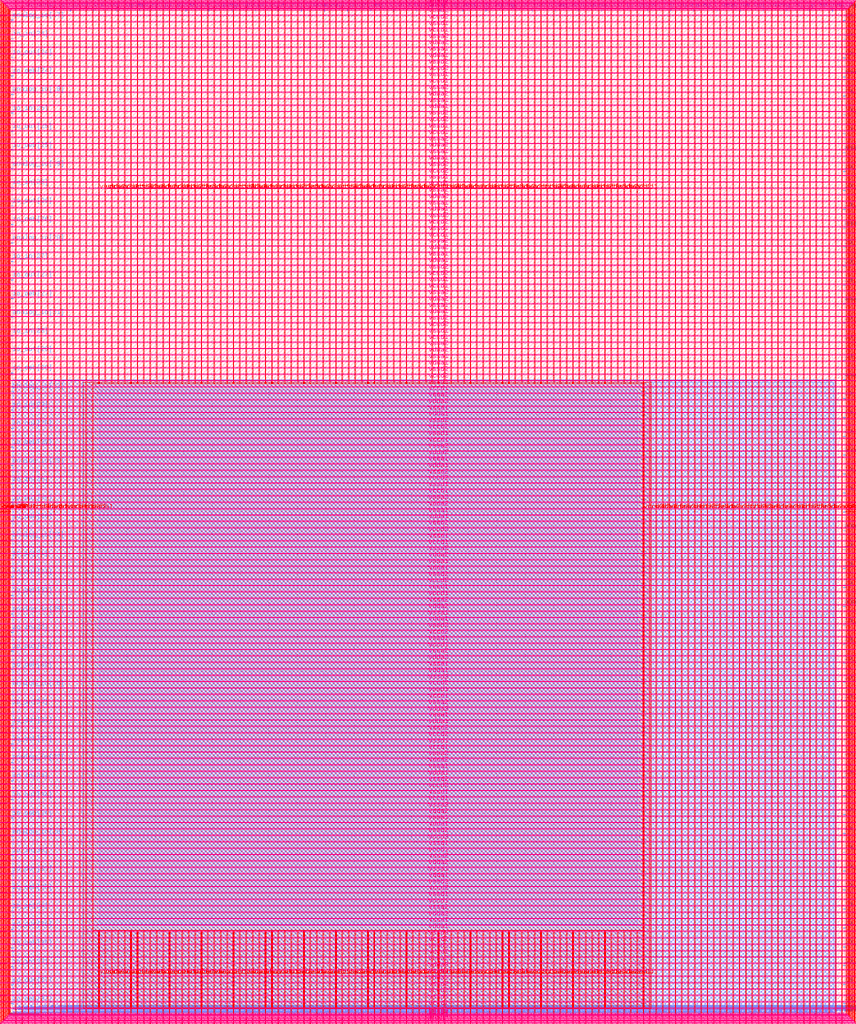
<source format=lef>
VERSION 5.7 ;
  NOWIREEXTENSIONATPIN ON ;
  DIVIDERCHAR "/" ;
  BUSBITCHARS "[]" ;
MACRO user_project_wrapper
  CLASS BLOCK ;
  FOREIGN user_project_wrapper ;
  ORIGIN 0.000 0.000 ;
  SIZE 2920.000 BY 3520.000 ;
  PIN analog_io[0]
    DIRECTION INOUT ;
    USE SIGNAL ;
    PORT
      LAYER met3 ;
        RECT 2917.600 1426.380 2924.800 1427.580 ;
    END
  END analog_io[0]
  PIN analog_io[10]
    DIRECTION INOUT ;
    USE SIGNAL ;
    PORT
      LAYER met2 ;
        RECT 2230.490 3517.600 2231.050 3524.800 ;
    END
  END analog_io[10]
  PIN analog_io[11]
    DIRECTION INOUT ;
    USE SIGNAL ;
    PORT
      LAYER met2 ;
        RECT 1905.730 3517.600 1906.290 3524.800 ;
    END
  END analog_io[11]
  PIN analog_io[12]
    DIRECTION INOUT ;
    USE SIGNAL ;
    PORT
      LAYER met2 ;
        RECT 1581.430 3517.600 1581.990 3524.800 ;
    END
  END analog_io[12]
  PIN analog_io[13]
    DIRECTION INOUT ;
    USE SIGNAL ;
    PORT
      LAYER met2 ;
        RECT 1257.130 3517.600 1257.690 3524.800 ;
    END
  END analog_io[13]
  PIN analog_io[14]
    DIRECTION INOUT ;
    USE SIGNAL ;
    PORT
      LAYER met2 ;
        RECT 932.370 3517.600 932.930 3524.800 ;
    END
  END analog_io[14]
  PIN analog_io[15]
    DIRECTION INOUT ;
    USE SIGNAL ;
    PORT
      LAYER met2 ;
        RECT 608.070 3517.600 608.630 3524.800 ;
    END
  END analog_io[15]
  PIN analog_io[16]
    DIRECTION INOUT ;
    USE SIGNAL ;
    PORT
      LAYER met2 ;
        RECT 283.770 3517.600 284.330 3524.800 ;
    END
  END analog_io[16]
  PIN analog_io[17]
    DIRECTION INOUT ;
    USE SIGNAL ;
    PORT
      LAYER met3 ;
        RECT -4.800 3486.100 2.400 3487.300 ;
    END
  END analog_io[17]
  PIN analog_io[18]
    DIRECTION INOUT ;
    USE SIGNAL ;
    PORT
      LAYER met3 ;
        RECT -4.800 3224.980 2.400 3226.180 ;
    END
  END analog_io[18]
  PIN analog_io[19]
    DIRECTION INOUT ;
    USE SIGNAL ;
    PORT
      LAYER met3 ;
        RECT -4.800 2964.540 2.400 2965.740 ;
    END
  END analog_io[19]
  PIN analog_io[1]
    DIRECTION INOUT ;
    USE SIGNAL ;
    PORT
      LAYER met3 ;
        RECT 2917.600 1692.260 2924.800 1693.460 ;
    END
  END analog_io[1]
  PIN analog_io[20]
    DIRECTION INOUT ;
    USE SIGNAL ;
    PORT
      LAYER met3 ;
        RECT -4.800 2703.420 2.400 2704.620 ;
    END
  END analog_io[20]
  PIN analog_io[21]
    DIRECTION INOUT ;
    USE SIGNAL ;
    PORT
      LAYER met3 ;
        RECT -4.800 2442.980 2.400 2444.180 ;
    END
  END analog_io[21]
  PIN analog_io[22]
    DIRECTION INOUT ;
    USE SIGNAL ;
    PORT
      LAYER met3 ;
        RECT -4.800 2182.540 2.400 2183.740 ;
    END
  END analog_io[22]
  PIN analog_io[23]
    DIRECTION INOUT ;
    USE SIGNAL ;
    PORT
      LAYER met3 ;
        RECT -4.800 1921.420 2.400 1922.620 ;
    END
  END analog_io[23]
  PIN analog_io[24]
    DIRECTION INOUT ;
    USE SIGNAL ;
    PORT
      LAYER met3 ;
        RECT -4.800 1660.980 2.400 1662.180 ;
    END
  END analog_io[24]
  PIN analog_io[25]
    DIRECTION INOUT ;
    USE SIGNAL ;
    PORT
      LAYER met3 ;
        RECT -4.800 1399.860 2.400 1401.060 ;
    END
  END analog_io[25]
  PIN analog_io[26]
    DIRECTION INOUT ;
    USE SIGNAL ;
    PORT
      LAYER met3 ;
        RECT -4.800 1139.420 2.400 1140.620 ;
    END
  END analog_io[26]
  PIN analog_io[27]
    DIRECTION INOUT ;
    USE SIGNAL ;
    PORT
      LAYER met3 ;
        RECT -4.800 878.980 2.400 880.180 ;
    END
  END analog_io[27]
  PIN analog_io[28]
    DIRECTION INOUT ;
    USE SIGNAL ;
    PORT
      LAYER met3 ;
        RECT -4.800 617.860 2.400 619.060 ;
    END
  END analog_io[28]
  PIN analog_io[2]
    DIRECTION INOUT ;
    USE SIGNAL ;
    PORT
      LAYER met3 ;
        RECT 2917.600 1958.140 2924.800 1959.340 ;
    END
  END analog_io[2]
  PIN analog_io[3]
    DIRECTION INOUT ;
    USE SIGNAL ;
    PORT
      LAYER met3 ;
        RECT 2917.600 2223.340 2924.800 2224.540 ;
    END
  END analog_io[3]
  PIN analog_io[4]
    DIRECTION INOUT ;
    USE SIGNAL ;
    PORT
      LAYER met3 ;
        RECT 2917.600 2489.220 2924.800 2490.420 ;
    END
  END analog_io[4]
  PIN analog_io[5]
    DIRECTION INOUT ;
    USE SIGNAL ;
    PORT
      LAYER met3 ;
        RECT 2917.600 2755.100 2924.800 2756.300 ;
    END
  END analog_io[5]
  PIN analog_io[6]
    DIRECTION INOUT ;
    USE SIGNAL ;
    PORT
      LAYER met3 ;
        RECT 2917.600 3020.300 2924.800 3021.500 ;
    END
  END analog_io[6]
  PIN analog_io[7]
    DIRECTION INOUT ;
    USE SIGNAL ;
    PORT
      LAYER met3 ;
        RECT 2917.600 3286.180 2924.800 3287.380 ;
    END
  END analog_io[7]
  PIN analog_io[8]
    DIRECTION INOUT ;
    USE SIGNAL ;
    PORT
      LAYER met2 ;
        RECT 2879.090 3517.600 2879.650 3524.800 ;
    END
  END analog_io[8]
  PIN analog_io[9]
    DIRECTION INOUT ;
    USE SIGNAL ;
    PORT
      LAYER met2 ;
        RECT 2554.790 3517.600 2555.350 3524.800 ;
    END
  END analog_io[9]
  PIN io_in[0]
    DIRECTION INPUT ;
    USE SIGNAL ;
    PORT
      LAYER met3 ;
        RECT 2917.600 32.380 2924.800 33.580 ;
    END
  END io_in[0]
  PIN io_in[10]
    DIRECTION INPUT ;
    USE SIGNAL ;
    PORT
      LAYER met3 ;
        RECT 2917.600 2289.980 2924.800 2291.180 ;
    END
  END io_in[10]
  PIN io_in[11]
    DIRECTION INPUT ;
    USE SIGNAL ;
    PORT
      LAYER met3 ;
        RECT 2917.600 2555.860 2924.800 2557.060 ;
    END
  END io_in[11]
  PIN io_in[12]
    DIRECTION INPUT ;
    USE SIGNAL ;
    PORT
      LAYER met3 ;
        RECT 2917.600 2821.060 2924.800 2822.260 ;
    END
  END io_in[12]
  PIN io_in[13]
    DIRECTION INPUT ;
    USE SIGNAL ;
    PORT
      LAYER met3 ;
        RECT 2917.600 3086.940 2924.800 3088.140 ;
    END
  END io_in[13]
  PIN io_in[14]
    DIRECTION INPUT ;
    USE SIGNAL ;
    PORT
      LAYER met3 ;
        RECT 2917.600 3352.820 2924.800 3354.020 ;
    END
  END io_in[14]
  PIN io_in[15]
    DIRECTION INPUT ;
    USE SIGNAL ;
    PORT
      LAYER met2 ;
        RECT 2798.130 3517.600 2798.690 3524.800 ;
    END
  END io_in[15]
  PIN io_in[16]
    DIRECTION INPUT ;
    USE SIGNAL ;
    PORT
      LAYER met2 ;
        RECT 2473.830 3517.600 2474.390 3524.800 ;
    END
  END io_in[16]
  PIN io_in[17]
    DIRECTION INPUT ;
    USE SIGNAL ;
    PORT
      LAYER met2 ;
        RECT 2149.070 3517.600 2149.630 3524.800 ;
    END
  END io_in[17]
  PIN io_in[18]
    DIRECTION INPUT ;
    USE SIGNAL ;
    PORT
      LAYER met2 ;
        RECT 1824.770 3517.600 1825.330 3524.800 ;
    END
  END io_in[18]
  PIN io_in[19]
    DIRECTION INPUT ;
    USE SIGNAL ;
    PORT
      LAYER met2 ;
        RECT 1500.470 3517.600 1501.030 3524.800 ;
    END
  END io_in[19]
  PIN io_in[1]
    DIRECTION INPUT ;
    USE SIGNAL ;
    PORT
      LAYER met3 ;
        RECT 2917.600 230.940 2924.800 232.140 ;
    END
  END io_in[1]
  PIN io_in[20]
    DIRECTION INPUT ;
    USE SIGNAL ;
    PORT
      LAYER met2 ;
        RECT 1175.710 3517.600 1176.270 3524.800 ;
    END
  END io_in[20]
  PIN io_in[21]
    DIRECTION INPUT ;
    USE SIGNAL ;
    PORT
      LAYER met2 ;
        RECT 851.410 3517.600 851.970 3524.800 ;
    END
  END io_in[21]
  PIN io_in[22]
    DIRECTION INPUT ;
    USE SIGNAL ;
    PORT
      LAYER met2 ;
        RECT 527.110 3517.600 527.670 3524.800 ;
    END
  END io_in[22]
  PIN io_in[23]
    DIRECTION INPUT ;
    USE SIGNAL ;
    PORT
      LAYER met2 ;
        RECT 202.350 3517.600 202.910 3524.800 ;
    END
  END io_in[23]
  PIN io_in[24]
    DIRECTION INPUT ;
    USE SIGNAL ;
    PORT
      LAYER met3 ;
        RECT -4.800 3420.820 2.400 3422.020 ;
    END
  END io_in[24]
  PIN io_in[25]
    DIRECTION INPUT ;
    USE SIGNAL ;
    PORT
      LAYER met3 ;
        RECT -4.800 3159.700 2.400 3160.900 ;
    END
  END io_in[25]
  PIN io_in[26]
    DIRECTION INPUT ;
    USE SIGNAL ;
    PORT
      LAYER met3 ;
        RECT -4.800 2899.260 2.400 2900.460 ;
    END
  END io_in[26]
  PIN io_in[27]
    DIRECTION INPUT ;
    USE SIGNAL ;
    PORT
      LAYER met3 ;
        RECT -4.800 2638.820 2.400 2640.020 ;
    END
  END io_in[27]
  PIN io_in[28]
    DIRECTION INPUT ;
    USE SIGNAL ;
    PORT
      LAYER met3 ;
        RECT -4.800 2377.700 2.400 2378.900 ;
    END
  END io_in[28]
  PIN io_in[29]
    DIRECTION INPUT ;
    USE SIGNAL ;
    PORT
      LAYER met3 ;
        RECT -4.800 2117.260 2.400 2118.460 ;
    END
  END io_in[29]
  PIN io_in[2]
    DIRECTION INPUT ;
    USE SIGNAL ;
    PORT
      LAYER met3 ;
        RECT 2917.600 430.180 2924.800 431.380 ;
    END
  END io_in[2]
  PIN io_in[30]
    DIRECTION INPUT ;
    USE SIGNAL ;
    PORT
      LAYER met3 ;
        RECT -4.800 1856.140 2.400 1857.340 ;
    END
  END io_in[30]
  PIN io_in[31]
    DIRECTION INPUT ;
    USE SIGNAL ;
    PORT
      LAYER met3 ;
        RECT -4.800 1595.700 2.400 1596.900 ;
    END
  END io_in[31]
  PIN io_in[32]
    DIRECTION INPUT ;
    USE SIGNAL ;
    PORT
      LAYER met3 ;
        RECT -4.800 1335.260 2.400 1336.460 ;
    END
  END io_in[32]
  PIN io_in[33]
    DIRECTION INPUT ;
    USE SIGNAL ;
    PORT
      LAYER met3 ;
        RECT -4.800 1074.140 2.400 1075.340 ;
    END
  END io_in[33]
  PIN io_in[34]
    DIRECTION INPUT ;
    USE SIGNAL ;
    PORT
      LAYER met3 ;
        RECT -4.800 813.700 2.400 814.900 ;
    END
  END io_in[34]
  PIN io_in[35]
    DIRECTION INPUT ;
    USE SIGNAL ;
    PORT
      LAYER met3 ;
        RECT -4.800 552.580 2.400 553.780 ;
    END
  END io_in[35]
  PIN io_in[36]
    DIRECTION INPUT ;
    USE SIGNAL ;
    PORT
      LAYER met3 ;
        RECT -4.800 357.420 2.400 358.620 ;
    END
  END io_in[36]
  PIN io_in[37]
    DIRECTION INPUT ;
    USE SIGNAL ;
    PORT
      LAYER met3 ;
        RECT -4.800 161.580 2.400 162.780 ;
    END
  END io_in[37]
  PIN io_in[3]
    DIRECTION INPUT ;
    USE SIGNAL ;
    PORT
      LAYER met3 ;
        RECT 2917.600 629.420 2924.800 630.620 ;
    END
  END io_in[3]
  PIN io_in[4]
    DIRECTION INPUT ;
    USE SIGNAL ;
    PORT
      LAYER met3 ;
        RECT 2917.600 828.660 2924.800 829.860 ;
    END
  END io_in[4]
  PIN io_in[5]
    DIRECTION INPUT ;
    USE SIGNAL ;
    PORT
      LAYER met3 ;
        RECT 2917.600 1027.900 2924.800 1029.100 ;
    END
  END io_in[5]
  PIN io_in[6]
    DIRECTION INPUT ;
    USE SIGNAL ;
    PORT
      LAYER met3 ;
        RECT 2917.600 1227.140 2924.800 1228.340 ;
    END
  END io_in[6]
  PIN io_in[7]
    DIRECTION INPUT ;
    USE SIGNAL ;
    PORT
      LAYER met3 ;
        RECT 2917.600 1493.020 2924.800 1494.220 ;
    END
  END io_in[7]
  PIN io_in[8]
    DIRECTION INPUT ;
    USE SIGNAL ;
    PORT
      LAYER met3 ;
        RECT 2917.600 1758.900 2924.800 1760.100 ;
    END
  END io_in[8]
  PIN io_in[9]
    DIRECTION INPUT ;
    USE SIGNAL ;
    PORT
      LAYER met3 ;
        RECT 2917.600 2024.100 2924.800 2025.300 ;
    END
  END io_in[9]
  PIN io_oeb[0]
    DIRECTION OUTPUT TRISTATE ;
    USE SIGNAL ;
    PORT
      LAYER met3 ;
        RECT 2917.600 164.980 2924.800 166.180 ;
    END
  END io_oeb[0]
  PIN io_oeb[10]
    DIRECTION OUTPUT TRISTATE ;
    USE SIGNAL ;
    PORT
      LAYER met3 ;
        RECT 2917.600 2422.580 2924.800 2423.780 ;
    END
  END io_oeb[10]
  PIN io_oeb[11]
    DIRECTION OUTPUT TRISTATE ;
    USE SIGNAL ;
    PORT
      LAYER met3 ;
        RECT 2917.600 2688.460 2924.800 2689.660 ;
    END
  END io_oeb[11]
  PIN io_oeb[12]
    DIRECTION OUTPUT TRISTATE ;
    USE SIGNAL ;
    PORT
      LAYER met3 ;
        RECT 2917.600 2954.340 2924.800 2955.540 ;
    END
  END io_oeb[12]
  PIN io_oeb[13]
    DIRECTION OUTPUT TRISTATE ;
    USE SIGNAL ;
    PORT
      LAYER met3 ;
        RECT 2917.600 3219.540 2924.800 3220.740 ;
    END
  END io_oeb[13]
  PIN io_oeb[14]
    DIRECTION OUTPUT TRISTATE ;
    USE SIGNAL ;
    PORT
      LAYER met3 ;
        RECT 2917.600 3485.420 2924.800 3486.620 ;
    END
  END io_oeb[14]
  PIN io_oeb[15]
    DIRECTION OUTPUT TRISTATE ;
    USE SIGNAL ;
    PORT
      LAYER met2 ;
        RECT 2635.750 3517.600 2636.310 3524.800 ;
    END
  END io_oeb[15]
  PIN io_oeb[16]
    DIRECTION OUTPUT TRISTATE ;
    USE SIGNAL ;
    PORT
      LAYER met2 ;
        RECT 2311.450 3517.600 2312.010 3524.800 ;
    END
  END io_oeb[16]
  PIN io_oeb[17]
    DIRECTION OUTPUT TRISTATE ;
    USE SIGNAL ;
    PORT
      LAYER met2 ;
        RECT 1987.150 3517.600 1987.710 3524.800 ;
    END
  END io_oeb[17]
  PIN io_oeb[18]
    DIRECTION OUTPUT TRISTATE ;
    USE SIGNAL ;
    PORT
      LAYER met2 ;
        RECT 1662.390 3517.600 1662.950 3524.800 ;
    END
  END io_oeb[18]
  PIN io_oeb[19]
    DIRECTION OUTPUT TRISTATE ;
    USE SIGNAL ;
    PORT
      LAYER met2 ;
        RECT 1338.090 3517.600 1338.650 3524.800 ;
    END
  END io_oeb[19]
  PIN io_oeb[1]
    DIRECTION OUTPUT TRISTATE ;
    USE SIGNAL ;
    PORT
      LAYER met3 ;
        RECT 2917.600 364.220 2924.800 365.420 ;
    END
  END io_oeb[1]
  PIN io_oeb[20]
    DIRECTION OUTPUT TRISTATE ;
    USE SIGNAL ;
    PORT
      LAYER met2 ;
        RECT 1013.790 3517.600 1014.350 3524.800 ;
    END
  END io_oeb[20]
  PIN io_oeb[21]
    DIRECTION OUTPUT TRISTATE ;
    USE SIGNAL ;
    PORT
      LAYER met2 ;
        RECT 689.030 3517.600 689.590 3524.800 ;
    END
  END io_oeb[21]
  PIN io_oeb[22]
    DIRECTION OUTPUT TRISTATE ;
    USE SIGNAL ;
    PORT
      LAYER met2 ;
        RECT 364.730 3517.600 365.290 3524.800 ;
    END
  END io_oeb[22]
  PIN io_oeb[23]
    DIRECTION OUTPUT TRISTATE ;
    USE SIGNAL ;
    PORT
      LAYER met2 ;
        RECT 40.430 3517.600 40.990 3524.800 ;
    END
  END io_oeb[23]
  PIN io_oeb[24]
    DIRECTION OUTPUT TRISTATE ;
    USE SIGNAL ;
    PORT
      LAYER met3 ;
        RECT -4.800 3290.260 2.400 3291.460 ;
    END
  END io_oeb[24]
  PIN io_oeb[25]
    DIRECTION OUTPUT TRISTATE ;
    USE SIGNAL ;
    PORT
      LAYER met3 ;
        RECT -4.800 3029.820 2.400 3031.020 ;
    END
  END io_oeb[25]
  PIN io_oeb[26]
    DIRECTION OUTPUT TRISTATE ;
    USE SIGNAL ;
    PORT
      LAYER met3 ;
        RECT -4.800 2768.700 2.400 2769.900 ;
    END
  END io_oeb[26]
  PIN io_oeb[27]
    DIRECTION OUTPUT TRISTATE ;
    USE SIGNAL ;
    PORT
      LAYER met3 ;
        RECT -4.800 2508.260 2.400 2509.460 ;
    END
  END io_oeb[27]
  PIN io_oeb[28]
    DIRECTION OUTPUT TRISTATE ;
    USE SIGNAL ;
    PORT
      LAYER met3 ;
        RECT -4.800 2247.140 2.400 2248.340 ;
    END
  END io_oeb[28]
  PIN io_oeb[29]
    DIRECTION OUTPUT TRISTATE ;
    USE SIGNAL ;
    PORT
      LAYER met3 ;
        RECT -4.800 1986.700 2.400 1987.900 ;
    END
  END io_oeb[29]
  PIN io_oeb[2]
    DIRECTION OUTPUT TRISTATE ;
    USE SIGNAL ;
    PORT
      LAYER met3 ;
        RECT 2917.600 563.460 2924.800 564.660 ;
    END
  END io_oeb[2]
  PIN io_oeb[30]
    DIRECTION OUTPUT TRISTATE ;
    USE SIGNAL ;
    PORT
      LAYER met3 ;
        RECT -4.800 1726.260 2.400 1727.460 ;
    END
  END io_oeb[30]
  PIN io_oeb[31]
    DIRECTION OUTPUT TRISTATE ;
    USE SIGNAL ;
    PORT
      LAYER met3 ;
        RECT -4.800 1465.140 2.400 1466.340 ;
    END
  END io_oeb[31]
  PIN io_oeb[32]
    DIRECTION OUTPUT TRISTATE ;
    USE SIGNAL ;
    PORT
      LAYER met3 ;
        RECT -4.800 1204.700 2.400 1205.900 ;
    END
  END io_oeb[32]
  PIN io_oeb[33]
    DIRECTION OUTPUT TRISTATE ;
    USE SIGNAL ;
    PORT
      LAYER met3 ;
        RECT -4.800 943.580 2.400 944.780 ;
    END
  END io_oeb[33]
  PIN io_oeb[34]
    DIRECTION OUTPUT TRISTATE ;
    USE SIGNAL ;
    PORT
      LAYER met3 ;
        RECT -4.800 683.140 2.400 684.340 ;
    END
  END io_oeb[34]
  PIN io_oeb[35]
    DIRECTION OUTPUT TRISTATE ;
    USE SIGNAL ;
    PORT
      LAYER met3 ;
        RECT -4.800 422.700 2.400 423.900 ;
    END
  END io_oeb[35]
  PIN io_oeb[36]
    DIRECTION OUTPUT TRISTATE ;
    USE SIGNAL ;
    PORT
      LAYER met3 ;
        RECT -4.800 226.860 2.400 228.060 ;
    END
  END io_oeb[36]
  PIN io_oeb[37]
    DIRECTION OUTPUT TRISTATE ;
    USE SIGNAL ;
    PORT
      LAYER met3 ;
        RECT -4.800 31.700 2.400 32.900 ;
    END
  END io_oeb[37]
  PIN io_oeb[3]
    DIRECTION OUTPUT TRISTATE ;
    USE SIGNAL ;
    PORT
      LAYER met3 ;
        RECT 2917.600 762.700 2924.800 763.900 ;
    END
  END io_oeb[3]
  PIN io_oeb[4]
    DIRECTION OUTPUT TRISTATE ;
    USE SIGNAL ;
    PORT
      LAYER met3 ;
        RECT 2917.600 961.940 2924.800 963.140 ;
    END
  END io_oeb[4]
  PIN io_oeb[5]
    DIRECTION OUTPUT TRISTATE ;
    USE SIGNAL ;
    PORT
      LAYER met3 ;
        RECT 2917.600 1161.180 2924.800 1162.380 ;
    END
  END io_oeb[5]
  PIN io_oeb[6]
    DIRECTION OUTPUT TRISTATE ;
    USE SIGNAL ;
    PORT
      LAYER met3 ;
        RECT 2917.600 1360.420 2924.800 1361.620 ;
    END
  END io_oeb[6]
  PIN io_oeb[7]
    DIRECTION OUTPUT TRISTATE ;
    USE SIGNAL ;
    PORT
      LAYER met3 ;
        RECT 2917.600 1625.620 2924.800 1626.820 ;
    END
  END io_oeb[7]
  PIN io_oeb[8]
    DIRECTION OUTPUT TRISTATE ;
    USE SIGNAL ;
    PORT
      LAYER met3 ;
        RECT 2917.600 1891.500 2924.800 1892.700 ;
    END
  END io_oeb[8]
  PIN io_oeb[9]
    DIRECTION OUTPUT TRISTATE ;
    USE SIGNAL ;
    PORT
      LAYER met3 ;
        RECT 2917.600 2157.380 2924.800 2158.580 ;
    END
  END io_oeb[9]
  PIN io_out[0]
    DIRECTION OUTPUT TRISTATE ;
    USE SIGNAL ;
    PORT
      LAYER met3 ;
        RECT 2917.600 98.340 2924.800 99.540 ;
    END
  END io_out[0]
  PIN io_out[10]
    DIRECTION OUTPUT TRISTATE ;
    USE SIGNAL ;
    PORT
      LAYER met3 ;
        RECT 2917.600 2356.620 2924.800 2357.820 ;
    END
  END io_out[10]
  PIN io_out[11]
    DIRECTION OUTPUT TRISTATE ;
    USE SIGNAL ;
    PORT
      LAYER met3 ;
        RECT 2917.600 2621.820 2924.800 2623.020 ;
    END
  END io_out[11]
  PIN io_out[12]
    DIRECTION OUTPUT TRISTATE ;
    USE SIGNAL ;
    PORT
      LAYER met3 ;
        RECT 2917.600 2887.700 2924.800 2888.900 ;
    END
  END io_out[12]
  PIN io_out[13]
    DIRECTION OUTPUT TRISTATE ;
    USE SIGNAL ;
    PORT
      LAYER met3 ;
        RECT 2917.600 3153.580 2924.800 3154.780 ;
    END
  END io_out[13]
  PIN io_out[14]
    DIRECTION OUTPUT TRISTATE ;
    USE SIGNAL ;
    PORT
      LAYER met3 ;
        RECT 2917.600 3418.780 2924.800 3419.980 ;
    END
  END io_out[14]
  PIN io_out[15]
    DIRECTION OUTPUT TRISTATE ;
    USE SIGNAL ;
    PORT
      LAYER met2 ;
        RECT 2717.170 3517.600 2717.730 3524.800 ;
    END
  END io_out[15]
  PIN io_out[16]
    DIRECTION OUTPUT TRISTATE ;
    USE SIGNAL ;
    PORT
      LAYER met2 ;
        RECT 2392.410 3517.600 2392.970 3524.800 ;
    END
  END io_out[16]
  PIN io_out[17]
    DIRECTION OUTPUT TRISTATE ;
    USE SIGNAL ;
    PORT
      LAYER met2 ;
        RECT 2068.110 3517.600 2068.670 3524.800 ;
    END
  END io_out[17]
  PIN io_out[18]
    DIRECTION OUTPUT TRISTATE ;
    USE SIGNAL ;
    PORT
      LAYER met2 ;
        RECT 1743.810 3517.600 1744.370 3524.800 ;
    END
  END io_out[18]
  PIN io_out[19]
    DIRECTION OUTPUT TRISTATE ;
    USE SIGNAL ;
    PORT
      LAYER met2 ;
        RECT 1419.050 3517.600 1419.610 3524.800 ;
    END
  END io_out[19]
  PIN io_out[1]
    DIRECTION OUTPUT TRISTATE ;
    USE SIGNAL ;
    PORT
      LAYER met3 ;
        RECT 2917.600 297.580 2924.800 298.780 ;
    END
  END io_out[1]
  PIN io_out[20]
    DIRECTION OUTPUT TRISTATE ;
    USE SIGNAL ;
    PORT
      LAYER met2 ;
        RECT 1094.750 3517.600 1095.310 3524.800 ;
    END
  END io_out[20]
  PIN io_out[21]
    DIRECTION OUTPUT TRISTATE ;
    USE SIGNAL ;
    PORT
      LAYER met2 ;
        RECT 770.450 3517.600 771.010 3524.800 ;
    END
  END io_out[21]
  PIN io_out[22]
    DIRECTION OUTPUT TRISTATE ;
    USE SIGNAL ;
    PORT
      LAYER met2 ;
        RECT 445.690 3517.600 446.250 3524.800 ;
    END
  END io_out[22]
  PIN io_out[23]
    DIRECTION OUTPUT TRISTATE ;
    USE SIGNAL ;
    PORT
      LAYER met2 ;
        RECT 121.390 3517.600 121.950 3524.800 ;
    END
  END io_out[23]
  PIN io_out[24]
    DIRECTION OUTPUT TRISTATE ;
    USE SIGNAL ;
    PORT
      LAYER met3 ;
        RECT -4.800 3355.540 2.400 3356.740 ;
    END
  END io_out[24]
  PIN io_out[25]
    DIRECTION OUTPUT TRISTATE ;
    USE SIGNAL ;
    PORT
      LAYER met3 ;
        RECT -4.800 3095.100 2.400 3096.300 ;
    END
  END io_out[25]
  PIN io_out[26]
    DIRECTION OUTPUT TRISTATE ;
    USE SIGNAL ;
    PORT
      LAYER met3 ;
        RECT -4.800 2833.980 2.400 2835.180 ;
    END
  END io_out[26]
  PIN io_out[27]
    DIRECTION OUTPUT TRISTATE ;
    USE SIGNAL ;
    PORT
      LAYER met3 ;
        RECT -4.800 2573.540 2.400 2574.740 ;
    END
  END io_out[27]
  PIN io_out[28]
    DIRECTION OUTPUT TRISTATE ;
    USE SIGNAL ;
    PORT
      LAYER met3 ;
        RECT -4.800 2312.420 2.400 2313.620 ;
    END
  END io_out[28]
  PIN io_out[29]
    DIRECTION OUTPUT TRISTATE ;
    USE SIGNAL ;
    PORT
      LAYER met3 ;
        RECT -4.800 2051.980 2.400 2053.180 ;
    END
  END io_out[29]
  PIN io_out[2]
    DIRECTION OUTPUT TRISTATE ;
    USE SIGNAL ;
    PORT
      LAYER met3 ;
        RECT 2917.600 496.820 2924.800 498.020 ;
    END
  END io_out[2]
  PIN io_out[30]
    DIRECTION OUTPUT TRISTATE ;
    USE SIGNAL ;
    PORT
      LAYER met3 ;
        RECT -4.800 1791.540 2.400 1792.740 ;
    END
  END io_out[30]
  PIN io_out[31]
    DIRECTION OUTPUT TRISTATE ;
    USE SIGNAL ;
    PORT
      LAYER met3 ;
        RECT -4.800 1530.420 2.400 1531.620 ;
    END
  END io_out[31]
  PIN io_out[32]
    DIRECTION OUTPUT TRISTATE ;
    USE SIGNAL ;
    PORT
      LAYER met3 ;
        RECT -4.800 1269.980 2.400 1271.180 ;
    END
  END io_out[32]
  PIN io_out[33]
    DIRECTION OUTPUT TRISTATE ;
    USE SIGNAL ;
    PORT
      LAYER met3 ;
        RECT -4.800 1008.860 2.400 1010.060 ;
    END
  END io_out[33]
  PIN io_out[34]
    DIRECTION OUTPUT TRISTATE ;
    USE SIGNAL ;
    PORT
      LAYER met3 ;
        RECT -4.800 748.420 2.400 749.620 ;
    END
  END io_out[34]
  PIN io_out[35]
    DIRECTION OUTPUT TRISTATE ;
    USE SIGNAL ;
    PORT
      LAYER met3 ;
        RECT -4.800 487.300 2.400 488.500 ;
    END
  END io_out[35]
  PIN io_out[36]
    DIRECTION OUTPUT TRISTATE ;
    USE SIGNAL ;
    PORT
      LAYER met3 ;
        RECT -4.800 292.140 2.400 293.340 ;
    END
  END io_out[36]
  PIN io_out[37]
    DIRECTION OUTPUT TRISTATE ;
    USE SIGNAL ;
    PORT
      LAYER met3 ;
        RECT -4.800 96.300 2.400 97.500 ;
    END
  END io_out[37]
  PIN io_out[3]
    DIRECTION OUTPUT TRISTATE ;
    USE SIGNAL ;
    PORT
      LAYER met3 ;
        RECT 2917.600 696.060 2924.800 697.260 ;
    END
  END io_out[3]
  PIN io_out[4]
    DIRECTION OUTPUT TRISTATE ;
    USE SIGNAL ;
    PORT
      LAYER met3 ;
        RECT 2917.600 895.300 2924.800 896.500 ;
    END
  END io_out[4]
  PIN io_out[5]
    DIRECTION OUTPUT TRISTATE ;
    USE SIGNAL ;
    PORT
      LAYER met3 ;
        RECT 2917.600 1094.540 2924.800 1095.740 ;
    END
  END io_out[5]
  PIN io_out[6]
    DIRECTION OUTPUT TRISTATE ;
    USE SIGNAL ;
    PORT
      LAYER met3 ;
        RECT 2917.600 1293.780 2924.800 1294.980 ;
    END
  END io_out[6]
  PIN io_out[7]
    DIRECTION OUTPUT TRISTATE ;
    USE SIGNAL ;
    PORT
      LAYER met3 ;
        RECT 2917.600 1559.660 2924.800 1560.860 ;
    END
  END io_out[7]
  PIN io_out[8]
    DIRECTION OUTPUT TRISTATE ;
    USE SIGNAL ;
    PORT
      LAYER met3 ;
        RECT 2917.600 1824.860 2924.800 1826.060 ;
    END
  END io_out[8]
  PIN io_out[9]
    DIRECTION OUTPUT TRISTATE ;
    USE SIGNAL ;
    PORT
      LAYER met3 ;
        RECT 2917.600 2090.740 2924.800 2091.940 ;
    END
  END io_out[9]
  PIN la_data_in[0]
    DIRECTION INPUT ;
    USE SIGNAL ;
    PORT
      LAYER met2 ;
        RECT 629.230 -4.800 629.790 2.400 ;
    END
  END la_data_in[0]
  PIN la_data_in[100]
    DIRECTION INPUT ;
    USE SIGNAL ;
    PORT
      LAYER met2 ;
        RECT 2402.530 -4.800 2403.090 2.400 ;
    END
  END la_data_in[100]
  PIN la_data_in[101]
    DIRECTION INPUT ;
    USE SIGNAL ;
    PORT
      LAYER met2 ;
        RECT 2420.010 -4.800 2420.570 2.400 ;
    END
  END la_data_in[101]
  PIN la_data_in[102]
    DIRECTION INPUT ;
    USE SIGNAL ;
    PORT
      LAYER met2 ;
        RECT 2437.950 -4.800 2438.510 2.400 ;
    END
  END la_data_in[102]
  PIN la_data_in[103]
    DIRECTION INPUT ;
    USE SIGNAL ;
    PORT
      LAYER met2 ;
        RECT 2455.430 -4.800 2455.990 2.400 ;
    END
  END la_data_in[103]
  PIN la_data_in[104]
    DIRECTION INPUT ;
    USE SIGNAL ;
    PORT
      LAYER met2 ;
        RECT 2473.370 -4.800 2473.930 2.400 ;
    END
  END la_data_in[104]
  PIN la_data_in[105]
    DIRECTION INPUT ;
    USE SIGNAL ;
    PORT
      LAYER met2 ;
        RECT 2490.850 -4.800 2491.410 2.400 ;
    END
  END la_data_in[105]
  PIN la_data_in[106]
    DIRECTION INPUT ;
    USE SIGNAL ;
    PORT
      LAYER met2 ;
        RECT 2508.790 -4.800 2509.350 2.400 ;
    END
  END la_data_in[106]
  PIN la_data_in[107]
    DIRECTION INPUT ;
    USE SIGNAL ;
    PORT
      LAYER met2 ;
        RECT 2526.730 -4.800 2527.290 2.400 ;
    END
  END la_data_in[107]
  PIN la_data_in[108]
    DIRECTION INPUT ;
    USE SIGNAL ;
    PORT
      LAYER met2 ;
        RECT 2544.210 -4.800 2544.770 2.400 ;
    END
  END la_data_in[108]
  PIN la_data_in[109]
    DIRECTION INPUT ;
    USE SIGNAL ;
    PORT
      LAYER met2 ;
        RECT 2562.150 -4.800 2562.710 2.400 ;
    END
  END la_data_in[109]
  PIN la_data_in[10]
    DIRECTION INPUT ;
    USE SIGNAL ;
    PORT
      LAYER met2 ;
        RECT 806.330 -4.800 806.890 2.400 ;
    END
  END la_data_in[10]
  PIN la_data_in[110]
    DIRECTION INPUT ;
    USE SIGNAL ;
    PORT
      LAYER met2 ;
        RECT 2579.630 -4.800 2580.190 2.400 ;
    END
  END la_data_in[110]
  PIN la_data_in[111]
    DIRECTION INPUT ;
    USE SIGNAL ;
    PORT
      LAYER met2 ;
        RECT 2597.570 -4.800 2598.130 2.400 ;
    END
  END la_data_in[111]
  PIN la_data_in[112]
    DIRECTION INPUT ;
    USE SIGNAL ;
    PORT
      LAYER met2 ;
        RECT 2615.050 -4.800 2615.610 2.400 ;
    END
  END la_data_in[112]
  PIN la_data_in[113]
    DIRECTION INPUT ;
    USE SIGNAL ;
    PORT
      LAYER met2 ;
        RECT 2632.990 -4.800 2633.550 2.400 ;
    END
  END la_data_in[113]
  PIN la_data_in[114]
    DIRECTION INPUT ;
    USE SIGNAL ;
    PORT
      LAYER met2 ;
        RECT 2650.470 -4.800 2651.030 2.400 ;
    END
  END la_data_in[114]
  PIN la_data_in[115]
    DIRECTION INPUT ;
    USE SIGNAL ;
    PORT
      LAYER met2 ;
        RECT 2668.410 -4.800 2668.970 2.400 ;
    END
  END la_data_in[115]
  PIN la_data_in[116]
    DIRECTION INPUT ;
    USE SIGNAL ;
    PORT
      LAYER met2 ;
        RECT 2685.890 -4.800 2686.450 2.400 ;
    END
  END la_data_in[116]
  PIN la_data_in[117]
    DIRECTION INPUT ;
    USE SIGNAL ;
    PORT
      LAYER met2 ;
        RECT 2703.830 -4.800 2704.390 2.400 ;
    END
  END la_data_in[117]
  PIN la_data_in[118]
    DIRECTION INPUT ;
    USE SIGNAL ;
    PORT
      LAYER met2 ;
        RECT 2721.770 -4.800 2722.330 2.400 ;
    END
  END la_data_in[118]
  PIN la_data_in[119]
    DIRECTION INPUT ;
    USE SIGNAL ;
    PORT
      LAYER met2 ;
        RECT 2739.250 -4.800 2739.810 2.400 ;
    END
  END la_data_in[119]
  PIN la_data_in[11]
    DIRECTION INPUT ;
    USE SIGNAL ;
    PORT
      LAYER met2 ;
        RECT 824.270 -4.800 824.830 2.400 ;
    END
  END la_data_in[11]
  PIN la_data_in[120]
    DIRECTION INPUT ;
    USE SIGNAL ;
    PORT
      LAYER met2 ;
        RECT 2757.190 -4.800 2757.750 2.400 ;
    END
  END la_data_in[120]
  PIN la_data_in[121]
    DIRECTION INPUT ;
    USE SIGNAL ;
    PORT
      LAYER met2 ;
        RECT 2774.670 -4.800 2775.230 2.400 ;
    END
  END la_data_in[121]
  PIN la_data_in[122]
    DIRECTION INPUT ;
    USE SIGNAL ;
    PORT
      LAYER met2 ;
        RECT 2792.610 -4.800 2793.170 2.400 ;
    END
  END la_data_in[122]
  PIN la_data_in[123]
    DIRECTION INPUT ;
    USE SIGNAL ;
    PORT
      LAYER met2 ;
        RECT 2810.090 -4.800 2810.650 2.400 ;
    END
  END la_data_in[123]
  PIN la_data_in[124]
    DIRECTION INPUT ;
    USE SIGNAL ;
    PORT
      LAYER met2 ;
        RECT 2828.030 -4.800 2828.590 2.400 ;
    END
  END la_data_in[124]
  PIN la_data_in[125]
    DIRECTION INPUT ;
    USE SIGNAL ;
    PORT
      LAYER met2 ;
        RECT 2845.510 -4.800 2846.070 2.400 ;
    END
  END la_data_in[125]
  PIN la_data_in[126]
    DIRECTION INPUT ;
    USE SIGNAL ;
    PORT
      LAYER met2 ;
        RECT 2863.450 -4.800 2864.010 2.400 ;
    END
  END la_data_in[126]
  PIN la_data_in[127]
    DIRECTION INPUT ;
    USE SIGNAL ;
    PORT
      LAYER met2 ;
        RECT 2881.390 -4.800 2881.950 2.400 ;
    END
  END la_data_in[127]
  PIN la_data_in[12]
    DIRECTION INPUT ;
    USE SIGNAL ;
    PORT
      LAYER met2 ;
        RECT 841.750 -4.800 842.310 2.400 ;
    END
  END la_data_in[12]
  PIN la_data_in[13]
    DIRECTION INPUT ;
    USE SIGNAL ;
    PORT
      LAYER met2 ;
        RECT 859.690 -4.800 860.250 2.400 ;
    END
  END la_data_in[13]
  PIN la_data_in[14]
    DIRECTION INPUT ;
    USE SIGNAL ;
    PORT
      LAYER met2 ;
        RECT 877.170 -4.800 877.730 2.400 ;
    END
  END la_data_in[14]
  PIN la_data_in[15]
    DIRECTION INPUT ;
    USE SIGNAL ;
    PORT
      LAYER met2 ;
        RECT 895.110 -4.800 895.670 2.400 ;
    END
  END la_data_in[15]
  PIN la_data_in[16]
    DIRECTION INPUT ;
    USE SIGNAL ;
    PORT
      LAYER met2 ;
        RECT 912.590 -4.800 913.150 2.400 ;
    END
  END la_data_in[16]
  PIN la_data_in[17]
    DIRECTION INPUT ;
    USE SIGNAL ;
    PORT
      LAYER met2 ;
        RECT 930.530 -4.800 931.090 2.400 ;
    END
  END la_data_in[17]
  PIN la_data_in[18]
    DIRECTION INPUT ;
    USE SIGNAL ;
    PORT
      LAYER met2 ;
        RECT 948.470 -4.800 949.030 2.400 ;
    END
  END la_data_in[18]
  PIN la_data_in[19]
    DIRECTION INPUT ;
    USE SIGNAL ;
    PORT
      LAYER met2 ;
        RECT 965.950 -4.800 966.510 2.400 ;
    END
  END la_data_in[19]
  PIN la_data_in[1]
    DIRECTION INPUT ;
    USE SIGNAL ;
    PORT
      LAYER met2 ;
        RECT 646.710 -4.800 647.270 2.400 ;
    END
  END la_data_in[1]
  PIN la_data_in[20]
    DIRECTION INPUT ;
    USE SIGNAL ;
    PORT
      LAYER met2 ;
        RECT 983.890 -4.800 984.450 2.400 ;
    END
  END la_data_in[20]
  PIN la_data_in[21]
    DIRECTION INPUT ;
    USE SIGNAL ;
    PORT
      LAYER met2 ;
        RECT 1001.370 -4.800 1001.930 2.400 ;
    END
  END la_data_in[21]
  PIN la_data_in[22]
    DIRECTION INPUT ;
    USE SIGNAL ;
    PORT
      LAYER met2 ;
        RECT 1019.310 -4.800 1019.870 2.400 ;
    END
  END la_data_in[22]
  PIN la_data_in[23]
    DIRECTION INPUT ;
    USE SIGNAL ;
    PORT
      LAYER met2 ;
        RECT 1036.790 -4.800 1037.350 2.400 ;
    END
  END la_data_in[23]
  PIN la_data_in[24]
    DIRECTION INPUT ;
    USE SIGNAL ;
    PORT
      LAYER met2 ;
        RECT 1054.730 -4.800 1055.290 2.400 ;
    END
  END la_data_in[24]
  PIN la_data_in[25]
    DIRECTION INPUT ;
    USE SIGNAL ;
    PORT
      LAYER met2 ;
        RECT 1072.210 -4.800 1072.770 2.400 ;
    END
  END la_data_in[25]
  PIN la_data_in[26]
    DIRECTION INPUT ;
    USE SIGNAL ;
    PORT
      LAYER met2 ;
        RECT 1090.150 -4.800 1090.710 2.400 ;
    END
  END la_data_in[26]
  PIN la_data_in[27]
    DIRECTION INPUT ;
    USE SIGNAL ;
    PORT
      LAYER met2 ;
        RECT 1107.630 -4.800 1108.190 2.400 ;
    END
  END la_data_in[27]
  PIN la_data_in[28]
    DIRECTION INPUT ;
    USE SIGNAL ;
    PORT
      LAYER met2 ;
        RECT 1125.570 -4.800 1126.130 2.400 ;
    END
  END la_data_in[28]
  PIN la_data_in[29]
    DIRECTION INPUT ;
    USE SIGNAL ;
    PORT
      LAYER met2 ;
        RECT 1143.510 -4.800 1144.070 2.400 ;
    END
  END la_data_in[29]
  PIN la_data_in[2]
    DIRECTION INPUT ;
    USE SIGNAL ;
    PORT
      LAYER met2 ;
        RECT 664.650 -4.800 665.210 2.400 ;
    END
  END la_data_in[2]
  PIN la_data_in[30]
    DIRECTION INPUT ;
    USE SIGNAL ;
    PORT
      LAYER met2 ;
        RECT 1160.990 -4.800 1161.550 2.400 ;
    END
  END la_data_in[30]
  PIN la_data_in[31]
    DIRECTION INPUT ;
    USE SIGNAL ;
    PORT
      LAYER met2 ;
        RECT 1178.930 -4.800 1179.490 2.400 ;
    END
  END la_data_in[31]
  PIN la_data_in[32]
    DIRECTION INPUT ;
    USE SIGNAL ;
    PORT
      LAYER met2 ;
        RECT 1196.410 -4.800 1196.970 2.400 ;
    END
  END la_data_in[32]
  PIN la_data_in[33]
    DIRECTION INPUT ;
    USE SIGNAL ;
    PORT
      LAYER met2 ;
        RECT 1214.350 -4.800 1214.910 2.400 ;
    END
  END la_data_in[33]
  PIN la_data_in[34]
    DIRECTION INPUT ;
    USE SIGNAL ;
    PORT
      LAYER met2 ;
        RECT 1231.830 -4.800 1232.390 2.400 ;
    END
  END la_data_in[34]
  PIN la_data_in[35]
    DIRECTION INPUT ;
    USE SIGNAL ;
    PORT
      LAYER met2 ;
        RECT 1249.770 -4.800 1250.330 2.400 ;
    END
  END la_data_in[35]
  PIN la_data_in[36]
    DIRECTION INPUT ;
    USE SIGNAL ;
    PORT
      LAYER met2 ;
        RECT 1267.250 -4.800 1267.810 2.400 ;
    END
  END la_data_in[36]
  PIN la_data_in[37]
    DIRECTION INPUT ;
    USE SIGNAL ;
    PORT
      LAYER met2 ;
        RECT 1285.190 -4.800 1285.750 2.400 ;
    END
  END la_data_in[37]
  PIN la_data_in[38]
    DIRECTION INPUT ;
    USE SIGNAL ;
    PORT
      LAYER met2 ;
        RECT 1303.130 -4.800 1303.690 2.400 ;
    END
  END la_data_in[38]
  PIN la_data_in[39]
    DIRECTION INPUT ;
    USE SIGNAL ;
    PORT
      LAYER met2 ;
        RECT 1320.610 -4.800 1321.170 2.400 ;
    END
  END la_data_in[39]
  PIN la_data_in[3]
    DIRECTION INPUT ;
    USE SIGNAL ;
    PORT
      LAYER met2 ;
        RECT 682.130 -4.800 682.690 2.400 ;
    END
  END la_data_in[3]
  PIN la_data_in[40]
    DIRECTION INPUT ;
    USE SIGNAL ;
    PORT
      LAYER met2 ;
        RECT 1338.550 -4.800 1339.110 2.400 ;
    END
  END la_data_in[40]
  PIN la_data_in[41]
    DIRECTION INPUT ;
    USE SIGNAL ;
    PORT
      LAYER met2 ;
        RECT 1356.030 -4.800 1356.590 2.400 ;
    END
  END la_data_in[41]
  PIN la_data_in[42]
    DIRECTION INPUT ;
    USE SIGNAL ;
    PORT
      LAYER met2 ;
        RECT 1373.970 -4.800 1374.530 2.400 ;
    END
  END la_data_in[42]
  PIN la_data_in[43]
    DIRECTION INPUT ;
    USE SIGNAL ;
    PORT
      LAYER met2 ;
        RECT 1391.450 -4.800 1392.010 2.400 ;
    END
  END la_data_in[43]
  PIN la_data_in[44]
    DIRECTION INPUT ;
    USE SIGNAL ;
    PORT
      LAYER met2 ;
        RECT 1409.390 -4.800 1409.950 2.400 ;
    END
  END la_data_in[44]
  PIN la_data_in[45]
    DIRECTION INPUT ;
    USE SIGNAL ;
    PORT
      LAYER met2 ;
        RECT 1426.870 -4.800 1427.430 2.400 ;
    END
  END la_data_in[45]
  PIN la_data_in[46]
    DIRECTION INPUT ;
    USE SIGNAL ;
    PORT
      LAYER met2 ;
        RECT 1444.810 -4.800 1445.370 2.400 ;
    END
  END la_data_in[46]
  PIN la_data_in[47]
    DIRECTION INPUT ;
    USE SIGNAL ;
    PORT
      LAYER met2 ;
        RECT 1462.750 -4.800 1463.310 2.400 ;
    END
  END la_data_in[47]
  PIN la_data_in[48]
    DIRECTION INPUT ;
    USE SIGNAL ;
    PORT
      LAYER met2 ;
        RECT 1480.230 -4.800 1480.790 2.400 ;
    END
  END la_data_in[48]
  PIN la_data_in[49]
    DIRECTION INPUT ;
    USE SIGNAL ;
    PORT
      LAYER met2 ;
        RECT 1498.170 -4.800 1498.730 2.400 ;
    END
  END la_data_in[49]
  PIN la_data_in[4]
    DIRECTION INPUT ;
    USE SIGNAL ;
    PORT
      LAYER met2 ;
        RECT 700.070 -4.800 700.630 2.400 ;
    END
  END la_data_in[4]
  PIN la_data_in[50]
    DIRECTION INPUT ;
    USE SIGNAL ;
    PORT
      LAYER met2 ;
        RECT 1515.650 -4.800 1516.210 2.400 ;
    END
  END la_data_in[50]
  PIN la_data_in[51]
    DIRECTION INPUT ;
    USE SIGNAL ;
    PORT
      LAYER met2 ;
        RECT 1533.590 -4.800 1534.150 2.400 ;
    END
  END la_data_in[51]
  PIN la_data_in[52]
    DIRECTION INPUT ;
    USE SIGNAL ;
    PORT
      LAYER met2 ;
        RECT 1551.070 -4.800 1551.630 2.400 ;
    END
  END la_data_in[52]
  PIN la_data_in[53]
    DIRECTION INPUT ;
    USE SIGNAL ;
    PORT
      LAYER met2 ;
        RECT 1569.010 -4.800 1569.570 2.400 ;
    END
  END la_data_in[53]
  PIN la_data_in[54]
    DIRECTION INPUT ;
    USE SIGNAL ;
    PORT
      LAYER met2 ;
        RECT 1586.490 -4.800 1587.050 2.400 ;
    END
  END la_data_in[54]
  PIN la_data_in[55]
    DIRECTION INPUT ;
    USE SIGNAL ;
    PORT
      LAYER met2 ;
        RECT 1604.430 -4.800 1604.990 2.400 ;
    END
  END la_data_in[55]
  PIN la_data_in[56]
    DIRECTION INPUT ;
    USE SIGNAL ;
    PORT
      LAYER met2 ;
        RECT 1621.910 -4.800 1622.470 2.400 ;
    END
  END la_data_in[56]
  PIN la_data_in[57]
    DIRECTION INPUT ;
    USE SIGNAL ;
    PORT
      LAYER met2 ;
        RECT 1639.850 -4.800 1640.410 2.400 ;
    END
  END la_data_in[57]
  PIN la_data_in[58]
    DIRECTION INPUT ;
    USE SIGNAL ;
    PORT
      LAYER met2 ;
        RECT 1657.790 -4.800 1658.350 2.400 ;
    END
  END la_data_in[58]
  PIN la_data_in[59]
    DIRECTION INPUT ;
    USE SIGNAL ;
    PORT
      LAYER met2 ;
        RECT 1675.270 -4.800 1675.830 2.400 ;
    END
  END la_data_in[59]
  PIN la_data_in[5]
    DIRECTION INPUT ;
    USE SIGNAL ;
    PORT
      LAYER met2 ;
        RECT 717.550 -4.800 718.110 2.400 ;
    END
  END la_data_in[5]
  PIN la_data_in[60]
    DIRECTION INPUT ;
    USE SIGNAL ;
    PORT
      LAYER met2 ;
        RECT 1693.210 -4.800 1693.770 2.400 ;
    END
  END la_data_in[60]
  PIN la_data_in[61]
    DIRECTION INPUT ;
    USE SIGNAL ;
    PORT
      LAYER met2 ;
        RECT 1710.690 -4.800 1711.250 2.400 ;
    END
  END la_data_in[61]
  PIN la_data_in[62]
    DIRECTION INPUT ;
    USE SIGNAL ;
    PORT
      LAYER met2 ;
        RECT 1728.630 -4.800 1729.190 2.400 ;
    END
  END la_data_in[62]
  PIN la_data_in[63]
    DIRECTION INPUT ;
    USE SIGNAL ;
    PORT
      LAYER met2 ;
        RECT 1746.110 -4.800 1746.670 2.400 ;
    END
  END la_data_in[63]
  PIN la_data_in[64]
    DIRECTION INPUT ;
    USE SIGNAL ;
    PORT
      LAYER met2 ;
        RECT 1764.050 -4.800 1764.610 2.400 ;
    END
  END la_data_in[64]
  PIN la_data_in[65]
    DIRECTION INPUT ;
    USE SIGNAL ;
    PORT
      LAYER met2 ;
        RECT 1781.530 -4.800 1782.090 2.400 ;
    END
  END la_data_in[65]
  PIN la_data_in[66]
    DIRECTION INPUT ;
    USE SIGNAL ;
    PORT
      LAYER met2 ;
        RECT 1799.470 -4.800 1800.030 2.400 ;
    END
  END la_data_in[66]
  PIN la_data_in[67]
    DIRECTION INPUT ;
    USE SIGNAL ;
    PORT
      LAYER met2 ;
        RECT 1817.410 -4.800 1817.970 2.400 ;
    END
  END la_data_in[67]
  PIN la_data_in[68]
    DIRECTION INPUT ;
    USE SIGNAL ;
    PORT
      LAYER met2 ;
        RECT 1834.890 -4.800 1835.450 2.400 ;
    END
  END la_data_in[68]
  PIN la_data_in[69]
    DIRECTION INPUT ;
    USE SIGNAL ;
    PORT
      LAYER met2 ;
        RECT 1852.830 -4.800 1853.390 2.400 ;
    END
  END la_data_in[69]
  PIN la_data_in[6]
    DIRECTION INPUT ;
    USE SIGNAL ;
    PORT
      LAYER met2 ;
        RECT 735.490 -4.800 736.050 2.400 ;
    END
  END la_data_in[6]
  PIN la_data_in[70]
    DIRECTION INPUT ;
    USE SIGNAL ;
    PORT
      LAYER met2 ;
        RECT 1870.310 -4.800 1870.870 2.400 ;
    END
  END la_data_in[70]
  PIN la_data_in[71]
    DIRECTION INPUT ;
    USE SIGNAL ;
    PORT
      LAYER met2 ;
        RECT 1888.250 -4.800 1888.810 2.400 ;
    END
  END la_data_in[71]
  PIN la_data_in[72]
    DIRECTION INPUT ;
    USE SIGNAL ;
    PORT
      LAYER met2 ;
        RECT 1905.730 -4.800 1906.290 2.400 ;
    END
  END la_data_in[72]
  PIN la_data_in[73]
    DIRECTION INPUT ;
    USE SIGNAL ;
    PORT
      LAYER met2 ;
        RECT 1923.670 -4.800 1924.230 2.400 ;
    END
  END la_data_in[73]
  PIN la_data_in[74]
    DIRECTION INPUT ;
    USE SIGNAL ;
    PORT
      LAYER met2 ;
        RECT 1941.150 -4.800 1941.710 2.400 ;
    END
  END la_data_in[74]
  PIN la_data_in[75]
    DIRECTION INPUT ;
    USE SIGNAL ;
    PORT
      LAYER met2 ;
        RECT 1959.090 -4.800 1959.650 2.400 ;
    END
  END la_data_in[75]
  PIN la_data_in[76]
    DIRECTION INPUT ;
    USE SIGNAL ;
    PORT
      LAYER met2 ;
        RECT 1976.570 -4.800 1977.130 2.400 ;
    END
  END la_data_in[76]
  PIN la_data_in[77]
    DIRECTION INPUT ;
    USE SIGNAL ;
    PORT
      LAYER met2 ;
        RECT 1994.510 -4.800 1995.070 2.400 ;
    END
  END la_data_in[77]
  PIN la_data_in[78]
    DIRECTION INPUT ;
    USE SIGNAL ;
    PORT
      LAYER met2 ;
        RECT 2012.450 -4.800 2013.010 2.400 ;
    END
  END la_data_in[78]
  PIN la_data_in[79]
    DIRECTION INPUT ;
    USE SIGNAL ;
    PORT
      LAYER met2 ;
        RECT 2029.930 -4.800 2030.490 2.400 ;
    END
  END la_data_in[79]
  PIN la_data_in[7]
    DIRECTION INPUT ;
    USE SIGNAL ;
    PORT
      LAYER met2 ;
        RECT 752.970 -4.800 753.530 2.400 ;
    END
  END la_data_in[7]
  PIN la_data_in[80]
    DIRECTION INPUT ;
    USE SIGNAL ;
    PORT
      LAYER met2 ;
        RECT 2047.870 -4.800 2048.430 2.400 ;
    END
  END la_data_in[80]
  PIN la_data_in[81]
    DIRECTION INPUT ;
    USE SIGNAL ;
    PORT
      LAYER met2 ;
        RECT 2065.350 -4.800 2065.910 2.400 ;
    END
  END la_data_in[81]
  PIN la_data_in[82]
    DIRECTION INPUT ;
    USE SIGNAL ;
    PORT
      LAYER met2 ;
        RECT 2083.290 -4.800 2083.850 2.400 ;
    END
  END la_data_in[82]
  PIN la_data_in[83]
    DIRECTION INPUT ;
    USE SIGNAL ;
    PORT
      LAYER met2 ;
        RECT 2100.770 -4.800 2101.330 2.400 ;
    END
  END la_data_in[83]
  PIN la_data_in[84]
    DIRECTION INPUT ;
    USE SIGNAL ;
    PORT
      LAYER met2 ;
        RECT 2118.710 -4.800 2119.270 2.400 ;
    END
  END la_data_in[84]
  PIN la_data_in[85]
    DIRECTION INPUT ;
    USE SIGNAL ;
    PORT
      LAYER met2 ;
        RECT 2136.190 -4.800 2136.750 2.400 ;
    END
  END la_data_in[85]
  PIN la_data_in[86]
    DIRECTION INPUT ;
    USE SIGNAL ;
    PORT
      LAYER met2 ;
        RECT 2154.130 -4.800 2154.690 2.400 ;
    END
  END la_data_in[86]
  PIN la_data_in[87]
    DIRECTION INPUT ;
    USE SIGNAL ;
    PORT
      LAYER met2 ;
        RECT 2172.070 -4.800 2172.630 2.400 ;
    END
  END la_data_in[87]
  PIN la_data_in[88]
    DIRECTION INPUT ;
    USE SIGNAL ;
    PORT
      LAYER met2 ;
        RECT 2189.550 -4.800 2190.110 2.400 ;
    END
  END la_data_in[88]
  PIN la_data_in[89]
    DIRECTION INPUT ;
    USE SIGNAL ;
    PORT
      LAYER met2 ;
        RECT 2207.490 -4.800 2208.050 2.400 ;
    END
  END la_data_in[89]
  PIN la_data_in[8]
    DIRECTION INPUT ;
    USE SIGNAL ;
    PORT
      LAYER met2 ;
        RECT 770.910 -4.800 771.470 2.400 ;
    END
  END la_data_in[8]
  PIN la_data_in[90]
    DIRECTION INPUT ;
    USE SIGNAL ;
    PORT
      LAYER met2 ;
        RECT 2224.970 -4.800 2225.530 2.400 ;
    END
  END la_data_in[90]
  PIN la_data_in[91]
    DIRECTION INPUT ;
    USE SIGNAL ;
    PORT
      LAYER met2 ;
        RECT 2242.910 -4.800 2243.470 2.400 ;
    END
  END la_data_in[91]
  PIN la_data_in[92]
    DIRECTION INPUT ;
    USE SIGNAL ;
    PORT
      LAYER met2 ;
        RECT 2260.390 -4.800 2260.950 2.400 ;
    END
  END la_data_in[92]
  PIN la_data_in[93]
    DIRECTION INPUT ;
    USE SIGNAL ;
    PORT
      LAYER met2 ;
        RECT 2278.330 -4.800 2278.890 2.400 ;
    END
  END la_data_in[93]
  PIN la_data_in[94]
    DIRECTION INPUT ;
    USE SIGNAL ;
    PORT
      LAYER met2 ;
        RECT 2295.810 -4.800 2296.370 2.400 ;
    END
  END la_data_in[94]
  PIN la_data_in[95]
    DIRECTION INPUT ;
    USE SIGNAL ;
    PORT
      LAYER met2 ;
        RECT 2313.750 -4.800 2314.310 2.400 ;
    END
  END la_data_in[95]
  PIN la_data_in[96]
    DIRECTION INPUT ;
    USE SIGNAL ;
    PORT
      LAYER met2 ;
        RECT 2331.230 -4.800 2331.790 2.400 ;
    END
  END la_data_in[96]
  PIN la_data_in[97]
    DIRECTION INPUT ;
    USE SIGNAL ;
    PORT
      LAYER met2 ;
        RECT 2349.170 -4.800 2349.730 2.400 ;
    END
  END la_data_in[97]
  PIN la_data_in[98]
    DIRECTION INPUT ;
    USE SIGNAL ;
    PORT
      LAYER met2 ;
        RECT 2367.110 -4.800 2367.670 2.400 ;
    END
  END la_data_in[98]
  PIN la_data_in[99]
    DIRECTION INPUT ;
    USE SIGNAL ;
    PORT
      LAYER met2 ;
        RECT 2384.590 -4.800 2385.150 2.400 ;
    END
  END la_data_in[99]
  PIN la_data_in[9]
    DIRECTION INPUT ;
    USE SIGNAL ;
    PORT
      LAYER met2 ;
        RECT 788.850 -4.800 789.410 2.400 ;
    END
  END la_data_in[9]
  PIN la_data_out[0]
    DIRECTION OUTPUT TRISTATE ;
    USE SIGNAL ;
    PORT
      LAYER met2 ;
        RECT 634.750 -4.800 635.310 2.400 ;
    END
  END la_data_out[0]
  PIN la_data_out[100]
    DIRECTION OUTPUT TRISTATE ;
    USE SIGNAL ;
    PORT
      LAYER met2 ;
        RECT 2408.510 -4.800 2409.070 2.400 ;
    END
  END la_data_out[100]
  PIN la_data_out[101]
    DIRECTION OUTPUT TRISTATE ;
    USE SIGNAL ;
    PORT
      LAYER met2 ;
        RECT 2425.990 -4.800 2426.550 2.400 ;
    END
  END la_data_out[101]
  PIN la_data_out[102]
    DIRECTION OUTPUT TRISTATE ;
    USE SIGNAL ;
    PORT
      LAYER met2 ;
        RECT 2443.930 -4.800 2444.490 2.400 ;
    END
  END la_data_out[102]
  PIN la_data_out[103]
    DIRECTION OUTPUT TRISTATE ;
    USE SIGNAL ;
    PORT
      LAYER met2 ;
        RECT 2461.410 -4.800 2461.970 2.400 ;
    END
  END la_data_out[103]
  PIN la_data_out[104]
    DIRECTION OUTPUT TRISTATE ;
    USE SIGNAL ;
    PORT
      LAYER met2 ;
        RECT 2479.350 -4.800 2479.910 2.400 ;
    END
  END la_data_out[104]
  PIN la_data_out[105]
    DIRECTION OUTPUT TRISTATE ;
    USE SIGNAL ;
    PORT
      LAYER met2 ;
        RECT 2496.830 -4.800 2497.390 2.400 ;
    END
  END la_data_out[105]
  PIN la_data_out[106]
    DIRECTION OUTPUT TRISTATE ;
    USE SIGNAL ;
    PORT
      LAYER met2 ;
        RECT 2514.770 -4.800 2515.330 2.400 ;
    END
  END la_data_out[106]
  PIN la_data_out[107]
    DIRECTION OUTPUT TRISTATE ;
    USE SIGNAL ;
    PORT
      LAYER met2 ;
        RECT 2532.250 -4.800 2532.810 2.400 ;
    END
  END la_data_out[107]
  PIN la_data_out[108]
    DIRECTION OUTPUT TRISTATE ;
    USE SIGNAL ;
    PORT
      LAYER met2 ;
        RECT 2550.190 -4.800 2550.750 2.400 ;
    END
  END la_data_out[108]
  PIN la_data_out[109]
    DIRECTION OUTPUT TRISTATE ;
    USE SIGNAL ;
    PORT
      LAYER met2 ;
        RECT 2567.670 -4.800 2568.230 2.400 ;
    END
  END la_data_out[109]
  PIN la_data_out[10]
    DIRECTION OUTPUT TRISTATE ;
    USE SIGNAL ;
    PORT
      LAYER met2 ;
        RECT 812.310 -4.800 812.870 2.400 ;
    END
  END la_data_out[10]
  PIN la_data_out[110]
    DIRECTION OUTPUT TRISTATE ;
    USE SIGNAL ;
    PORT
      LAYER met2 ;
        RECT 2585.610 -4.800 2586.170 2.400 ;
    END
  END la_data_out[110]
  PIN la_data_out[111]
    DIRECTION OUTPUT TRISTATE ;
    USE SIGNAL ;
    PORT
      LAYER met2 ;
        RECT 2603.550 -4.800 2604.110 2.400 ;
    END
  END la_data_out[111]
  PIN la_data_out[112]
    DIRECTION OUTPUT TRISTATE ;
    USE SIGNAL ;
    PORT
      LAYER met2 ;
        RECT 2621.030 -4.800 2621.590 2.400 ;
    END
  END la_data_out[112]
  PIN la_data_out[113]
    DIRECTION OUTPUT TRISTATE ;
    USE SIGNAL ;
    PORT
      LAYER met2 ;
        RECT 2638.970 -4.800 2639.530 2.400 ;
    END
  END la_data_out[113]
  PIN la_data_out[114]
    DIRECTION OUTPUT TRISTATE ;
    USE SIGNAL ;
    PORT
      LAYER met2 ;
        RECT 2656.450 -4.800 2657.010 2.400 ;
    END
  END la_data_out[114]
  PIN la_data_out[115]
    DIRECTION OUTPUT TRISTATE ;
    USE SIGNAL ;
    PORT
      LAYER met2 ;
        RECT 2674.390 -4.800 2674.950 2.400 ;
    END
  END la_data_out[115]
  PIN la_data_out[116]
    DIRECTION OUTPUT TRISTATE ;
    USE SIGNAL ;
    PORT
      LAYER met2 ;
        RECT 2691.870 -4.800 2692.430 2.400 ;
    END
  END la_data_out[116]
  PIN la_data_out[117]
    DIRECTION OUTPUT TRISTATE ;
    USE SIGNAL ;
    PORT
      LAYER met2 ;
        RECT 2709.810 -4.800 2710.370 2.400 ;
    END
  END la_data_out[117]
  PIN la_data_out[118]
    DIRECTION OUTPUT TRISTATE ;
    USE SIGNAL ;
    PORT
      LAYER met2 ;
        RECT 2727.290 -4.800 2727.850 2.400 ;
    END
  END la_data_out[118]
  PIN la_data_out[119]
    DIRECTION OUTPUT TRISTATE ;
    USE SIGNAL ;
    PORT
      LAYER met2 ;
        RECT 2745.230 -4.800 2745.790 2.400 ;
    END
  END la_data_out[119]
  PIN la_data_out[11]
    DIRECTION OUTPUT TRISTATE ;
    USE SIGNAL ;
    PORT
      LAYER met2 ;
        RECT 830.250 -4.800 830.810 2.400 ;
    END
  END la_data_out[11]
  PIN la_data_out[120]
    DIRECTION OUTPUT TRISTATE ;
    USE SIGNAL ;
    PORT
      LAYER met2 ;
        RECT 2763.170 -4.800 2763.730 2.400 ;
    END
  END la_data_out[120]
  PIN la_data_out[121]
    DIRECTION OUTPUT TRISTATE ;
    USE SIGNAL ;
    PORT
      LAYER met2 ;
        RECT 2780.650 -4.800 2781.210 2.400 ;
    END
  END la_data_out[121]
  PIN la_data_out[122]
    DIRECTION OUTPUT TRISTATE ;
    USE SIGNAL ;
    PORT
      LAYER met2 ;
        RECT 2798.590 -4.800 2799.150 2.400 ;
    END
  END la_data_out[122]
  PIN la_data_out[123]
    DIRECTION OUTPUT TRISTATE ;
    USE SIGNAL ;
    PORT
      LAYER met2 ;
        RECT 2816.070 -4.800 2816.630 2.400 ;
    END
  END la_data_out[123]
  PIN la_data_out[124]
    DIRECTION OUTPUT TRISTATE ;
    USE SIGNAL ;
    PORT
      LAYER met2 ;
        RECT 2834.010 -4.800 2834.570 2.400 ;
    END
  END la_data_out[124]
  PIN la_data_out[125]
    DIRECTION OUTPUT TRISTATE ;
    USE SIGNAL ;
    PORT
      LAYER met2 ;
        RECT 2851.490 -4.800 2852.050 2.400 ;
    END
  END la_data_out[125]
  PIN la_data_out[126]
    DIRECTION OUTPUT TRISTATE ;
    USE SIGNAL ;
    PORT
      LAYER met2 ;
        RECT 2869.430 -4.800 2869.990 2.400 ;
    END
  END la_data_out[126]
  PIN la_data_out[127]
    DIRECTION OUTPUT TRISTATE ;
    USE SIGNAL ;
    PORT
      LAYER met2 ;
        RECT 2886.910 -4.800 2887.470 2.400 ;
    END
  END la_data_out[127]
  PIN la_data_out[12]
    DIRECTION OUTPUT TRISTATE ;
    USE SIGNAL ;
    PORT
      LAYER met2 ;
        RECT 847.730 -4.800 848.290 2.400 ;
    END
  END la_data_out[12]
  PIN la_data_out[13]
    DIRECTION OUTPUT TRISTATE ;
    USE SIGNAL ;
    PORT
      LAYER met2 ;
        RECT 865.670 -4.800 866.230 2.400 ;
    END
  END la_data_out[13]
  PIN la_data_out[14]
    DIRECTION OUTPUT TRISTATE ;
    USE SIGNAL ;
    PORT
      LAYER met2 ;
        RECT 883.150 -4.800 883.710 2.400 ;
    END
  END la_data_out[14]
  PIN la_data_out[15]
    DIRECTION OUTPUT TRISTATE ;
    USE SIGNAL ;
    PORT
      LAYER met2 ;
        RECT 901.090 -4.800 901.650 2.400 ;
    END
  END la_data_out[15]
  PIN la_data_out[16]
    DIRECTION OUTPUT TRISTATE ;
    USE SIGNAL ;
    PORT
      LAYER met2 ;
        RECT 918.570 -4.800 919.130 2.400 ;
    END
  END la_data_out[16]
  PIN la_data_out[17]
    DIRECTION OUTPUT TRISTATE ;
    USE SIGNAL ;
    PORT
      LAYER met2 ;
        RECT 936.510 -4.800 937.070 2.400 ;
    END
  END la_data_out[17]
  PIN la_data_out[18]
    DIRECTION OUTPUT TRISTATE ;
    USE SIGNAL ;
    PORT
      LAYER met2 ;
        RECT 953.990 -4.800 954.550 2.400 ;
    END
  END la_data_out[18]
  PIN la_data_out[19]
    DIRECTION OUTPUT TRISTATE ;
    USE SIGNAL ;
    PORT
      LAYER met2 ;
        RECT 971.930 -4.800 972.490 2.400 ;
    END
  END la_data_out[19]
  PIN la_data_out[1]
    DIRECTION OUTPUT TRISTATE ;
    USE SIGNAL ;
    PORT
      LAYER met2 ;
        RECT 652.690 -4.800 653.250 2.400 ;
    END
  END la_data_out[1]
  PIN la_data_out[20]
    DIRECTION OUTPUT TRISTATE ;
    USE SIGNAL ;
    PORT
      LAYER met2 ;
        RECT 989.410 -4.800 989.970 2.400 ;
    END
  END la_data_out[20]
  PIN la_data_out[21]
    DIRECTION OUTPUT TRISTATE ;
    USE SIGNAL ;
    PORT
      LAYER met2 ;
        RECT 1007.350 -4.800 1007.910 2.400 ;
    END
  END la_data_out[21]
  PIN la_data_out[22]
    DIRECTION OUTPUT TRISTATE ;
    USE SIGNAL ;
    PORT
      LAYER met2 ;
        RECT 1025.290 -4.800 1025.850 2.400 ;
    END
  END la_data_out[22]
  PIN la_data_out[23]
    DIRECTION OUTPUT TRISTATE ;
    USE SIGNAL ;
    PORT
      LAYER met2 ;
        RECT 1042.770 -4.800 1043.330 2.400 ;
    END
  END la_data_out[23]
  PIN la_data_out[24]
    DIRECTION OUTPUT TRISTATE ;
    USE SIGNAL ;
    PORT
      LAYER met2 ;
        RECT 1060.710 -4.800 1061.270 2.400 ;
    END
  END la_data_out[24]
  PIN la_data_out[25]
    DIRECTION OUTPUT TRISTATE ;
    USE SIGNAL ;
    PORT
      LAYER met2 ;
        RECT 1078.190 -4.800 1078.750 2.400 ;
    END
  END la_data_out[25]
  PIN la_data_out[26]
    DIRECTION OUTPUT TRISTATE ;
    USE SIGNAL ;
    PORT
      LAYER met2 ;
        RECT 1096.130 -4.800 1096.690 2.400 ;
    END
  END la_data_out[26]
  PIN la_data_out[27]
    DIRECTION OUTPUT TRISTATE ;
    USE SIGNAL ;
    PORT
      LAYER met2 ;
        RECT 1113.610 -4.800 1114.170 2.400 ;
    END
  END la_data_out[27]
  PIN la_data_out[28]
    DIRECTION OUTPUT TRISTATE ;
    USE SIGNAL ;
    PORT
      LAYER met2 ;
        RECT 1131.550 -4.800 1132.110 2.400 ;
    END
  END la_data_out[28]
  PIN la_data_out[29]
    DIRECTION OUTPUT TRISTATE ;
    USE SIGNAL ;
    PORT
      LAYER met2 ;
        RECT 1149.030 -4.800 1149.590 2.400 ;
    END
  END la_data_out[29]
  PIN la_data_out[2]
    DIRECTION OUTPUT TRISTATE ;
    USE SIGNAL ;
    PORT
      LAYER met2 ;
        RECT 670.630 -4.800 671.190 2.400 ;
    END
  END la_data_out[2]
  PIN la_data_out[30]
    DIRECTION OUTPUT TRISTATE ;
    USE SIGNAL ;
    PORT
      LAYER met2 ;
        RECT 1166.970 -4.800 1167.530 2.400 ;
    END
  END la_data_out[30]
  PIN la_data_out[31]
    DIRECTION OUTPUT TRISTATE ;
    USE SIGNAL ;
    PORT
      LAYER met2 ;
        RECT 1184.910 -4.800 1185.470 2.400 ;
    END
  END la_data_out[31]
  PIN la_data_out[32]
    DIRECTION OUTPUT TRISTATE ;
    USE SIGNAL ;
    PORT
      LAYER met2 ;
        RECT 1202.390 -4.800 1202.950 2.400 ;
    END
  END la_data_out[32]
  PIN la_data_out[33]
    DIRECTION OUTPUT TRISTATE ;
    USE SIGNAL ;
    PORT
      LAYER met2 ;
        RECT 1220.330 -4.800 1220.890 2.400 ;
    END
  END la_data_out[33]
  PIN la_data_out[34]
    DIRECTION OUTPUT TRISTATE ;
    USE SIGNAL ;
    PORT
      LAYER met2 ;
        RECT 1237.810 -4.800 1238.370 2.400 ;
    END
  END la_data_out[34]
  PIN la_data_out[35]
    DIRECTION OUTPUT TRISTATE ;
    USE SIGNAL ;
    PORT
      LAYER met2 ;
        RECT 1255.750 -4.800 1256.310 2.400 ;
    END
  END la_data_out[35]
  PIN la_data_out[36]
    DIRECTION OUTPUT TRISTATE ;
    USE SIGNAL ;
    PORT
      LAYER met2 ;
        RECT 1273.230 -4.800 1273.790 2.400 ;
    END
  END la_data_out[36]
  PIN la_data_out[37]
    DIRECTION OUTPUT TRISTATE ;
    USE SIGNAL ;
    PORT
      LAYER met2 ;
        RECT 1291.170 -4.800 1291.730 2.400 ;
    END
  END la_data_out[37]
  PIN la_data_out[38]
    DIRECTION OUTPUT TRISTATE ;
    USE SIGNAL ;
    PORT
      LAYER met2 ;
        RECT 1308.650 -4.800 1309.210 2.400 ;
    END
  END la_data_out[38]
  PIN la_data_out[39]
    DIRECTION OUTPUT TRISTATE ;
    USE SIGNAL ;
    PORT
      LAYER met2 ;
        RECT 1326.590 -4.800 1327.150 2.400 ;
    END
  END la_data_out[39]
  PIN la_data_out[3]
    DIRECTION OUTPUT TRISTATE ;
    USE SIGNAL ;
    PORT
      LAYER met2 ;
        RECT 688.110 -4.800 688.670 2.400 ;
    END
  END la_data_out[3]
  PIN la_data_out[40]
    DIRECTION OUTPUT TRISTATE ;
    USE SIGNAL ;
    PORT
      LAYER met2 ;
        RECT 1344.070 -4.800 1344.630 2.400 ;
    END
  END la_data_out[40]
  PIN la_data_out[41]
    DIRECTION OUTPUT TRISTATE ;
    USE SIGNAL ;
    PORT
      LAYER met2 ;
        RECT 1362.010 -4.800 1362.570 2.400 ;
    END
  END la_data_out[41]
  PIN la_data_out[42]
    DIRECTION OUTPUT TRISTATE ;
    USE SIGNAL ;
    PORT
      LAYER met2 ;
        RECT 1379.950 -4.800 1380.510 2.400 ;
    END
  END la_data_out[42]
  PIN la_data_out[43]
    DIRECTION OUTPUT TRISTATE ;
    USE SIGNAL ;
    PORT
      LAYER met2 ;
        RECT 1397.430 -4.800 1397.990 2.400 ;
    END
  END la_data_out[43]
  PIN la_data_out[44]
    DIRECTION OUTPUT TRISTATE ;
    USE SIGNAL ;
    PORT
      LAYER met2 ;
        RECT 1415.370 -4.800 1415.930 2.400 ;
    END
  END la_data_out[44]
  PIN la_data_out[45]
    DIRECTION OUTPUT TRISTATE ;
    USE SIGNAL ;
    PORT
      LAYER met2 ;
        RECT 1432.850 -4.800 1433.410 2.400 ;
    END
  END la_data_out[45]
  PIN la_data_out[46]
    DIRECTION OUTPUT TRISTATE ;
    USE SIGNAL ;
    PORT
      LAYER met2 ;
        RECT 1450.790 -4.800 1451.350 2.400 ;
    END
  END la_data_out[46]
  PIN la_data_out[47]
    DIRECTION OUTPUT TRISTATE ;
    USE SIGNAL ;
    PORT
      LAYER met2 ;
        RECT 1468.270 -4.800 1468.830 2.400 ;
    END
  END la_data_out[47]
  PIN la_data_out[48]
    DIRECTION OUTPUT TRISTATE ;
    USE SIGNAL ;
    PORT
      LAYER met2 ;
        RECT 1486.210 -4.800 1486.770 2.400 ;
    END
  END la_data_out[48]
  PIN la_data_out[49]
    DIRECTION OUTPUT TRISTATE ;
    USE SIGNAL ;
    PORT
      LAYER met2 ;
        RECT 1503.690 -4.800 1504.250 2.400 ;
    END
  END la_data_out[49]
  PIN la_data_out[4]
    DIRECTION OUTPUT TRISTATE ;
    USE SIGNAL ;
    PORT
      LAYER met2 ;
        RECT 706.050 -4.800 706.610 2.400 ;
    END
  END la_data_out[4]
  PIN la_data_out[50]
    DIRECTION OUTPUT TRISTATE ;
    USE SIGNAL ;
    PORT
      LAYER met2 ;
        RECT 1521.630 -4.800 1522.190 2.400 ;
    END
  END la_data_out[50]
  PIN la_data_out[51]
    DIRECTION OUTPUT TRISTATE ;
    USE SIGNAL ;
    PORT
      LAYER met2 ;
        RECT 1539.570 -4.800 1540.130 2.400 ;
    END
  END la_data_out[51]
  PIN la_data_out[52]
    DIRECTION OUTPUT TRISTATE ;
    USE SIGNAL ;
    PORT
      LAYER met2 ;
        RECT 1557.050 -4.800 1557.610 2.400 ;
    END
  END la_data_out[52]
  PIN la_data_out[53]
    DIRECTION OUTPUT TRISTATE ;
    USE SIGNAL ;
    PORT
      LAYER met2 ;
        RECT 1574.990 -4.800 1575.550 2.400 ;
    END
  END la_data_out[53]
  PIN la_data_out[54]
    DIRECTION OUTPUT TRISTATE ;
    USE SIGNAL ;
    PORT
      LAYER met2 ;
        RECT 1592.470 -4.800 1593.030 2.400 ;
    END
  END la_data_out[54]
  PIN la_data_out[55]
    DIRECTION OUTPUT TRISTATE ;
    USE SIGNAL ;
    PORT
      LAYER met2 ;
        RECT 1610.410 -4.800 1610.970 2.400 ;
    END
  END la_data_out[55]
  PIN la_data_out[56]
    DIRECTION OUTPUT TRISTATE ;
    USE SIGNAL ;
    PORT
      LAYER met2 ;
        RECT 1627.890 -4.800 1628.450 2.400 ;
    END
  END la_data_out[56]
  PIN la_data_out[57]
    DIRECTION OUTPUT TRISTATE ;
    USE SIGNAL ;
    PORT
      LAYER met2 ;
        RECT 1645.830 -4.800 1646.390 2.400 ;
    END
  END la_data_out[57]
  PIN la_data_out[58]
    DIRECTION OUTPUT TRISTATE ;
    USE SIGNAL ;
    PORT
      LAYER met2 ;
        RECT 1663.310 -4.800 1663.870 2.400 ;
    END
  END la_data_out[58]
  PIN la_data_out[59]
    DIRECTION OUTPUT TRISTATE ;
    USE SIGNAL ;
    PORT
      LAYER met2 ;
        RECT 1681.250 -4.800 1681.810 2.400 ;
    END
  END la_data_out[59]
  PIN la_data_out[5]
    DIRECTION OUTPUT TRISTATE ;
    USE SIGNAL ;
    PORT
      LAYER met2 ;
        RECT 723.530 -4.800 724.090 2.400 ;
    END
  END la_data_out[5]
  PIN la_data_out[60]
    DIRECTION OUTPUT TRISTATE ;
    USE SIGNAL ;
    PORT
      LAYER met2 ;
        RECT 1699.190 -4.800 1699.750 2.400 ;
    END
  END la_data_out[60]
  PIN la_data_out[61]
    DIRECTION OUTPUT TRISTATE ;
    USE SIGNAL ;
    PORT
      LAYER met2 ;
        RECT 1716.670 -4.800 1717.230 2.400 ;
    END
  END la_data_out[61]
  PIN la_data_out[62]
    DIRECTION OUTPUT TRISTATE ;
    USE SIGNAL ;
    PORT
      LAYER met2 ;
        RECT 1734.610 -4.800 1735.170 2.400 ;
    END
  END la_data_out[62]
  PIN la_data_out[63]
    DIRECTION OUTPUT TRISTATE ;
    USE SIGNAL ;
    PORT
      LAYER met2 ;
        RECT 1752.090 -4.800 1752.650 2.400 ;
    END
  END la_data_out[63]
  PIN la_data_out[64]
    DIRECTION OUTPUT TRISTATE ;
    USE SIGNAL ;
    PORT
      LAYER met2 ;
        RECT 1770.030 -4.800 1770.590 2.400 ;
    END
  END la_data_out[64]
  PIN la_data_out[65]
    DIRECTION OUTPUT TRISTATE ;
    USE SIGNAL ;
    PORT
      LAYER met2 ;
        RECT 1787.510 -4.800 1788.070 2.400 ;
    END
  END la_data_out[65]
  PIN la_data_out[66]
    DIRECTION OUTPUT TRISTATE ;
    USE SIGNAL ;
    PORT
      LAYER met2 ;
        RECT 1805.450 -4.800 1806.010 2.400 ;
    END
  END la_data_out[66]
  PIN la_data_out[67]
    DIRECTION OUTPUT TRISTATE ;
    USE SIGNAL ;
    PORT
      LAYER met2 ;
        RECT 1822.930 -4.800 1823.490 2.400 ;
    END
  END la_data_out[67]
  PIN la_data_out[68]
    DIRECTION OUTPUT TRISTATE ;
    USE SIGNAL ;
    PORT
      LAYER met2 ;
        RECT 1840.870 -4.800 1841.430 2.400 ;
    END
  END la_data_out[68]
  PIN la_data_out[69]
    DIRECTION OUTPUT TRISTATE ;
    USE SIGNAL ;
    PORT
      LAYER met2 ;
        RECT 1858.350 -4.800 1858.910 2.400 ;
    END
  END la_data_out[69]
  PIN la_data_out[6]
    DIRECTION OUTPUT TRISTATE ;
    USE SIGNAL ;
    PORT
      LAYER met2 ;
        RECT 741.470 -4.800 742.030 2.400 ;
    END
  END la_data_out[6]
  PIN la_data_out[70]
    DIRECTION OUTPUT TRISTATE ;
    USE SIGNAL ;
    PORT
      LAYER met2 ;
        RECT 1876.290 -4.800 1876.850 2.400 ;
    END
  END la_data_out[70]
  PIN la_data_out[71]
    DIRECTION OUTPUT TRISTATE ;
    USE SIGNAL ;
    PORT
      LAYER met2 ;
        RECT 1894.230 -4.800 1894.790 2.400 ;
    END
  END la_data_out[71]
  PIN la_data_out[72]
    DIRECTION OUTPUT TRISTATE ;
    USE SIGNAL ;
    PORT
      LAYER met2 ;
        RECT 1911.710 -4.800 1912.270 2.400 ;
    END
  END la_data_out[72]
  PIN la_data_out[73]
    DIRECTION OUTPUT TRISTATE ;
    USE SIGNAL ;
    PORT
      LAYER met2 ;
        RECT 1929.650 -4.800 1930.210 2.400 ;
    END
  END la_data_out[73]
  PIN la_data_out[74]
    DIRECTION OUTPUT TRISTATE ;
    USE SIGNAL ;
    PORT
      LAYER met2 ;
        RECT 1947.130 -4.800 1947.690 2.400 ;
    END
  END la_data_out[74]
  PIN la_data_out[75]
    DIRECTION OUTPUT TRISTATE ;
    USE SIGNAL ;
    PORT
      LAYER met2 ;
        RECT 1965.070 -4.800 1965.630 2.400 ;
    END
  END la_data_out[75]
  PIN la_data_out[76]
    DIRECTION OUTPUT TRISTATE ;
    USE SIGNAL ;
    PORT
      LAYER met2 ;
        RECT 1982.550 -4.800 1983.110 2.400 ;
    END
  END la_data_out[76]
  PIN la_data_out[77]
    DIRECTION OUTPUT TRISTATE ;
    USE SIGNAL ;
    PORT
      LAYER met2 ;
        RECT 2000.490 -4.800 2001.050 2.400 ;
    END
  END la_data_out[77]
  PIN la_data_out[78]
    DIRECTION OUTPUT TRISTATE ;
    USE SIGNAL ;
    PORT
      LAYER met2 ;
        RECT 2017.970 -4.800 2018.530 2.400 ;
    END
  END la_data_out[78]
  PIN la_data_out[79]
    DIRECTION OUTPUT TRISTATE ;
    USE SIGNAL ;
    PORT
      LAYER met2 ;
        RECT 2035.910 -4.800 2036.470 2.400 ;
    END
  END la_data_out[79]
  PIN la_data_out[7]
    DIRECTION OUTPUT TRISTATE ;
    USE SIGNAL ;
    PORT
      LAYER met2 ;
        RECT 758.950 -4.800 759.510 2.400 ;
    END
  END la_data_out[7]
  PIN la_data_out[80]
    DIRECTION OUTPUT TRISTATE ;
    USE SIGNAL ;
    PORT
      LAYER met2 ;
        RECT 2053.850 -4.800 2054.410 2.400 ;
    END
  END la_data_out[80]
  PIN la_data_out[81]
    DIRECTION OUTPUT TRISTATE ;
    USE SIGNAL ;
    PORT
      LAYER met2 ;
        RECT 2071.330 -4.800 2071.890 2.400 ;
    END
  END la_data_out[81]
  PIN la_data_out[82]
    DIRECTION OUTPUT TRISTATE ;
    USE SIGNAL ;
    PORT
      LAYER met2 ;
        RECT 2089.270 -4.800 2089.830 2.400 ;
    END
  END la_data_out[82]
  PIN la_data_out[83]
    DIRECTION OUTPUT TRISTATE ;
    USE SIGNAL ;
    PORT
      LAYER met2 ;
        RECT 2106.750 -4.800 2107.310 2.400 ;
    END
  END la_data_out[83]
  PIN la_data_out[84]
    DIRECTION OUTPUT TRISTATE ;
    USE SIGNAL ;
    PORT
      LAYER met2 ;
        RECT 2124.690 -4.800 2125.250 2.400 ;
    END
  END la_data_out[84]
  PIN la_data_out[85]
    DIRECTION OUTPUT TRISTATE ;
    USE SIGNAL ;
    PORT
      LAYER met2 ;
        RECT 2142.170 -4.800 2142.730 2.400 ;
    END
  END la_data_out[85]
  PIN la_data_out[86]
    DIRECTION OUTPUT TRISTATE ;
    USE SIGNAL ;
    PORT
      LAYER met2 ;
        RECT 2160.110 -4.800 2160.670 2.400 ;
    END
  END la_data_out[86]
  PIN la_data_out[87]
    DIRECTION OUTPUT TRISTATE ;
    USE SIGNAL ;
    PORT
      LAYER met2 ;
        RECT 2177.590 -4.800 2178.150 2.400 ;
    END
  END la_data_out[87]
  PIN la_data_out[88]
    DIRECTION OUTPUT TRISTATE ;
    USE SIGNAL ;
    PORT
      LAYER met2 ;
        RECT 2195.530 -4.800 2196.090 2.400 ;
    END
  END la_data_out[88]
  PIN la_data_out[89]
    DIRECTION OUTPUT TRISTATE ;
    USE SIGNAL ;
    PORT
      LAYER met2 ;
        RECT 2213.010 -4.800 2213.570 2.400 ;
    END
  END la_data_out[89]
  PIN la_data_out[8]
    DIRECTION OUTPUT TRISTATE ;
    USE SIGNAL ;
    PORT
      LAYER met2 ;
        RECT 776.890 -4.800 777.450 2.400 ;
    END
  END la_data_out[8]
  PIN la_data_out[90]
    DIRECTION OUTPUT TRISTATE ;
    USE SIGNAL ;
    PORT
      LAYER met2 ;
        RECT 2230.950 -4.800 2231.510 2.400 ;
    END
  END la_data_out[90]
  PIN la_data_out[91]
    DIRECTION OUTPUT TRISTATE ;
    USE SIGNAL ;
    PORT
      LAYER met2 ;
        RECT 2248.890 -4.800 2249.450 2.400 ;
    END
  END la_data_out[91]
  PIN la_data_out[92]
    DIRECTION OUTPUT TRISTATE ;
    USE SIGNAL ;
    PORT
      LAYER met2 ;
        RECT 2266.370 -4.800 2266.930 2.400 ;
    END
  END la_data_out[92]
  PIN la_data_out[93]
    DIRECTION OUTPUT TRISTATE ;
    USE SIGNAL ;
    PORT
      LAYER met2 ;
        RECT 2284.310 -4.800 2284.870 2.400 ;
    END
  END la_data_out[93]
  PIN la_data_out[94]
    DIRECTION OUTPUT TRISTATE ;
    USE SIGNAL ;
    PORT
      LAYER met2 ;
        RECT 2301.790 -4.800 2302.350 2.400 ;
    END
  END la_data_out[94]
  PIN la_data_out[95]
    DIRECTION OUTPUT TRISTATE ;
    USE SIGNAL ;
    PORT
      LAYER met2 ;
        RECT 2319.730 -4.800 2320.290 2.400 ;
    END
  END la_data_out[95]
  PIN la_data_out[96]
    DIRECTION OUTPUT TRISTATE ;
    USE SIGNAL ;
    PORT
      LAYER met2 ;
        RECT 2337.210 -4.800 2337.770 2.400 ;
    END
  END la_data_out[96]
  PIN la_data_out[97]
    DIRECTION OUTPUT TRISTATE ;
    USE SIGNAL ;
    PORT
      LAYER met2 ;
        RECT 2355.150 -4.800 2355.710 2.400 ;
    END
  END la_data_out[97]
  PIN la_data_out[98]
    DIRECTION OUTPUT TRISTATE ;
    USE SIGNAL ;
    PORT
      LAYER met2 ;
        RECT 2372.630 -4.800 2373.190 2.400 ;
    END
  END la_data_out[98]
  PIN la_data_out[99]
    DIRECTION OUTPUT TRISTATE ;
    USE SIGNAL ;
    PORT
      LAYER met2 ;
        RECT 2390.570 -4.800 2391.130 2.400 ;
    END
  END la_data_out[99]
  PIN la_data_out[9]
    DIRECTION OUTPUT TRISTATE ;
    USE SIGNAL ;
    PORT
      LAYER met2 ;
        RECT 794.370 -4.800 794.930 2.400 ;
    END
  END la_data_out[9]
  PIN la_oenb[0]
    DIRECTION INPUT ;
    USE SIGNAL ;
    PORT
      LAYER met2 ;
        RECT 640.730 -4.800 641.290 2.400 ;
    END
  END la_oenb[0]
  PIN la_oenb[100]
    DIRECTION INPUT ;
    USE SIGNAL ;
    PORT
      LAYER met2 ;
        RECT 2414.030 -4.800 2414.590 2.400 ;
    END
  END la_oenb[100]
  PIN la_oenb[101]
    DIRECTION INPUT ;
    USE SIGNAL ;
    PORT
      LAYER met2 ;
        RECT 2431.970 -4.800 2432.530 2.400 ;
    END
  END la_oenb[101]
  PIN la_oenb[102]
    DIRECTION INPUT ;
    USE SIGNAL ;
    PORT
      LAYER met2 ;
        RECT 2449.450 -4.800 2450.010 2.400 ;
    END
  END la_oenb[102]
  PIN la_oenb[103]
    DIRECTION INPUT ;
    USE SIGNAL ;
    PORT
      LAYER met2 ;
        RECT 2467.390 -4.800 2467.950 2.400 ;
    END
  END la_oenb[103]
  PIN la_oenb[104]
    DIRECTION INPUT ;
    USE SIGNAL ;
    PORT
      LAYER met2 ;
        RECT 2485.330 -4.800 2485.890 2.400 ;
    END
  END la_oenb[104]
  PIN la_oenb[105]
    DIRECTION INPUT ;
    USE SIGNAL ;
    PORT
      LAYER met2 ;
        RECT 2502.810 -4.800 2503.370 2.400 ;
    END
  END la_oenb[105]
  PIN la_oenb[106]
    DIRECTION INPUT ;
    USE SIGNAL ;
    PORT
      LAYER met2 ;
        RECT 2520.750 -4.800 2521.310 2.400 ;
    END
  END la_oenb[106]
  PIN la_oenb[107]
    DIRECTION INPUT ;
    USE SIGNAL ;
    PORT
      LAYER met2 ;
        RECT 2538.230 -4.800 2538.790 2.400 ;
    END
  END la_oenb[107]
  PIN la_oenb[108]
    DIRECTION INPUT ;
    USE SIGNAL ;
    PORT
      LAYER met2 ;
        RECT 2556.170 -4.800 2556.730 2.400 ;
    END
  END la_oenb[108]
  PIN la_oenb[109]
    DIRECTION INPUT ;
    USE SIGNAL ;
    PORT
      LAYER met2 ;
        RECT 2573.650 -4.800 2574.210 2.400 ;
    END
  END la_oenb[109]
  PIN la_oenb[10]
    DIRECTION INPUT ;
    USE SIGNAL ;
    PORT
      LAYER met2 ;
        RECT 818.290 -4.800 818.850 2.400 ;
    END
  END la_oenb[10]
  PIN la_oenb[110]
    DIRECTION INPUT ;
    USE SIGNAL ;
    PORT
      LAYER met2 ;
        RECT 2591.590 -4.800 2592.150 2.400 ;
    END
  END la_oenb[110]
  PIN la_oenb[111]
    DIRECTION INPUT ;
    USE SIGNAL ;
    PORT
      LAYER met2 ;
        RECT 2609.070 -4.800 2609.630 2.400 ;
    END
  END la_oenb[111]
  PIN la_oenb[112]
    DIRECTION INPUT ;
    USE SIGNAL ;
    PORT
      LAYER met2 ;
        RECT 2627.010 -4.800 2627.570 2.400 ;
    END
  END la_oenb[112]
  PIN la_oenb[113]
    DIRECTION INPUT ;
    USE SIGNAL ;
    PORT
      LAYER met2 ;
        RECT 2644.950 -4.800 2645.510 2.400 ;
    END
  END la_oenb[113]
  PIN la_oenb[114]
    DIRECTION INPUT ;
    USE SIGNAL ;
    PORT
      LAYER met2 ;
        RECT 2662.430 -4.800 2662.990 2.400 ;
    END
  END la_oenb[114]
  PIN la_oenb[115]
    DIRECTION INPUT ;
    USE SIGNAL ;
    PORT
      LAYER met2 ;
        RECT 2680.370 -4.800 2680.930 2.400 ;
    END
  END la_oenb[115]
  PIN la_oenb[116]
    DIRECTION INPUT ;
    USE SIGNAL ;
    PORT
      LAYER met2 ;
        RECT 2697.850 -4.800 2698.410 2.400 ;
    END
  END la_oenb[116]
  PIN la_oenb[117]
    DIRECTION INPUT ;
    USE SIGNAL ;
    PORT
      LAYER met2 ;
        RECT 2715.790 -4.800 2716.350 2.400 ;
    END
  END la_oenb[117]
  PIN la_oenb[118]
    DIRECTION INPUT ;
    USE SIGNAL ;
    PORT
      LAYER met2 ;
        RECT 2733.270 -4.800 2733.830 2.400 ;
    END
  END la_oenb[118]
  PIN la_oenb[119]
    DIRECTION INPUT ;
    USE SIGNAL ;
    PORT
      LAYER met2 ;
        RECT 2751.210 -4.800 2751.770 2.400 ;
    END
  END la_oenb[119]
  PIN la_oenb[11]
    DIRECTION INPUT ;
    USE SIGNAL ;
    PORT
      LAYER met2 ;
        RECT 835.770 -4.800 836.330 2.400 ;
    END
  END la_oenb[11]
  PIN la_oenb[120]
    DIRECTION INPUT ;
    USE SIGNAL ;
    PORT
      LAYER met2 ;
        RECT 2768.690 -4.800 2769.250 2.400 ;
    END
  END la_oenb[120]
  PIN la_oenb[121]
    DIRECTION INPUT ;
    USE SIGNAL ;
    PORT
      LAYER met2 ;
        RECT 2786.630 -4.800 2787.190 2.400 ;
    END
  END la_oenb[121]
  PIN la_oenb[122]
    DIRECTION INPUT ;
    USE SIGNAL ;
    PORT
      LAYER met2 ;
        RECT 2804.110 -4.800 2804.670 2.400 ;
    END
  END la_oenb[122]
  PIN la_oenb[123]
    DIRECTION INPUT ;
    USE SIGNAL ;
    PORT
      LAYER met2 ;
        RECT 2822.050 -4.800 2822.610 2.400 ;
    END
  END la_oenb[123]
  PIN la_oenb[124]
    DIRECTION INPUT ;
    USE SIGNAL ;
    PORT
      LAYER met2 ;
        RECT 2839.990 -4.800 2840.550 2.400 ;
    END
  END la_oenb[124]
  PIN la_oenb[125]
    DIRECTION INPUT ;
    USE SIGNAL ;
    PORT
      LAYER met2 ;
        RECT 2857.470 -4.800 2858.030 2.400 ;
    END
  END la_oenb[125]
  PIN la_oenb[126]
    DIRECTION INPUT ;
    USE SIGNAL ;
    PORT
      LAYER met2 ;
        RECT 2875.410 -4.800 2875.970 2.400 ;
    END
  END la_oenb[126]
  PIN la_oenb[127]
    DIRECTION INPUT ;
    USE SIGNAL ;
    PORT
      LAYER met2 ;
        RECT 2892.890 -4.800 2893.450 2.400 ;
    END
  END la_oenb[127]
  PIN la_oenb[12]
    DIRECTION INPUT ;
    USE SIGNAL ;
    PORT
      LAYER met2 ;
        RECT 853.710 -4.800 854.270 2.400 ;
    END
  END la_oenb[12]
  PIN la_oenb[13]
    DIRECTION INPUT ;
    USE SIGNAL ;
    PORT
      LAYER met2 ;
        RECT 871.190 -4.800 871.750 2.400 ;
    END
  END la_oenb[13]
  PIN la_oenb[14]
    DIRECTION INPUT ;
    USE SIGNAL ;
    PORT
      LAYER met2 ;
        RECT 889.130 -4.800 889.690 2.400 ;
    END
  END la_oenb[14]
  PIN la_oenb[15]
    DIRECTION INPUT ;
    USE SIGNAL ;
    PORT
      LAYER met2 ;
        RECT 907.070 -4.800 907.630 2.400 ;
    END
  END la_oenb[15]
  PIN la_oenb[16]
    DIRECTION INPUT ;
    USE SIGNAL ;
    PORT
      LAYER met2 ;
        RECT 924.550 -4.800 925.110 2.400 ;
    END
  END la_oenb[16]
  PIN la_oenb[17]
    DIRECTION INPUT ;
    USE SIGNAL ;
    PORT
      LAYER met2 ;
        RECT 942.490 -4.800 943.050 2.400 ;
    END
  END la_oenb[17]
  PIN la_oenb[18]
    DIRECTION INPUT ;
    USE SIGNAL ;
    PORT
      LAYER met2 ;
        RECT 959.970 -4.800 960.530 2.400 ;
    END
  END la_oenb[18]
  PIN la_oenb[19]
    DIRECTION INPUT ;
    USE SIGNAL ;
    PORT
      LAYER met2 ;
        RECT 977.910 -4.800 978.470 2.400 ;
    END
  END la_oenb[19]
  PIN la_oenb[1]
    DIRECTION INPUT ;
    USE SIGNAL ;
    PORT
      LAYER met2 ;
        RECT 658.670 -4.800 659.230 2.400 ;
    END
  END la_oenb[1]
  PIN la_oenb[20]
    DIRECTION INPUT ;
    USE SIGNAL ;
    PORT
      LAYER met2 ;
        RECT 995.390 -4.800 995.950 2.400 ;
    END
  END la_oenb[20]
  PIN la_oenb[21]
    DIRECTION INPUT ;
    USE SIGNAL ;
    PORT
      LAYER met2 ;
        RECT 1013.330 -4.800 1013.890 2.400 ;
    END
  END la_oenb[21]
  PIN la_oenb[22]
    DIRECTION INPUT ;
    USE SIGNAL ;
    PORT
      LAYER met2 ;
        RECT 1030.810 -4.800 1031.370 2.400 ;
    END
  END la_oenb[22]
  PIN la_oenb[23]
    DIRECTION INPUT ;
    USE SIGNAL ;
    PORT
      LAYER met2 ;
        RECT 1048.750 -4.800 1049.310 2.400 ;
    END
  END la_oenb[23]
  PIN la_oenb[24]
    DIRECTION INPUT ;
    USE SIGNAL ;
    PORT
      LAYER met2 ;
        RECT 1066.690 -4.800 1067.250 2.400 ;
    END
  END la_oenb[24]
  PIN la_oenb[25]
    DIRECTION INPUT ;
    USE SIGNAL ;
    PORT
      LAYER met2 ;
        RECT 1084.170 -4.800 1084.730 2.400 ;
    END
  END la_oenb[25]
  PIN la_oenb[26]
    DIRECTION INPUT ;
    USE SIGNAL ;
    PORT
      LAYER met2 ;
        RECT 1102.110 -4.800 1102.670 2.400 ;
    END
  END la_oenb[26]
  PIN la_oenb[27]
    DIRECTION INPUT ;
    USE SIGNAL ;
    PORT
      LAYER met2 ;
        RECT 1119.590 -4.800 1120.150 2.400 ;
    END
  END la_oenb[27]
  PIN la_oenb[28]
    DIRECTION INPUT ;
    USE SIGNAL ;
    PORT
      LAYER met2 ;
        RECT 1137.530 -4.800 1138.090 2.400 ;
    END
  END la_oenb[28]
  PIN la_oenb[29]
    DIRECTION INPUT ;
    USE SIGNAL ;
    PORT
      LAYER met2 ;
        RECT 1155.010 -4.800 1155.570 2.400 ;
    END
  END la_oenb[29]
  PIN la_oenb[2]
    DIRECTION INPUT ;
    USE SIGNAL ;
    PORT
      LAYER met2 ;
        RECT 676.150 -4.800 676.710 2.400 ;
    END
  END la_oenb[2]
  PIN la_oenb[30]
    DIRECTION INPUT ;
    USE SIGNAL ;
    PORT
      LAYER met2 ;
        RECT 1172.950 -4.800 1173.510 2.400 ;
    END
  END la_oenb[30]
  PIN la_oenb[31]
    DIRECTION INPUT ;
    USE SIGNAL ;
    PORT
      LAYER met2 ;
        RECT 1190.430 -4.800 1190.990 2.400 ;
    END
  END la_oenb[31]
  PIN la_oenb[32]
    DIRECTION INPUT ;
    USE SIGNAL ;
    PORT
      LAYER met2 ;
        RECT 1208.370 -4.800 1208.930 2.400 ;
    END
  END la_oenb[32]
  PIN la_oenb[33]
    DIRECTION INPUT ;
    USE SIGNAL ;
    PORT
      LAYER met2 ;
        RECT 1225.850 -4.800 1226.410 2.400 ;
    END
  END la_oenb[33]
  PIN la_oenb[34]
    DIRECTION INPUT ;
    USE SIGNAL ;
    PORT
      LAYER met2 ;
        RECT 1243.790 -4.800 1244.350 2.400 ;
    END
  END la_oenb[34]
  PIN la_oenb[35]
    DIRECTION INPUT ;
    USE SIGNAL ;
    PORT
      LAYER met2 ;
        RECT 1261.730 -4.800 1262.290 2.400 ;
    END
  END la_oenb[35]
  PIN la_oenb[36]
    DIRECTION INPUT ;
    USE SIGNAL ;
    PORT
      LAYER met2 ;
        RECT 1279.210 -4.800 1279.770 2.400 ;
    END
  END la_oenb[36]
  PIN la_oenb[37]
    DIRECTION INPUT ;
    USE SIGNAL ;
    PORT
      LAYER met2 ;
        RECT 1297.150 -4.800 1297.710 2.400 ;
    END
  END la_oenb[37]
  PIN la_oenb[38]
    DIRECTION INPUT ;
    USE SIGNAL ;
    PORT
      LAYER met2 ;
        RECT 1314.630 -4.800 1315.190 2.400 ;
    END
  END la_oenb[38]
  PIN la_oenb[39]
    DIRECTION INPUT ;
    USE SIGNAL ;
    PORT
      LAYER met2 ;
        RECT 1332.570 -4.800 1333.130 2.400 ;
    END
  END la_oenb[39]
  PIN la_oenb[3]
    DIRECTION INPUT ;
    USE SIGNAL ;
    PORT
      LAYER met2 ;
        RECT 694.090 -4.800 694.650 2.400 ;
    END
  END la_oenb[3]
  PIN la_oenb[40]
    DIRECTION INPUT ;
    USE SIGNAL ;
    PORT
      LAYER met2 ;
        RECT 1350.050 -4.800 1350.610 2.400 ;
    END
  END la_oenb[40]
  PIN la_oenb[41]
    DIRECTION INPUT ;
    USE SIGNAL ;
    PORT
      LAYER met2 ;
        RECT 1367.990 -4.800 1368.550 2.400 ;
    END
  END la_oenb[41]
  PIN la_oenb[42]
    DIRECTION INPUT ;
    USE SIGNAL ;
    PORT
      LAYER met2 ;
        RECT 1385.470 -4.800 1386.030 2.400 ;
    END
  END la_oenb[42]
  PIN la_oenb[43]
    DIRECTION INPUT ;
    USE SIGNAL ;
    PORT
      LAYER met2 ;
        RECT 1403.410 -4.800 1403.970 2.400 ;
    END
  END la_oenb[43]
  PIN la_oenb[44]
    DIRECTION INPUT ;
    USE SIGNAL ;
    PORT
      LAYER met2 ;
        RECT 1421.350 -4.800 1421.910 2.400 ;
    END
  END la_oenb[44]
  PIN la_oenb[45]
    DIRECTION INPUT ;
    USE SIGNAL ;
    PORT
      LAYER met2 ;
        RECT 1438.830 -4.800 1439.390 2.400 ;
    END
  END la_oenb[45]
  PIN la_oenb[46]
    DIRECTION INPUT ;
    USE SIGNAL ;
    PORT
      LAYER met2 ;
        RECT 1456.770 -4.800 1457.330 2.400 ;
    END
  END la_oenb[46]
  PIN la_oenb[47]
    DIRECTION INPUT ;
    USE SIGNAL ;
    PORT
      LAYER met2 ;
        RECT 1474.250 -4.800 1474.810 2.400 ;
    END
  END la_oenb[47]
  PIN la_oenb[48]
    DIRECTION INPUT ;
    USE SIGNAL ;
    PORT
      LAYER met2 ;
        RECT 1492.190 -4.800 1492.750 2.400 ;
    END
  END la_oenb[48]
  PIN la_oenb[49]
    DIRECTION INPUT ;
    USE SIGNAL ;
    PORT
      LAYER met2 ;
        RECT 1509.670 -4.800 1510.230 2.400 ;
    END
  END la_oenb[49]
  PIN la_oenb[4]
    DIRECTION INPUT ;
    USE SIGNAL ;
    PORT
      LAYER met2 ;
        RECT 712.030 -4.800 712.590 2.400 ;
    END
  END la_oenb[4]
  PIN la_oenb[50]
    DIRECTION INPUT ;
    USE SIGNAL ;
    PORT
      LAYER met2 ;
        RECT 1527.610 -4.800 1528.170 2.400 ;
    END
  END la_oenb[50]
  PIN la_oenb[51]
    DIRECTION INPUT ;
    USE SIGNAL ;
    PORT
      LAYER met2 ;
        RECT 1545.090 -4.800 1545.650 2.400 ;
    END
  END la_oenb[51]
  PIN la_oenb[52]
    DIRECTION INPUT ;
    USE SIGNAL ;
    PORT
      LAYER met2 ;
        RECT 1563.030 -4.800 1563.590 2.400 ;
    END
  END la_oenb[52]
  PIN la_oenb[53]
    DIRECTION INPUT ;
    USE SIGNAL ;
    PORT
      LAYER met2 ;
        RECT 1580.970 -4.800 1581.530 2.400 ;
    END
  END la_oenb[53]
  PIN la_oenb[54]
    DIRECTION INPUT ;
    USE SIGNAL ;
    PORT
      LAYER met2 ;
        RECT 1598.450 -4.800 1599.010 2.400 ;
    END
  END la_oenb[54]
  PIN la_oenb[55]
    DIRECTION INPUT ;
    USE SIGNAL ;
    PORT
      LAYER met2 ;
        RECT 1616.390 -4.800 1616.950 2.400 ;
    END
  END la_oenb[55]
  PIN la_oenb[56]
    DIRECTION INPUT ;
    USE SIGNAL ;
    PORT
      LAYER met2 ;
        RECT 1633.870 -4.800 1634.430 2.400 ;
    END
  END la_oenb[56]
  PIN la_oenb[57]
    DIRECTION INPUT ;
    USE SIGNAL ;
    PORT
      LAYER met2 ;
        RECT 1651.810 -4.800 1652.370 2.400 ;
    END
  END la_oenb[57]
  PIN la_oenb[58]
    DIRECTION INPUT ;
    USE SIGNAL ;
    PORT
      LAYER met2 ;
        RECT 1669.290 -4.800 1669.850 2.400 ;
    END
  END la_oenb[58]
  PIN la_oenb[59]
    DIRECTION INPUT ;
    USE SIGNAL ;
    PORT
      LAYER met2 ;
        RECT 1687.230 -4.800 1687.790 2.400 ;
    END
  END la_oenb[59]
  PIN la_oenb[5]
    DIRECTION INPUT ;
    USE SIGNAL ;
    PORT
      LAYER met2 ;
        RECT 729.510 -4.800 730.070 2.400 ;
    END
  END la_oenb[5]
  PIN la_oenb[60]
    DIRECTION INPUT ;
    USE SIGNAL ;
    PORT
      LAYER met2 ;
        RECT 1704.710 -4.800 1705.270 2.400 ;
    END
  END la_oenb[60]
  PIN la_oenb[61]
    DIRECTION INPUT ;
    USE SIGNAL ;
    PORT
      LAYER met2 ;
        RECT 1722.650 -4.800 1723.210 2.400 ;
    END
  END la_oenb[61]
  PIN la_oenb[62]
    DIRECTION INPUT ;
    USE SIGNAL ;
    PORT
      LAYER met2 ;
        RECT 1740.130 -4.800 1740.690 2.400 ;
    END
  END la_oenb[62]
  PIN la_oenb[63]
    DIRECTION INPUT ;
    USE SIGNAL ;
    PORT
      LAYER met2 ;
        RECT 1758.070 -4.800 1758.630 2.400 ;
    END
  END la_oenb[63]
  PIN la_oenb[64]
    DIRECTION INPUT ;
    USE SIGNAL ;
    PORT
      LAYER met2 ;
        RECT 1776.010 -4.800 1776.570 2.400 ;
    END
  END la_oenb[64]
  PIN la_oenb[65]
    DIRECTION INPUT ;
    USE SIGNAL ;
    PORT
      LAYER met2 ;
        RECT 1793.490 -4.800 1794.050 2.400 ;
    END
  END la_oenb[65]
  PIN la_oenb[66]
    DIRECTION INPUT ;
    USE SIGNAL ;
    PORT
      LAYER met2 ;
        RECT 1811.430 -4.800 1811.990 2.400 ;
    END
  END la_oenb[66]
  PIN la_oenb[67]
    DIRECTION INPUT ;
    USE SIGNAL ;
    PORT
      LAYER met2 ;
        RECT 1828.910 -4.800 1829.470 2.400 ;
    END
  END la_oenb[67]
  PIN la_oenb[68]
    DIRECTION INPUT ;
    USE SIGNAL ;
    PORT
      LAYER met2 ;
        RECT 1846.850 -4.800 1847.410 2.400 ;
    END
  END la_oenb[68]
  PIN la_oenb[69]
    DIRECTION INPUT ;
    USE SIGNAL ;
    PORT
      LAYER met2 ;
        RECT 1864.330 -4.800 1864.890 2.400 ;
    END
  END la_oenb[69]
  PIN la_oenb[6]
    DIRECTION INPUT ;
    USE SIGNAL ;
    PORT
      LAYER met2 ;
        RECT 747.450 -4.800 748.010 2.400 ;
    END
  END la_oenb[6]
  PIN la_oenb[70]
    DIRECTION INPUT ;
    USE SIGNAL ;
    PORT
      LAYER met2 ;
        RECT 1882.270 -4.800 1882.830 2.400 ;
    END
  END la_oenb[70]
  PIN la_oenb[71]
    DIRECTION INPUT ;
    USE SIGNAL ;
    PORT
      LAYER met2 ;
        RECT 1899.750 -4.800 1900.310 2.400 ;
    END
  END la_oenb[71]
  PIN la_oenb[72]
    DIRECTION INPUT ;
    USE SIGNAL ;
    PORT
      LAYER met2 ;
        RECT 1917.690 -4.800 1918.250 2.400 ;
    END
  END la_oenb[72]
  PIN la_oenb[73]
    DIRECTION INPUT ;
    USE SIGNAL ;
    PORT
      LAYER met2 ;
        RECT 1935.630 -4.800 1936.190 2.400 ;
    END
  END la_oenb[73]
  PIN la_oenb[74]
    DIRECTION INPUT ;
    USE SIGNAL ;
    PORT
      LAYER met2 ;
        RECT 1953.110 -4.800 1953.670 2.400 ;
    END
  END la_oenb[74]
  PIN la_oenb[75]
    DIRECTION INPUT ;
    USE SIGNAL ;
    PORT
      LAYER met2 ;
        RECT 1971.050 -4.800 1971.610 2.400 ;
    END
  END la_oenb[75]
  PIN la_oenb[76]
    DIRECTION INPUT ;
    USE SIGNAL ;
    PORT
      LAYER met2 ;
        RECT 1988.530 -4.800 1989.090 2.400 ;
    END
  END la_oenb[76]
  PIN la_oenb[77]
    DIRECTION INPUT ;
    USE SIGNAL ;
    PORT
      LAYER met2 ;
        RECT 2006.470 -4.800 2007.030 2.400 ;
    END
  END la_oenb[77]
  PIN la_oenb[78]
    DIRECTION INPUT ;
    USE SIGNAL ;
    PORT
      LAYER met2 ;
        RECT 2023.950 -4.800 2024.510 2.400 ;
    END
  END la_oenb[78]
  PIN la_oenb[79]
    DIRECTION INPUT ;
    USE SIGNAL ;
    PORT
      LAYER met2 ;
        RECT 2041.890 -4.800 2042.450 2.400 ;
    END
  END la_oenb[79]
  PIN la_oenb[7]
    DIRECTION INPUT ;
    USE SIGNAL ;
    PORT
      LAYER met2 ;
        RECT 764.930 -4.800 765.490 2.400 ;
    END
  END la_oenb[7]
  PIN la_oenb[80]
    DIRECTION INPUT ;
    USE SIGNAL ;
    PORT
      LAYER met2 ;
        RECT 2059.370 -4.800 2059.930 2.400 ;
    END
  END la_oenb[80]
  PIN la_oenb[81]
    DIRECTION INPUT ;
    USE SIGNAL ;
    PORT
      LAYER met2 ;
        RECT 2077.310 -4.800 2077.870 2.400 ;
    END
  END la_oenb[81]
  PIN la_oenb[82]
    DIRECTION INPUT ;
    USE SIGNAL ;
    PORT
      LAYER met2 ;
        RECT 2094.790 -4.800 2095.350 2.400 ;
    END
  END la_oenb[82]
  PIN la_oenb[83]
    DIRECTION INPUT ;
    USE SIGNAL ;
    PORT
      LAYER met2 ;
        RECT 2112.730 -4.800 2113.290 2.400 ;
    END
  END la_oenb[83]
  PIN la_oenb[84]
    DIRECTION INPUT ;
    USE SIGNAL ;
    PORT
      LAYER met2 ;
        RECT 2130.670 -4.800 2131.230 2.400 ;
    END
  END la_oenb[84]
  PIN la_oenb[85]
    DIRECTION INPUT ;
    USE SIGNAL ;
    PORT
      LAYER met2 ;
        RECT 2148.150 -4.800 2148.710 2.400 ;
    END
  END la_oenb[85]
  PIN la_oenb[86]
    DIRECTION INPUT ;
    USE SIGNAL ;
    PORT
      LAYER met2 ;
        RECT 2166.090 -4.800 2166.650 2.400 ;
    END
  END la_oenb[86]
  PIN la_oenb[87]
    DIRECTION INPUT ;
    USE SIGNAL ;
    PORT
      LAYER met2 ;
        RECT 2183.570 -4.800 2184.130 2.400 ;
    END
  END la_oenb[87]
  PIN la_oenb[88]
    DIRECTION INPUT ;
    USE SIGNAL ;
    PORT
      LAYER met2 ;
        RECT 2201.510 -4.800 2202.070 2.400 ;
    END
  END la_oenb[88]
  PIN la_oenb[89]
    DIRECTION INPUT ;
    USE SIGNAL ;
    PORT
      LAYER met2 ;
        RECT 2218.990 -4.800 2219.550 2.400 ;
    END
  END la_oenb[89]
  PIN la_oenb[8]
    DIRECTION INPUT ;
    USE SIGNAL ;
    PORT
      LAYER met2 ;
        RECT 782.870 -4.800 783.430 2.400 ;
    END
  END la_oenb[8]
  PIN la_oenb[90]
    DIRECTION INPUT ;
    USE SIGNAL ;
    PORT
      LAYER met2 ;
        RECT 2236.930 -4.800 2237.490 2.400 ;
    END
  END la_oenb[90]
  PIN la_oenb[91]
    DIRECTION INPUT ;
    USE SIGNAL ;
    PORT
      LAYER met2 ;
        RECT 2254.410 -4.800 2254.970 2.400 ;
    END
  END la_oenb[91]
  PIN la_oenb[92]
    DIRECTION INPUT ;
    USE SIGNAL ;
    PORT
      LAYER met2 ;
        RECT 2272.350 -4.800 2272.910 2.400 ;
    END
  END la_oenb[92]
  PIN la_oenb[93]
    DIRECTION INPUT ;
    USE SIGNAL ;
    PORT
      LAYER met2 ;
        RECT 2290.290 -4.800 2290.850 2.400 ;
    END
  END la_oenb[93]
  PIN la_oenb[94]
    DIRECTION INPUT ;
    USE SIGNAL ;
    PORT
      LAYER met2 ;
        RECT 2307.770 -4.800 2308.330 2.400 ;
    END
  END la_oenb[94]
  PIN la_oenb[95]
    DIRECTION INPUT ;
    USE SIGNAL ;
    PORT
      LAYER met2 ;
        RECT 2325.710 -4.800 2326.270 2.400 ;
    END
  END la_oenb[95]
  PIN la_oenb[96]
    DIRECTION INPUT ;
    USE SIGNAL ;
    PORT
      LAYER met2 ;
        RECT 2343.190 -4.800 2343.750 2.400 ;
    END
  END la_oenb[96]
  PIN la_oenb[97]
    DIRECTION INPUT ;
    USE SIGNAL ;
    PORT
      LAYER met2 ;
        RECT 2361.130 -4.800 2361.690 2.400 ;
    END
  END la_oenb[97]
  PIN la_oenb[98]
    DIRECTION INPUT ;
    USE SIGNAL ;
    PORT
      LAYER met2 ;
        RECT 2378.610 -4.800 2379.170 2.400 ;
    END
  END la_oenb[98]
  PIN la_oenb[99]
    DIRECTION INPUT ;
    USE SIGNAL ;
    PORT
      LAYER met2 ;
        RECT 2396.550 -4.800 2397.110 2.400 ;
    END
  END la_oenb[99]
  PIN la_oenb[9]
    DIRECTION INPUT ;
    USE SIGNAL ;
    PORT
      LAYER met2 ;
        RECT 800.350 -4.800 800.910 2.400 ;
    END
  END la_oenb[9]
  PIN user_clock2
    DIRECTION INPUT ;
    USE SIGNAL ;
    PORT
      LAYER met2 ;
        RECT 2898.870 -4.800 2899.430 2.400 ;
    END
  END user_clock2
  PIN user_irq[0]
    DIRECTION OUTPUT TRISTATE ;
    USE SIGNAL ;
    PORT
      LAYER met2 ;
        RECT 2904.850 -4.800 2905.410 2.400 ;
    END
  END user_irq[0]
  PIN user_irq[1]
    DIRECTION OUTPUT TRISTATE ;
    USE SIGNAL ;
    PORT
      LAYER met2 ;
        RECT 2910.830 -4.800 2911.390 2.400 ;
    END
  END user_irq[1]
  PIN user_irq[2]
    DIRECTION OUTPUT TRISTATE ;
    USE SIGNAL ;
    PORT
      LAYER met2 ;
        RECT 2916.810 -4.800 2917.370 2.400 ;
    END
  END user_irq[2]
  PIN vccd1
    DIRECTION INOUT ;
    USE POWER ;
    PORT
      LAYER met4 ;
        RECT -10.030 -4.670 -6.930 3524.350 ;
    END
    PORT
      LAYER met5 ;
        RECT -10.030 -4.670 2929.650 -1.570 ;
    END
    PORT
      LAYER met5 ;
        RECT -10.030 3521.250 2929.650 3524.350 ;
    END
    PORT
      LAYER met4 ;
        RECT 2926.550 -4.670 2929.650 3524.350 ;
    END
    PORT
      LAYER met4 ;
        RECT 8.970 -38.270 12.070 3557.950 ;
    END
    PORT
      LAYER met4 ;
        RECT 188.970 -38.270 192.070 3557.950 ;
    END
    PORT
      LAYER met4 ;
        RECT 368.970 -38.270 372.070 290.000 ;
    END
    PORT
      LAYER met4 ;
        RECT 368.970 2210.000 372.070 3557.950 ;
    END
    PORT
      LAYER met4 ;
        RECT 548.970 -38.270 552.070 290.000 ;
    END
    PORT
      LAYER met4 ;
        RECT 548.970 2210.000 552.070 3557.950 ;
    END
    PORT
      LAYER met4 ;
        RECT 728.970 -38.270 732.070 290.000 ;
    END
    PORT
      LAYER met4 ;
        RECT 728.970 2210.000 732.070 3557.950 ;
    END
    PORT
      LAYER met4 ;
        RECT 908.970 -38.270 912.070 290.000 ;
    END
    PORT
      LAYER met4 ;
        RECT 908.970 2210.000 912.070 3557.950 ;
    END
    PORT
      LAYER met4 ;
        RECT 1088.970 -38.270 1092.070 290.000 ;
    END
    PORT
      LAYER met4 ;
        RECT 1088.970 2210.000 1092.070 3557.950 ;
    END
    PORT
      LAYER met4 ;
        RECT 1268.970 -38.270 1272.070 290.000 ;
    END
    PORT
      LAYER met4 ;
        RECT 1268.970 2210.000 1272.070 3557.950 ;
    END
    PORT
      LAYER met4 ;
        RECT 1448.970 -38.270 1452.070 290.000 ;
    END
    PORT
      LAYER met4 ;
        RECT 1448.970 2210.000 1452.070 3557.950 ;
    END
    PORT
      LAYER met4 ;
        RECT 1628.970 -38.270 1632.070 290.000 ;
    END
    PORT
      LAYER met4 ;
        RECT 1628.970 2210.000 1632.070 3557.950 ;
    END
    PORT
      LAYER met4 ;
        RECT 1808.970 -38.270 1812.070 290.000 ;
    END
    PORT
      LAYER met4 ;
        RECT 1808.970 2210.000 1812.070 3557.950 ;
    END
    PORT
      LAYER met4 ;
        RECT 1988.970 -38.270 1992.070 290.000 ;
    END
    PORT
      LAYER met4 ;
        RECT 1988.970 2210.000 1992.070 3557.950 ;
    END
    PORT
      LAYER met4 ;
        RECT 2168.970 -38.270 2172.070 290.000 ;
    END
    PORT
      LAYER met4 ;
        RECT 2168.970 2210.000 2172.070 3557.950 ;
    END
    PORT
      LAYER met4 ;
        RECT 2348.970 -38.270 2352.070 3557.950 ;
    END
    PORT
      LAYER met4 ;
        RECT 2528.970 -38.270 2532.070 3557.950 ;
    END
    PORT
      LAYER met4 ;
        RECT 2708.970 -38.270 2712.070 3557.950 ;
    END
    PORT
      LAYER met4 ;
        RECT 2888.970 -38.270 2892.070 3557.950 ;
    END
    PORT
      LAYER met5 ;
        RECT -43.630 14.330 2963.250 17.430 ;
    END
    PORT
      LAYER met5 ;
        RECT -43.630 194.330 2963.250 197.430 ;
    END
    PORT
      LAYER met5 ;
        RECT -43.630 374.330 2963.250 377.430 ;
    END
    PORT
      LAYER met5 ;
        RECT -43.630 554.330 2963.250 557.430 ;
    END
    PORT
      LAYER met5 ;
        RECT -43.630 734.330 2963.250 737.430 ;
    END
    PORT
      LAYER met5 ;
        RECT -43.630 914.330 2963.250 917.430 ;
    END
    PORT
      LAYER met5 ;
        RECT -43.630 1094.330 2963.250 1097.430 ;
    END
    PORT
      LAYER met5 ;
        RECT -43.630 1274.330 2963.250 1277.430 ;
    END
    PORT
      LAYER met5 ;
        RECT -43.630 1454.330 2963.250 1457.430 ;
    END
    PORT
      LAYER met5 ;
        RECT -43.630 1634.330 2963.250 1637.430 ;
    END
    PORT
      LAYER met5 ;
        RECT -43.630 1814.330 2963.250 1817.430 ;
    END
    PORT
      LAYER met5 ;
        RECT -43.630 1994.330 2963.250 1997.430 ;
    END
    PORT
      LAYER met5 ;
        RECT -43.630 2174.330 2963.250 2177.430 ;
    END
    PORT
      LAYER met5 ;
        RECT -43.630 2354.330 2963.250 2357.430 ;
    END
    PORT
      LAYER met5 ;
        RECT -43.630 2534.330 2963.250 2537.430 ;
    END
    PORT
      LAYER met5 ;
        RECT -43.630 2714.330 2963.250 2717.430 ;
    END
    PORT
      LAYER met5 ;
        RECT -43.630 2894.330 2963.250 2897.430 ;
    END
    PORT
      LAYER met5 ;
        RECT -43.630 3074.330 2963.250 3077.430 ;
    END
    PORT
      LAYER met5 ;
        RECT -43.630 3254.330 2963.250 3257.430 ;
    END
    PORT
      LAYER met5 ;
        RECT -43.630 3434.330 2963.250 3437.430 ;
    END
  END vccd1
  PIN vccd2
    DIRECTION INOUT ;
    USE POWER ;
    PORT
      LAYER met4 ;
        RECT -19.630 -14.270 -16.530 3533.950 ;
    END
    PORT
      LAYER met5 ;
        RECT -19.630 -14.270 2939.250 -11.170 ;
    END
    PORT
      LAYER met5 ;
        RECT -19.630 3530.850 2939.250 3533.950 ;
    END
    PORT
      LAYER met4 ;
        RECT 2936.150 -14.270 2939.250 3533.950 ;
    END
    PORT
      LAYER met4 ;
        RECT 53.970 -38.270 57.070 3557.950 ;
    END
    PORT
      LAYER met4 ;
        RECT 233.970 -38.270 237.070 3557.950 ;
    END
    PORT
      LAYER met4 ;
        RECT 413.970 -38.270 417.070 290.000 ;
    END
    PORT
      LAYER met4 ;
        RECT 413.970 2210.000 417.070 3557.950 ;
    END
    PORT
      LAYER met4 ;
        RECT 593.970 -38.270 597.070 290.000 ;
    END
    PORT
      LAYER met4 ;
        RECT 593.970 2210.000 597.070 3557.950 ;
    END
    PORT
      LAYER met4 ;
        RECT 773.970 -38.270 777.070 290.000 ;
    END
    PORT
      LAYER met4 ;
        RECT 773.970 2210.000 777.070 3557.950 ;
    END
    PORT
      LAYER met4 ;
        RECT 953.970 -38.270 957.070 290.000 ;
    END
    PORT
      LAYER met4 ;
        RECT 953.970 2210.000 957.070 3557.950 ;
    END
    PORT
      LAYER met4 ;
        RECT 1133.970 -38.270 1137.070 290.000 ;
    END
    PORT
      LAYER met4 ;
        RECT 1133.970 2210.000 1137.070 3557.950 ;
    END
    PORT
      LAYER met4 ;
        RECT 1313.970 -38.270 1317.070 290.000 ;
    END
    PORT
      LAYER met4 ;
        RECT 1313.970 2210.000 1317.070 3557.950 ;
    END
    PORT
      LAYER met4 ;
        RECT 1493.970 -38.270 1497.070 290.000 ;
    END
    PORT
      LAYER met4 ;
        RECT 1493.970 2210.000 1497.070 3557.950 ;
    END
    PORT
      LAYER met4 ;
        RECT 1673.970 -38.270 1677.070 290.000 ;
    END
    PORT
      LAYER met4 ;
        RECT 1673.970 2210.000 1677.070 3557.950 ;
    END
    PORT
      LAYER met4 ;
        RECT 1853.970 -38.270 1857.070 290.000 ;
    END
    PORT
      LAYER met4 ;
        RECT 1853.970 2210.000 1857.070 3557.950 ;
    END
    PORT
      LAYER met4 ;
        RECT 2033.970 -38.270 2037.070 290.000 ;
    END
    PORT
      LAYER met4 ;
        RECT 2033.970 2210.000 2037.070 3557.950 ;
    END
    PORT
      LAYER met4 ;
        RECT 2213.970 -38.270 2217.070 3557.950 ;
    END
    PORT
      LAYER met4 ;
        RECT 2393.970 -38.270 2397.070 3557.950 ;
    END
    PORT
      LAYER met4 ;
        RECT 2573.970 -38.270 2577.070 3557.950 ;
    END
    PORT
      LAYER met4 ;
        RECT 2753.970 -38.270 2757.070 3557.950 ;
    END
    PORT
      LAYER met5 ;
        RECT -43.630 59.330 2963.250 62.430 ;
    END
    PORT
      LAYER met5 ;
        RECT -43.630 239.330 2963.250 242.430 ;
    END
    PORT
      LAYER met5 ;
        RECT -43.630 419.330 2963.250 422.430 ;
    END
    PORT
      LAYER met5 ;
        RECT -43.630 599.330 2963.250 602.430 ;
    END
    PORT
      LAYER met5 ;
        RECT -43.630 779.330 2963.250 782.430 ;
    END
    PORT
      LAYER met5 ;
        RECT -43.630 959.330 2963.250 962.430 ;
    END
    PORT
      LAYER met5 ;
        RECT -43.630 1139.330 2963.250 1142.430 ;
    END
    PORT
      LAYER met5 ;
        RECT -43.630 1319.330 2963.250 1322.430 ;
    END
    PORT
      LAYER met5 ;
        RECT -43.630 1499.330 2963.250 1502.430 ;
    END
    PORT
      LAYER met5 ;
        RECT -43.630 1679.330 2963.250 1682.430 ;
    END
    PORT
      LAYER met5 ;
        RECT -43.630 1859.330 2963.250 1862.430 ;
    END
    PORT
      LAYER met5 ;
        RECT -43.630 2039.330 2963.250 2042.430 ;
    END
    PORT
      LAYER met5 ;
        RECT -43.630 2219.330 2963.250 2222.430 ;
    END
    PORT
      LAYER met5 ;
        RECT -43.630 2399.330 2963.250 2402.430 ;
    END
    PORT
      LAYER met5 ;
        RECT -43.630 2579.330 2963.250 2582.430 ;
    END
    PORT
      LAYER met5 ;
        RECT -43.630 2759.330 2963.250 2762.430 ;
    END
    PORT
      LAYER met5 ;
        RECT -43.630 2939.330 2963.250 2942.430 ;
    END
    PORT
      LAYER met5 ;
        RECT -43.630 3119.330 2963.250 3122.430 ;
    END
    PORT
      LAYER met5 ;
        RECT -43.630 3299.330 2963.250 3302.430 ;
    END
    PORT
      LAYER met5 ;
        RECT -43.630 3479.330 2963.250 3482.430 ;
    END
  END vccd2
  PIN vdda1
    DIRECTION INOUT ;
    USE POWER ;
    PORT
      LAYER met4 ;
        RECT -29.230 -23.870 -26.130 3543.550 ;
    END
    PORT
      LAYER met5 ;
        RECT -29.230 -23.870 2948.850 -20.770 ;
    END
    PORT
      LAYER met5 ;
        RECT -29.230 3540.450 2948.850 3543.550 ;
    END
    PORT
      LAYER met4 ;
        RECT 2945.750 -23.870 2948.850 3543.550 ;
    END
    PORT
      LAYER met4 ;
        RECT 98.970 -38.270 102.070 3557.950 ;
    END
    PORT
      LAYER met4 ;
        RECT 278.970 -38.270 282.070 3557.950 ;
    END
    PORT
      LAYER met4 ;
        RECT 458.970 -38.270 462.070 290.000 ;
    END
    PORT
      LAYER met4 ;
        RECT 458.970 2210.000 462.070 3557.950 ;
    END
    PORT
      LAYER met4 ;
        RECT 638.970 -38.270 642.070 290.000 ;
    END
    PORT
      LAYER met4 ;
        RECT 638.970 2210.000 642.070 3557.950 ;
    END
    PORT
      LAYER met4 ;
        RECT 818.970 -38.270 822.070 290.000 ;
    END
    PORT
      LAYER met4 ;
        RECT 818.970 2210.000 822.070 3557.950 ;
    END
    PORT
      LAYER met4 ;
        RECT 998.970 -38.270 1002.070 290.000 ;
    END
    PORT
      LAYER met4 ;
        RECT 998.970 2210.000 1002.070 3557.950 ;
    END
    PORT
      LAYER met4 ;
        RECT 1178.970 -38.270 1182.070 290.000 ;
    END
    PORT
      LAYER met4 ;
        RECT 1178.970 2210.000 1182.070 3557.950 ;
    END
    PORT
      LAYER met4 ;
        RECT 1358.970 -38.270 1362.070 290.000 ;
    END
    PORT
      LAYER met4 ;
        RECT 1358.970 2210.000 1362.070 3557.950 ;
    END
    PORT
      LAYER met4 ;
        RECT 1538.970 -38.270 1542.070 290.000 ;
    END
    PORT
      LAYER met4 ;
        RECT 1538.970 2210.000 1542.070 3557.950 ;
    END
    PORT
      LAYER met4 ;
        RECT 1718.970 -38.270 1722.070 290.000 ;
    END
    PORT
      LAYER met4 ;
        RECT 1718.970 2210.000 1722.070 3557.950 ;
    END
    PORT
      LAYER met4 ;
        RECT 1898.970 -38.270 1902.070 290.000 ;
    END
    PORT
      LAYER met4 ;
        RECT 1898.970 2210.000 1902.070 3557.950 ;
    END
    PORT
      LAYER met4 ;
        RECT 2078.970 -38.270 2082.070 290.000 ;
    END
    PORT
      LAYER met4 ;
        RECT 2078.970 2210.000 2082.070 3557.950 ;
    END
    PORT
      LAYER met4 ;
        RECT 2258.970 -38.270 2262.070 3557.950 ;
    END
    PORT
      LAYER met4 ;
        RECT 2438.970 -38.270 2442.070 3557.950 ;
    END
    PORT
      LAYER met4 ;
        RECT 2618.970 -38.270 2622.070 3557.950 ;
    END
    PORT
      LAYER met4 ;
        RECT 2798.970 -38.270 2802.070 3557.950 ;
    END
    PORT
      LAYER met5 ;
        RECT -43.630 104.330 2963.250 107.430 ;
    END
    PORT
      LAYER met5 ;
        RECT -43.630 284.330 2963.250 287.430 ;
    END
    PORT
      LAYER met5 ;
        RECT -43.630 464.330 2963.250 467.430 ;
    END
    PORT
      LAYER met5 ;
        RECT -43.630 644.330 2963.250 647.430 ;
    END
    PORT
      LAYER met5 ;
        RECT -43.630 824.330 2963.250 827.430 ;
    END
    PORT
      LAYER met5 ;
        RECT -43.630 1004.330 2963.250 1007.430 ;
    END
    PORT
      LAYER met5 ;
        RECT -43.630 1184.330 2963.250 1187.430 ;
    END
    PORT
      LAYER met5 ;
        RECT -43.630 1364.330 2963.250 1367.430 ;
    END
    PORT
      LAYER met5 ;
        RECT -43.630 1544.330 2963.250 1547.430 ;
    END
    PORT
      LAYER met5 ;
        RECT -43.630 1724.330 2963.250 1727.430 ;
    END
    PORT
      LAYER met5 ;
        RECT -43.630 1904.330 2963.250 1907.430 ;
    END
    PORT
      LAYER met5 ;
        RECT -43.630 2084.330 2963.250 2087.430 ;
    END
    PORT
      LAYER met5 ;
        RECT -43.630 2264.330 2963.250 2267.430 ;
    END
    PORT
      LAYER met5 ;
        RECT -43.630 2444.330 2963.250 2447.430 ;
    END
    PORT
      LAYER met5 ;
        RECT -43.630 2624.330 2963.250 2627.430 ;
    END
    PORT
      LAYER met5 ;
        RECT -43.630 2804.330 2963.250 2807.430 ;
    END
    PORT
      LAYER met5 ;
        RECT -43.630 2984.330 2963.250 2987.430 ;
    END
    PORT
      LAYER met5 ;
        RECT -43.630 3164.330 2963.250 3167.430 ;
    END
    PORT
      LAYER met5 ;
        RECT -43.630 3344.330 2963.250 3347.430 ;
    END
  END vdda1
  PIN vdda2
    DIRECTION INOUT ;
    USE POWER ;
    PORT
      LAYER met4 ;
        RECT -38.830 -33.470 -35.730 3553.150 ;
    END
    PORT
      LAYER met5 ;
        RECT -38.830 -33.470 2958.450 -30.370 ;
    END
    PORT
      LAYER met5 ;
        RECT -38.830 3550.050 2958.450 3553.150 ;
    END
    PORT
      LAYER met4 ;
        RECT 2955.350 -33.470 2958.450 3553.150 ;
    END
    PORT
      LAYER met4 ;
        RECT 143.970 -38.270 147.070 3557.950 ;
    END
    PORT
      LAYER met4 ;
        RECT 323.970 -38.270 327.070 290.000 ;
    END
    PORT
      LAYER met4 ;
        RECT 323.970 2210.000 327.070 3557.950 ;
    END
    PORT
      LAYER met4 ;
        RECT 503.970 -38.270 507.070 290.000 ;
    END
    PORT
      LAYER met4 ;
        RECT 503.970 2210.000 507.070 3557.950 ;
    END
    PORT
      LAYER met4 ;
        RECT 683.970 -38.270 687.070 290.000 ;
    END
    PORT
      LAYER met4 ;
        RECT 683.970 2210.000 687.070 3557.950 ;
    END
    PORT
      LAYER met4 ;
        RECT 863.970 -38.270 867.070 290.000 ;
    END
    PORT
      LAYER met4 ;
        RECT 863.970 2210.000 867.070 3557.950 ;
    END
    PORT
      LAYER met4 ;
        RECT 1043.970 -38.270 1047.070 290.000 ;
    END
    PORT
      LAYER met4 ;
        RECT 1043.970 2210.000 1047.070 3557.950 ;
    END
    PORT
      LAYER met4 ;
        RECT 1223.970 -38.270 1227.070 290.000 ;
    END
    PORT
      LAYER met4 ;
        RECT 1223.970 2210.000 1227.070 3557.950 ;
    END
    PORT
      LAYER met4 ;
        RECT 1403.970 -38.270 1407.070 290.000 ;
    END
    PORT
      LAYER met4 ;
        RECT 1403.970 2210.000 1407.070 3557.950 ;
    END
    PORT
      LAYER met4 ;
        RECT 1583.970 -38.270 1587.070 290.000 ;
    END
    PORT
      LAYER met4 ;
        RECT 1583.970 2210.000 1587.070 3557.950 ;
    END
    PORT
      LAYER met4 ;
        RECT 1763.970 -38.270 1767.070 290.000 ;
    END
    PORT
      LAYER met4 ;
        RECT 1763.970 2210.000 1767.070 3557.950 ;
    END
    PORT
      LAYER met4 ;
        RECT 1943.970 -38.270 1947.070 290.000 ;
    END
    PORT
      LAYER met4 ;
        RECT 1943.970 2210.000 1947.070 3557.950 ;
    END
    PORT
      LAYER met4 ;
        RECT 2123.970 -38.270 2127.070 290.000 ;
    END
    PORT
      LAYER met4 ;
        RECT 2123.970 2210.000 2127.070 3557.950 ;
    END
    PORT
      LAYER met4 ;
        RECT 2303.970 -38.270 2307.070 3557.950 ;
    END
    PORT
      LAYER met4 ;
        RECT 2483.970 -38.270 2487.070 3557.950 ;
    END
    PORT
      LAYER met4 ;
        RECT 2663.970 -38.270 2667.070 3557.950 ;
    END
    PORT
      LAYER met4 ;
        RECT 2843.970 -38.270 2847.070 3557.950 ;
    END
    PORT
      LAYER met5 ;
        RECT -43.630 149.330 2963.250 152.430 ;
    END
    PORT
      LAYER met5 ;
        RECT -43.630 329.330 2963.250 332.430 ;
    END
    PORT
      LAYER met5 ;
        RECT -43.630 509.330 2963.250 512.430 ;
    END
    PORT
      LAYER met5 ;
        RECT -43.630 689.330 2963.250 692.430 ;
    END
    PORT
      LAYER met5 ;
        RECT -43.630 869.330 2963.250 872.430 ;
    END
    PORT
      LAYER met5 ;
        RECT -43.630 1049.330 2963.250 1052.430 ;
    END
    PORT
      LAYER met5 ;
        RECT -43.630 1229.330 2963.250 1232.430 ;
    END
    PORT
      LAYER met5 ;
        RECT -43.630 1409.330 2963.250 1412.430 ;
    END
    PORT
      LAYER met5 ;
        RECT -43.630 1589.330 2963.250 1592.430 ;
    END
    PORT
      LAYER met5 ;
        RECT -43.630 1769.330 2963.250 1772.430 ;
    END
    PORT
      LAYER met5 ;
        RECT -43.630 1949.330 2963.250 1952.430 ;
    END
    PORT
      LAYER met5 ;
        RECT -43.630 2129.330 2963.250 2132.430 ;
    END
    PORT
      LAYER met5 ;
        RECT -43.630 2309.330 2963.250 2312.430 ;
    END
    PORT
      LAYER met5 ;
        RECT -43.630 2489.330 2963.250 2492.430 ;
    END
    PORT
      LAYER met5 ;
        RECT -43.630 2669.330 2963.250 2672.430 ;
    END
    PORT
      LAYER met5 ;
        RECT -43.630 2849.330 2963.250 2852.430 ;
    END
    PORT
      LAYER met5 ;
        RECT -43.630 3029.330 2963.250 3032.430 ;
    END
    PORT
      LAYER met5 ;
        RECT -43.630 3209.330 2963.250 3212.430 ;
    END
    PORT
      LAYER met5 ;
        RECT -43.630 3389.330 2963.250 3392.430 ;
    END
  END vdda2
  PIN vssa1
    DIRECTION INOUT ;
    USE GROUND ;
    PORT
      LAYER met4 ;
        RECT -34.030 -28.670 -30.930 3548.350 ;
    END
    PORT
      LAYER met5 ;
        RECT -34.030 -28.670 2953.650 -25.570 ;
    END
    PORT
      LAYER met5 ;
        RECT -34.030 3545.250 2953.650 3548.350 ;
    END
    PORT
      LAYER met4 ;
        RECT 2950.550 -28.670 2953.650 3548.350 ;
    END
    PORT
      LAYER met4 ;
        RECT 121.470 -38.270 124.570 3557.950 ;
    END
    PORT
      LAYER met4 ;
        RECT 301.470 -38.270 304.570 290.000 ;
    END
    PORT
      LAYER met4 ;
        RECT 301.470 2210.000 304.570 3557.950 ;
    END
    PORT
      LAYER met4 ;
        RECT 481.470 -38.270 484.570 290.000 ;
    END
    PORT
      LAYER met4 ;
        RECT 481.470 2210.000 484.570 3557.950 ;
    END
    PORT
      LAYER met4 ;
        RECT 661.470 -38.270 664.570 290.000 ;
    END
    PORT
      LAYER met4 ;
        RECT 661.470 2210.000 664.570 3557.950 ;
    END
    PORT
      LAYER met4 ;
        RECT 841.470 -38.270 844.570 290.000 ;
    END
    PORT
      LAYER met4 ;
        RECT 841.470 2210.000 844.570 3557.950 ;
    END
    PORT
      LAYER met4 ;
        RECT 1021.470 -38.270 1024.570 290.000 ;
    END
    PORT
      LAYER met4 ;
        RECT 1021.470 2210.000 1024.570 3557.950 ;
    END
    PORT
      LAYER met4 ;
        RECT 1201.470 -38.270 1204.570 290.000 ;
    END
    PORT
      LAYER met4 ;
        RECT 1201.470 2210.000 1204.570 3557.950 ;
    END
    PORT
      LAYER met4 ;
        RECT 1381.470 -38.270 1384.570 290.000 ;
    END
    PORT
      LAYER met4 ;
        RECT 1381.470 2210.000 1384.570 3557.950 ;
    END
    PORT
      LAYER met4 ;
        RECT 1561.470 -38.270 1564.570 290.000 ;
    END
    PORT
      LAYER met4 ;
        RECT 1561.470 2210.000 1564.570 3557.950 ;
    END
    PORT
      LAYER met4 ;
        RECT 1741.470 -38.270 1744.570 290.000 ;
    END
    PORT
      LAYER met4 ;
        RECT 1741.470 2210.000 1744.570 3557.950 ;
    END
    PORT
      LAYER met4 ;
        RECT 1921.470 -38.270 1924.570 290.000 ;
    END
    PORT
      LAYER met4 ;
        RECT 1921.470 2210.000 1924.570 3557.950 ;
    END
    PORT
      LAYER met4 ;
        RECT 2101.470 -38.270 2104.570 290.000 ;
    END
    PORT
      LAYER met4 ;
        RECT 2101.470 2210.000 2104.570 3557.950 ;
    END
    PORT
      LAYER met4 ;
        RECT 2281.470 -38.270 2284.570 3557.950 ;
    END
    PORT
      LAYER met4 ;
        RECT 2461.470 -38.270 2464.570 3557.950 ;
    END
    PORT
      LAYER met4 ;
        RECT 2641.470 -38.270 2644.570 3557.950 ;
    END
    PORT
      LAYER met4 ;
        RECT 2821.470 -38.270 2824.570 3557.950 ;
    END
    PORT
      LAYER met5 ;
        RECT -43.630 126.830 2963.250 129.930 ;
    END
    PORT
      LAYER met5 ;
        RECT -43.630 306.830 2963.250 309.930 ;
    END
    PORT
      LAYER met5 ;
        RECT -43.630 486.830 2963.250 489.930 ;
    END
    PORT
      LAYER met5 ;
        RECT -43.630 666.830 2963.250 669.930 ;
    END
    PORT
      LAYER met5 ;
        RECT -43.630 846.830 2963.250 849.930 ;
    END
    PORT
      LAYER met5 ;
        RECT -43.630 1026.830 2963.250 1029.930 ;
    END
    PORT
      LAYER met5 ;
        RECT -43.630 1206.830 2963.250 1209.930 ;
    END
    PORT
      LAYER met5 ;
        RECT -43.630 1386.830 2963.250 1389.930 ;
    END
    PORT
      LAYER met5 ;
        RECT -43.630 1566.830 2963.250 1569.930 ;
    END
    PORT
      LAYER met5 ;
        RECT -43.630 1746.830 2963.250 1749.930 ;
    END
    PORT
      LAYER met5 ;
        RECT -43.630 1926.830 2963.250 1929.930 ;
    END
    PORT
      LAYER met5 ;
        RECT -43.630 2106.830 2963.250 2109.930 ;
    END
    PORT
      LAYER met5 ;
        RECT -43.630 2286.830 2963.250 2289.930 ;
    END
    PORT
      LAYER met5 ;
        RECT -43.630 2466.830 2963.250 2469.930 ;
    END
    PORT
      LAYER met5 ;
        RECT -43.630 2646.830 2963.250 2649.930 ;
    END
    PORT
      LAYER met5 ;
        RECT -43.630 2826.830 2963.250 2829.930 ;
    END
    PORT
      LAYER met5 ;
        RECT -43.630 3006.830 2963.250 3009.930 ;
    END
    PORT
      LAYER met5 ;
        RECT -43.630 3186.830 2963.250 3189.930 ;
    END
    PORT
      LAYER met5 ;
        RECT -43.630 3366.830 2963.250 3369.930 ;
    END
  END vssa1
  PIN vssa2
    DIRECTION INOUT ;
    USE GROUND ;
    PORT
      LAYER met4 ;
        RECT -43.630 -38.270 -40.530 3557.950 ;
    END
    PORT
      LAYER met5 ;
        RECT -43.630 -38.270 2963.250 -35.170 ;
    END
    PORT
      LAYER met5 ;
        RECT -43.630 3554.850 2963.250 3557.950 ;
    END
    PORT
      LAYER met4 ;
        RECT 2960.150 -38.270 2963.250 3557.950 ;
    END
    PORT
      LAYER met4 ;
        RECT 166.470 -38.270 169.570 3557.950 ;
    END
    PORT
      LAYER met4 ;
        RECT 346.470 -38.270 349.570 290.000 ;
    END
    PORT
      LAYER met4 ;
        RECT 346.470 2210.000 349.570 3557.950 ;
    END
    PORT
      LAYER met4 ;
        RECT 526.470 -38.270 529.570 290.000 ;
    END
    PORT
      LAYER met4 ;
        RECT 526.470 2210.000 529.570 3557.950 ;
    END
    PORT
      LAYER met4 ;
        RECT 706.470 -38.270 709.570 290.000 ;
    END
    PORT
      LAYER met4 ;
        RECT 706.470 2210.000 709.570 3557.950 ;
    END
    PORT
      LAYER met4 ;
        RECT 886.470 -38.270 889.570 290.000 ;
    END
    PORT
      LAYER met4 ;
        RECT 886.470 2210.000 889.570 3557.950 ;
    END
    PORT
      LAYER met4 ;
        RECT 1066.470 -38.270 1069.570 290.000 ;
    END
    PORT
      LAYER met4 ;
        RECT 1066.470 2210.000 1069.570 3557.950 ;
    END
    PORT
      LAYER met4 ;
        RECT 1246.470 -38.270 1249.570 290.000 ;
    END
    PORT
      LAYER met4 ;
        RECT 1246.470 2210.000 1249.570 3557.950 ;
    END
    PORT
      LAYER met4 ;
        RECT 1426.470 -38.270 1429.570 290.000 ;
    END
    PORT
      LAYER met4 ;
        RECT 1426.470 2210.000 1429.570 3557.950 ;
    END
    PORT
      LAYER met4 ;
        RECT 1606.470 -38.270 1609.570 290.000 ;
    END
    PORT
      LAYER met4 ;
        RECT 1606.470 2210.000 1609.570 3557.950 ;
    END
    PORT
      LAYER met4 ;
        RECT 1786.470 -38.270 1789.570 290.000 ;
    END
    PORT
      LAYER met4 ;
        RECT 1786.470 2210.000 1789.570 3557.950 ;
    END
    PORT
      LAYER met4 ;
        RECT 1966.470 -38.270 1969.570 290.000 ;
    END
    PORT
      LAYER met4 ;
        RECT 1966.470 2210.000 1969.570 3557.950 ;
    END
    PORT
      LAYER met4 ;
        RECT 2146.470 -38.270 2149.570 290.000 ;
    END
    PORT
      LAYER met4 ;
        RECT 2146.470 2210.000 2149.570 3557.950 ;
    END
    PORT
      LAYER met4 ;
        RECT 2326.470 -38.270 2329.570 3557.950 ;
    END
    PORT
      LAYER met4 ;
        RECT 2506.470 -38.270 2509.570 3557.950 ;
    END
    PORT
      LAYER met4 ;
        RECT 2686.470 -38.270 2689.570 3557.950 ;
    END
    PORT
      LAYER met4 ;
        RECT 2866.470 -38.270 2869.570 3557.950 ;
    END
    PORT
      LAYER met5 ;
        RECT -43.630 171.830 2963.250 174.930 ;
    END
    PORT
      LAYER met5 ;
        RECT -43.630 351.830 2963.250 354.930 ;
    END
    PORT
      LAYER met5 ;
        RECT -43.630 531.830 2963.250 534.930 ;
    END
    PORT
      LAYER met5 ;
        RECT -43.630 711.830 2963.250 714.930 ;
    END
    PORT
      LAYER met5 ;
        RECT -43.630 891.830 2963.250 894.930 ;
    END
    PORT
      LAYER met5 ;
        RECT -43.630 1071.830 2963.250 1074.930 ;
    END
    PORT
      LAYER met5 ;
        RECT -43.630 1251.830 2963.250 1254.930 ;
    END
    PORT
      LAYER met5 ;
        RECT -43.630 1431.830 2963.250 1434.930 ;
    END
    PORT
      LAYER met5 ;
        RECT -43.630 1611.830 2963.250 1614.930 ;
    END
    PORT
      LAYER met5 ;
        RECT -43.630 1791.830 2963.250 1794.930 ;
    END
    PORT
      LAYER met5 ;
        RECT -43.630 1971.830 2963.250 1974.930 ;
    END
    PORT
      LAYER met5 ;
        RECT -43.630 2151.830 2963.250 2154.930 ;
    END
    PORT
      LAYER met5 ;
        RECT -43.630 2331.830 2963.250 2334.930 ;
    END
    PORT
      LAYER met5 ;
        RECT -43.630 2511.830 2963.250 2514.930 ;
    END
    PORT
      LAYER met5 ;
        RECT -43.630 2691.830 2963.250 2694.930 ;
    END
    PORT
      LAYER met5 ;
        RECT -43.630 2871.830 2963.250 2874.930 ;
    END
    PORT
      LAYER met5 ;
        RECT -43.630 3051.830 2963.250 3054.930 ;
    END
    PORT
      LAYER met5 ;
        RECT -43.630 3231.830 2963.250 3234.930 ;
    END
    PORT
      LAYER met5 ;
        RECT -43.630 3411.830 2963.250 3414.930 ;
    END
  END vssa2
  PIN vssd1
    DIRECTION INOUT ;
    USE GROUND ;
    PORT
      LAYER met4 ;
        RECT -14.830 -9.470 -11.730 3529.150 ;
    END
    PORT
      LAYER met5 ;
        RECT -14.830 -9.470 2934.450 -6.370 ;
    END
    PORT
      LAYER met5 ;
        RECT -14.830 3526.050 2934.450 3529.150 ;
    END
    PORT
      LAYER met4 ;
        RECT 2931.350 -9.470 2934.450 3529.150 ;
    END
    PORT
      LAYER met4 ;
        RECT 31.470 -38.270 34.570 3557.950 ;
    END
    PORT
      LAYER met4 ;
        RECT 211.470 -38.270 214.570 3557.950 ;
    END
    PORT
      LAYER met4 ;
        RECT 391.470 -38.270 394.570 290.000 ;
    END
    PORT
      LAYER met4 ;
        RECT 391.470 2210.000 394.570 3557.950 ;
    END
    PORT
      LAYER met4 ;
        RECT 571.470 -38.270 574.570 290.000 ;
    END
    PORT
      LAYER met4 ;
        RECT 571.470 2210.000 574.570 3557.950 ;
    END
    PORT
      LAYER met4 ;
        RECT 751.470 -38.270 754.570 290.000 ;
    END
    PORT
      LAYER met4 ;
        RECT 751.470 2210.000 754.570 3557.950 ;
    END
    PORT
      LAYER met4 ;
        RECT 931.470 -38.270 934.570 290.000 ;
    END
    PORT
      LAYER met4 ;
        RECT 931.470 2210.000 934.570 3557.950 ;
    END
    PORT
      LAYER met4 ;
        RECT 1111.470 -38.270 1114.570 290.000 ;
    END
    PORT
      LAYER met4 ;
        RECT 1111.470 2210.000 1114.570 3557.950 ;
    END
    PORT
      LAYER met4 ;
        RECT 1291.470 -38.270 1294.570 290.000 ;
    END
    PORT
      LAYER met4 ;
        RECT 1291.470 2210.000 1294.570 3557.950 ;
    END
    PORT
      LAYER met4 ;
        RECT 1471.470 -38.270 1474.570 290.000 ;
    END
    PORT
      LAYER met4 ;
        RECT 1471.470 2210.000 1474.570 3557.950 ;
    END
    PORT
      LAYER met4 ;
        RECT 1651.470 -38.270 1654.570 290.000 ;
    END
    PORT
      LAYER met4 ;
        RECT 1651.470 2210.000 1654.570 3557.950 ;
    END
    PORT
      LAYER met4 ;
        RECT 1831.470 -38.270 1834.570 290.000 ;
    END
    PORT
      LAYER met4 ;
        RECT 1831.470 2210.000 1834.570 3557.950 ;
    END
    PORT
      LAYER met4 ;
        RECT 2011.470 -38.270 2014.570 290.000 ;
    END
    PORT
      LAYER met4 ;
        RECT 2011.470 2210.000 2014.570 3557.950 ;
    END
    PORT
      LAYER met4 ;
        RECT 2191.470 -38.270 2194.570 290.000 ;
    END
    PORT
      LAYER met4 ;
        RECT 2191.470 2210.000 2194.570 3557.950 ;
    END
    PORT
      LAYER met4 ;
        RECT 2371.470 -38.270 2374.570 3557.950 ;
    END
    PORT
      LAYER met4 ;
        RECT 2551.470 -38.270 2554.570 3557.950 ;
    END
    PORT
      LAYER met4 ;
        RECT 2731.470 -38.270 2734.570 3557.950 ;
    END
    PORT
      LAYER met4 ;
        RECT 2911.470 -38.270 2914.570 3557.950 ;
    END
    PORT
      LAYER met5 ;
        RECT -43.630 36.830 2963.250 39.930 ;
    END
    PORT
      LAYER met5 ;
        RECT -43.630 216.830 2963.250 219.930 ;
    END
    PORT
      LAYER met5 ;
        RECT -43.630 396.830 2963.250 399.930 ;
    END
    PORT
      LAYER met5 ;
        RECT -43.630 576.830 2963.250 579.930 ;
    END
    PORT
      LAYER met5 ;
        RECT -43.630 756.830 2963.250 759.930 ;
    END
    PORT
      LAYER met5 ;
        RECT -43.630 936.830 2963.250 939.930 ;
    END
    PORT
      LAYER met5 ;
        RECT -43.630 1116.830 2963.250 1119.930 ;
    END
    PORT
      LAYER met5 ;
        RECT -43.630 1296.830 2963.250 1299.930 ;
    END
    PORT
      LAYER met5 ;
        RECT -43.630 1476.830 2963.250 1479.930 ;
    END
    PORT
      LAYER met5 ;
        RECT -43.630 1656.830 2963.250 1659.930 ;
    END
    PORT
      LAYER met5 ;
        RECT -43.630 1836.830 2963.250 1839.930 ;
    END
    PORT
      LAYER met5 ;
        RECT -43.630 2016.830 2963.250 2019.930 ;
    END
    PORT
      LAYER met5 ;
        RECT -43.630 2196.830 2963.250 2199.930 ;
    END
    PORT
      LAYER met5 ;
        RECT -43.630 2376.830 2963.250 2379.930 ;
    END
    PORT
      LAYER met5 ;
        RECT -43.630 2556.830 2963.250 2559.930 ;
    END
    PORT
      LAYER met5 ;
        RECT -43.630 2736.830 2963.250 2739.930 ;
    END
    PORT
      LAYER met5 ;
        RECT -43.630 2916.830 2963.250 2919.930 ;
    END
    PORT
      LAYER met5 ;
        RECT -43.630 3096.830 2963.250 3099.930 ;
    END
    PORT
      LAYER met5 ;
        RECT -43.630 3276.830 2963.250 3279.930 ;
    END
    PORT
      LAYER met5 ;
        RECT -43.630 3456.830 2963.250 3459.930 ;
    END
  END vssd1
  PIN vssd2
    DIRECTION INOUT ;
    USE GROUND ;
    PORT
      LAYER met4 ;
        RECT -24.430 -19.070 -21.330 3538.750 ;
    END
    PORT
      LAYER met5 ;
        RECT -24.430 -19.070 2944.050 -15.970 ;
    END
    PORT
      LAYER met5 ;
        RECT -24.430 3535.650 2944.050 3538.750 ;
    END
    PORT
      LAYER met4 ;
        RECT 2940.950 -19.070 2944.050 3538.750 ;
    END
    PORT
      LAYER met4 ;
        RECT 76.470 -38.270 79.570 3557.950 ;
    END
    PORT
      LAYER met4 ;
        RECT 256.470 -38.270 259.570 3557.950 ;
    END
    PORT
      LAYER met4 ;
        RECT 436.470 -38.270 439.570 290.000 ;
    END
    PORT
      LAYER met4 ;
        RECT 436.470 2210.000 439.570 3557.950 ;
    END
    PORT
      LAYER met4 ;
        RECT 616.470 -38.270 619.570 290.000 ;
    END
    PORT
      LAYER met4 ;
        RECT 616.470 2210.000 619.570 3557.950 ;
    END
    PORT
      LAYER met4 ;
        RECT 796.470 -38.270 799.570 290.000 ;
    END
    PORT
      LAYER met4 ;
        RECT 796.470 2210.000 799.570 3557.950 ;
    END
    PORT
      LAYER met4 ;
        RECT 976.470 -38.270 979.570 290.000 ;
    END
    PORT
      LAYER met4 ;
        RECT 976.470 2210.000 979.570 3557.950 ;
    END
    PORT
      LAYER met4 ;
        RECT 1156.470 -38.270 1159.570 290.000 ;
    END
    PORT
      LAYER met4 ;
        RECT 1156.470 2210.000 1159.570 3557.950 ;
    END
    PORT
      LAYER met4 ;
        RECT 1336.470 -38.270 1339.570 290.000 ;
    END
    PORT
      LAYER met4 ;
        RECT 1336.470 2210.000 1339.570 3557.950 ;
    END
    PORT
      LAYER met4 ;
        RECT 1516.470 -38.270 1519.570 290.000 ;
    END
    PORT
      LAYER met4 ;
        RECT 1516.470 2210.000 1519.570 3557.950 ;
    END
    PORT
      LAYER met4 ;
        RECT 1696.470 -38.270 1699.570 290.000 ;
    END
    PORT
      LAYER met4 ;
        RECT 1696.470 2210.000 1699.570 3557.950 ;
    END
    PORT
      LAYER met4 ;
        RECT 1876.470 -38.270 1879.570 290.000 ;
    END
    PORT
      LAYER met4 ;
        RECT 1876.470 2210.000 1879.570 3557.950 ;
    END
    PORT
      LAYER met4 ;
        RECT 2056.470 -38.270 2059.570 290.000 ;
    END
    PORT
      LAYER met4 ;
        RECT 2056.470 2210.000 2059.570 3557.950 ;
    END
    PORT
      LAYER met4 ;
        RECT 2236.470 -38.270 2239.570 3557.950 ;
    END
    PORT
      LAYER met4 ;
        RECT 2416.470 -38.270 2419.570 3557.950 ;
    END
    PORT
      LAYER met4 ;
        RECT 2596.470 -38.270 2599.570 3557.950 ;
    END
    PORT
      LAYER met4 ;
        RECT 2776.470 -38.270 2779.570 3557.950 ;
    END
    PORT
      LAYER met5 ;
        RECT -43.630 81.830 2963.250 84.930 ;
    END
    PORT
      LAYER met5 ;
        RECT -43.630 261.830 2963.250 264.930 ;
    END
    PORT
      LAYER met5 ;
        RECT -43.630 441.830 2963.250 444.930 ;
    END
    PORT
      LAYER met5 ;
        RECT -43.630 621.830 2963.250 624.930 ;
    END
    PORT
      LAYER met5 ;
        RECT -43.630 801.830 2963.250 804.930 ;
    END
    PORT
      LAYER met5 ;
        RECT -43.630 981.830 2963.250 984.930 ;
    END
    PORT
      LAYER met5 ;
        RECT -43.630 1161.830 2963.250 1164.930 ;
    END
    PORT
      LAYER met5 ;
        RECT -43.630 1341.830 2963.250 1344.930 ;
    END
    PORT
      LAYER met5 ;
        RECT -43.630 1521.830 2963.250 1524.930 ;
    END
    PORT
      LAYER met5 ;
        RECT -43.630 1701.830 2963.250 1704.930 ;
    END
    PORT
      LAYER met5 ;
        RECT -43.630 1881.830 2963.250 1884.930 ;
    END
    PORT
      LAYER met5 ;
        RECT -43.630 2061.830 2963.250 2064.930 ;
    END
    PORT
      LAYER met5 ;
        RECT -43.630 2241.830 2963.250 2244.930 ;
    END
    PORT
      LAYER met5 ;
        RECT -43.630 2421.830 2963.250 2424.930 ;
    END
    PORT
      LAYER met5 ;
        RECT -43.630 2601.830 2963.250 2604.930 ;
    END
    PORT
      LAYER met5 ;
        RECT -43.630 2781.830 2963.250 2784.930 ;
    END
    PORT
      LAYER met5 ;
        RECT -43.630 2961.830 2963.250 2964.930 ;
    END
    PORT
      LAYER met5 ;
        RECT -43.630 3141.830 2963.250 3144.930 ;
    END
    PORT
      LAYER met5 ;
        RECT -43.630 3321.830 2963.250 3324.930 ;
    END
    PORT
      LAYER met5 ;
        RECT -43.630 3501.830 2963.250 3504.930 ;
    END
  END vssd2
  PIN wb_clk_i
    DIRECTION INPUT ;
    USE SIGNAL ;
    PORT
      LAYER met2 ;
        RECT 2.710 -4.800 3.270 2.400 ;
    END
  END wb_clk_i
  PIN wb_rst_i
    DIRECTION INPUT ;
    USE SIGNAL ;
    PORT
      LAYER met2 ;
        RECT 8.230 -4.800 8.790 2.400 ;
    END
  END wb_rst_i
  PIN wbs_ack_o
    DIRECTION OUTPUT TRISTATE ;
    USE SIGNAL ;
    PORT
      LAYER met2 ;
        RECT 14.210 -4.800 14.770 2.400 ;
    END
  END wbs_ack_o
  PIN wbs_adr_i[0]
    DIRECTION INPUT ;
    USE SIGNAL ;
    PORT
      LAYER met2 ;
        RECT 38.130 -4.800 38.690 2.400 ;
    END
  END wbs_adr_i[0]
  PIN wbs_adr_i[10]
    DIRECTION INPUT ;
    USE SIGNAL ;
    PORT
      LAYER met2 ;
        RECT 239.150 -4.800 239.710 2.400 ;
    END
  END wbs_adr_i[10]
  PIN wbs_adr_i[11]
    DIRECTION INPUT ;
    USE SIGNAL ;
    PORT
      LAYER met2 ;
        RECT 256.630 -4.800 257.190 2.400 ;
    END
  END wbs_adr_i[11]
  PIN wbs_adr_i[12]
    DIRECTION INPUT ;
    USE SIGNAL ;
    PORT
      LAYER met2 ;
        RECT 274.570 -4.800 275.130 2.400 ;
    END
  END wbs_adr_i[12]
  PIN wbs_adr_i[13]
    DIRECTION INPUT ;
    USE SIGNAL ;
    PORT
      LAYER met2 ;
        RECT 292.050 -4.800 292.610 2.400 ;
    END
  END wbs_adr_i[13]
  PIN wbs_adr_i[14]
    DIRECTION INPUT ;
    USE SIGNAL ;
    PORT
      LAYER met2 ;
        RECT 309.990 -4.800 310.550 2.400 ;
    END
  END wbs_adr_i[14]
  PIN wbs_adr_i[15]
    DIRECTION INPUT ;
    USE SIGNAL ;
    PORT
      LAYER met2 ;
        RECT 327.470 -4.800 328.030 2.400 ;
    END
  END wbs_adr_i[15]
  PIN wbs_adr_i[16]
    DIRECTION INPUT ;
    USE SIGNAL ;
    PORT
      LAYER met2 ;
        RECT 345.410 -4.800 345.970 2.400 ;
    END
  END wbs_adr_i[16]
  PIN wbs_adr_i[17]
    DIRECTION INPUT ;
    USE SIGNAL ;
    PORT
      LAYER met2 ;
        RECT 362.890 -4.800 363.450 2.400 ;
    END
  END wbs_adr_i[17]
  PIN wbs_adr_i[18]
    DIRECTION INPUT ;
    USE SIGNAL ;
    PORT
      LAYER met2 ;
        RECT 380.830 -4.800 381.390 2.400 ;
    END
  END wbs_adr_i[18]
  PIN wbs_adr_i[19]
    DIRECTION INPUT ;
    USE SIGNAL ;
    PORT
      LAYER met2 ;
        RECT 398.310 -4.800 398.870 2.400 ;
    END
  END wbs_adr_i[19]
  PIN wbs_adr_i[1]
    DIRECTION INPUT ;
    USE SIGNAL ;
    PORT
      LAYER met2 ;
        RECT 61.590 -4.800 62.150 2.400 ;
    END
  END wbs_adr_i[1]
  PIN wbs_adr_i[20]
    DIRECTION INPUT ;
    USE SIGNAL ;
    PORT
      LAYER met2 ;
        RECT 416.250 -4.800 416.810 2.400 ;
    END
  END wbs_adr_i[20]
  PIN wbs_adr_i[21]
    DIRECTION INPUT ;
    USE SIGNAL ;
    PORT
      LAYER met2 ;
        RECT 434.190 -4.800 434.750 2.400 ;
    END
  END wbs_adr_i[21]
  PIN wbs_adr_i[22]
    DIRECTION INPUT ;
    USE SIGNAL ;
    PORT
      LAYER met2 ;
        RECT 451.670 -4.800 452.230 2.400 ;
    END
  END wbs_adr_i[22]
  PIN wbs_adr_i[23]
    DIRECTION INPUT ;
    USE SIGNAL ;
    PORT
      LAYER met2 ;
        RECT 469.610 -4.800 470.170 2.400 ;
    END
  END wbs_adr_i[23]
  PIN wbs_adr_i[24]
    DIRECTION INPUT ;
    USE SIGNAL ;
    PORT
      LAYER met2 ;
        RECT 487.090 -4.800 487.650 2.400 ;
    END
  END wbs_adr_i[24]
  PIN wbs_adr_i[25]
    DIRECTION INPUT ;
    USE SIGNAL ;
    PORT
      LAYER met2 ;
        RECT 505.030 -4.800 505.590 2.400 ;
    END
  END wbs_adr_i[25]
  PIN wbs_adr_i[26]
    DIRECTION INPUT ;
    USE SIGNAL ;
    PORT
      LAYER met2 ;
        RECT 522.510 -4.800 523.070 2.400 ;
    END
  END wbs_adr_i[26]
  PIN wbs_adr_i[27]
    DIRECTION INPUT ;
    USE SIGNAL ;
    PORT
      LAYER met2 ;
        RECT 540.450 -4.800 541.010 2.400 ;
    END
  END wbs_adr_i[27]
  PIN wbs_adr_i[28]
    DIRECTION INPUT ;
    USE SIGNAL ;
    PORT
      LAYER met2 ;
        RECT 557.930 -4.800 558.490 2.400 ;
    END
  END wbs_adr_i[28]
  PIN wbs_adr_i[29]
    DIRECTION INPUT ;
    USE SIGNAL ;
    PORT
      LAYER met2 ;
        RECT 575.870 -4.800 576.430 2.400 ;
    END
  END wbs_adr_i[29]
  PIN wbs_adr_i[2]
    DIRECTION INPUT ;
    USE SIGNAL ;
    PORT
      LAYER met2 ;
        RECT 85.050 -4.800 85.610 2.400 ;
    END
  END wbs_adr_i[2]
  PIN wbs_adr_i[30]
    DIRECTION INPUT ;
    USE SIGNAL ;
    PORT
      LAYER met2 ;
        RECT 593.810 -4.800 594.370 2.400 ;
    END
  END wbs_adr_i[30]
  PIN wbs_adr_i[31]
    DIRECTION INPUT ;
    USE SIGNAL ;
    PORT
      LAYER met2 ;
        RECT 611.290 -4.800 611.850 2.400 ;
    END
  END wbs_adr_i[31]
  PIN wbs_adr_i[3]
    DIRECTION INPUT ;
    USE SIGNAL ;
    PORT
      LAYER met2 ;
        RECT 108.970 -4.800 109.530 2.400 ;
    END
  END wbs_adr_i[3]
  PIN wbs_adr_i[4]
    DIRECTION INPUT ;
    USE SIGNAL ;
    PORT
      LAYER met2 ;
        RECT 132.430 -4.800 132.990 2.400 ;
    END
  END wbs_adr_i[4]
  PIN wbs_adr_i[5]
    DIRECTION INPUT ;
    USE SIGNAL ;
    PORT
      LAYER met2 ;
        RECT 150.370 -4.800 150.930 2.400 ;
    END
  END wbs_adr_i[5]
  PIN wbs_adr_i[6]
    DIRECTION INPUT ;
    USE SIGNAL ;
    PORT
      LAYER met2 ;
        RECT 167.850 -4.800 168.410 2.400 ;
    END
  END wbs_adr_i[6]
  PIN wbs_adr_i[7]
    DIRECTION INPUT ;
    USE SIGNAL ;
    PORT
      LAYER met2 ;
        RECT 185.790 -4.800 186.350 2.400 ;
    END
  END wbs_adr_i[7]
  PIN wbs_adr_i[8]
    DIRECTION INPUT ;
    USE SIGNAL ;
    PORT
      LAYER met2 ;
        RECT 203.270 -4.800 203.830 2.400 ;
    END
  END wbs_adr_i[8]
  PIN wbs_adr_i[9]
    DIRECTION INPUT ;
    USE SIGNAL ;
    PORT
      LAYER met2 ;
        RECT 221.210 -4.800 221.770 2.400 ;
    END
  END wbs_adr_i[9]
  PIN wbs_cyc_i
    DIRECTION INPUT ;
    USE SIGNAL ;
    PORT
      LAYER met2 ;
        RECT 20.190 -4.800 20.750 2.400 ;
    END
  END wbs_cyc_i
  PIN wbs_dat_i[0]
    DIRECTION INPUT ;
    USE SIGNAL ;
    PORT
      LAYER met2 ;
        RECT 43.650 -4.800 44.210 2.400 ;
    END
  END wbs_dat_i[0]
  PIN wbs_dat_i[10]
    DIRECTION INPUT ;
    USE SIGNAL ;
    PORT
      LAYER met2 ;
        RECT 244.670 -4.800 245.230 2.400 ;
    END
  END wbs_dat_i[10]
  PIN wbs_dat_i[11]
    DIRECTION INPUT ;
    USE SIGNAL ;
    PORT
      LAYER met2 ;
        RECT 262.610 -4.800 263.170 2.400 ;
    END
  END wbs_dat_i[11]
  PIN wbs_dat_i[12]
    DIRECTION INPUT ;
    USE SIGNAL ;
    PORT
      LAYER met2 ;
        RECT 280.090 -4.800 280.650 2.400 ;
    END
  END wbs_dat_i[12]
  PIN wbs_dat_i[13]
    DIRECTION INPUT ;
    USE SIGNAL ;
    PORT
      LAYER met2 ;
        RECT 298.030 -4.800 298.590 2.400 ;
    END
  END wbs_dat_i[13]
  PIN wbs_dat_i[14]
    DIRECTION INPUT ;
    USE SIGNAL ;
    PORT
      LAYER met2 ;
        RECT 315.970 -4.800 316.530 2.400 ;
    END
  END wbs_dat_i[14]
  PIN wbs_dat_i[15]
    DIRECTION INPUT ;
    USE SIGNAL ;
    PORT
      LAYER met2 ;
        RECT 333.450 -4.800 334.010 2.400 ;
    END
  END wbs_dat_i[15]
  PIN wbs_dat_i[16]
    DIRECTION INPUT ;
    USE SIGNAL ;
    PORT
      LAYER met2 ;
        RECT 351.390 -4.800 351.950 2.400 ;
    END
  END wbs_dat_i[16]
  PIN wbs_dat_i[17]
    DIRECTION INPUT ;
    USE SIGNAL ;
    PORT
      LAYER met2 ;
        RECT 368.870 -4.800 369.430 2.400 ;
    END
  END wbs_dat_i[17]
  PIN wbs_dat_i[18]
    DIRECTION INPUT ;
    USE SIGNAL ;
    PORT
      LAYER met2 ;
        RECT 386.810 -4.800 387.370 2.400 ;
    END
  END wbs_dat_i[18]
  PIN wbs_dat_i[19]
    DIRECTION INPUT ;
    USE SIGNAL ;
    PORT
      LAYER met2 ;
        RECT 404.290 -4.800 404.850 2.400 ;
    END
  END wbs_dat_i[19]
  PIN wbs_dat_i[1]
    DIRECTION INPUT ;
    USE SIGNAL ;
    PORT
      LAYER met2 ;
        RECT 67.570 -4.800 68.130 2.400 ;
    END
  END wbs_dat_i[1]
  PIN wbs_dat_i[20]
    DIRECTION INPUT ;
    USE SIGNAL ;
    PORT
      LAYER met2 ;
        RECT 422.230 -4.800 422.790 2.400 ;
    END
  END wbs_dat_i[20]
  PIN wbs_dat_i[21]
    DIRECTION INPUT ;
    USE SIGNAL ;
    PORT
      LAYER met2 ;
        RECT 439.710 -4.800 440.270 2.400 ;
    END
  END wbs_dat_i[21]
  PIN wbs_dat_i[22]
    DIRECTION INPUT ;
    USE SIGNAL ;
    PORT
      LAYER met2 ;
        RECT 457.650 -4.800 458.210 2.400 ;
    END
  END wbs_dat_i[22]
  PIN wbs_dat_i[23]
    DIRECTION INPUT ;
    USE SIGNAL ;
    PORT
      LAYER met2 ;
        RECT 475.590 -4.800 476.150 2.400 ;
    END
  END wbs_dat_i[23]
  PIN wbs_dat_i[24]
    DIRECTION INPUT ;
    USE SIGNAL ;
    PORT
      LAYER met2 ;
        RECT 493.070 -4.800 493.630 2.400 ;
    END
  END wbs_dat_i[24]
  PIN wbs_dat_i[25]
    DIRECTION INPUT ;
    USE SIGNAL ;
    PORT
      LAYER met2 ;
        RECT 511.010 -4.800 511.570 2.400 ;
    END
  END wbs_dat_i[25]
  PIN wbs_dat_i[26]
    DIRECTION INPUT ;
    USE SIGNAL ;
    PORT
      LAYER met2 ;
        RECT 528.490 -4.800 529.050 2.400 ;
    END
  END wbs_dat_i[26]
  PIN wbs_dat_i[27]
    DIRECTION INPUT ;
    USE SIGNAL ;
    PORT
      LAYER met2 ;
        RECT 546.430 -4.800 546.990 2.400 ;
    END
  END wbs_dat_i[27]
  PIN wbs_dat_i[28]
    DIRECTION INPUT ;
    USE SIGNAL ;
    PORT
      LAYER met2 ;
        RECT 563.910 -4.800 564.470 2.400 ;
    END
  END wbs_dat_i[28]
  PIN wbs_dat_i[29]
    DIRECTION INPUT ;
    USE SIGNAL ;
    PORT
      LAYER met2 ;
        RECT 581.850 -4.800 582.410 2.400 ;
    END
  END wbs_dat_i[29]
  PIN wbs_dat_i[2]
    DIRECTION INPUT ;
    USE SIGNAL ;
    PORT
      LAYER met2 ;
        RECT 91.030 -4.800 91.590 2.400 ;
    END
  END wbs_dat_i[2]
  PIN wbs_dat_i[30]
    DIRECTION INPUT ;
    USE SIGNAL ;
    PORT
      LAYER met2 ;
        RECT 599.330 -4.800 599.890 2.400 ;
    END
  END wbs_dat_i[30]
  PIN wbs_dat_i[31]
    DIRECTION INPUT ;
    USE SIGNAL ;
    PORT
      LAYER met2 ;
        RECT 617.270 -4.800 617.830 2.400 ;
    END
  END wbs_dat_i[31]
  PIN wbs_dat_i[3]
    DIRECTION INPUT ;
    USE SIGNAL ;
    PORT
      LAYER met2 ;
        RECT 114.950 -4.800 115.510 2.400 ;
    END
  END wbs_dat_i[3]
  PIN wbs_dat_i[4]
    DIRECTION INPUT ;
    USE SIGNAL ;
    PORT
      LAYER met2 ;
        RECT 138.410 -4.800 138.970 2.400 ;
    END
  END wbs_dat_i[4]
  PIN wbs_dat_i[5]
    DIRECTION INPUT ;
    USE SIGNAL ;
    PORT
      LAYER met2 ;
        RECT 156.350 -4.800 156.910 2.400 ;
    END
  END wbs_dat_i[5]
  PIN wbs_dat_i[6]
    DIRECTION INPUT ;
    USE SIGNAL ;
    PORT
      LAYER met2 ;
        RECT 173.830 -4.800 174.390 2.400 ;
    END
  END wbs_dat_i[6]
  PIN wbs_dat_i[7]
    DIRECTION INPUT ;
    USE SIGNAL ;
    PORT
      LAYER met2 ;
        RECT 191.770 -4.800 192.330 2.400 ;
    END
  END wbs_dat_i[7]
  PIN wbs_dat_i[8]
    DIRECTION INPUT ;
    USE SIGNAL ;
    PORT
      LAYER met2 ;
        RECT 209.250 -4.800 209.810 2.400 ;
    END
  END wbs_dat_i[8]
  PIN wbs_dat_i[9]
    DIRECTION INPUT ;
    USE SIGNAL ;
    PORT
      LAYER met2 ;
        RECT 227.190 -4.800 227.750 2.400 ;
    END
  END wbs_dat_i[9]
  PIN wbs_dat_o[0]
    DIRECTION OUTPUT TRISTATE ;
    USE SIGNAL ;
    PORT
      LAYER met2 ;
        RECT 49.630 -4.800 50.190 2.400 ;
    END
  END wbs_dat_o[0]
  PIN wbs_dat_o[10]
    DIRECTION OUTPUT TRISTATE ;
    USE SIGNAL ;
    PORT
      LAYER met2 ;
        RECT 250.650 -4.800 251.210 2.400 ;
    END
  END wbs_dat_o[10]
  PIN wbs_dat_o[11]
    DIRECTION OUTPUT TRISTATE ;
    USE SIGNAL ;
    PORT
      LAYER met2 ;
        RECT 268.590 -4.800 269.150 2.400 ;
    END
  END wbs_dat_o[11]
  PIN wbs_dat_o[12]
    DIRECTION OUTPUT TRISTATE ;
    USE SIGNAL ;
    PORT
      LAYER met2 ;
        RECT 286.070 -4.800 286.630 2.400 ;
    END
  END wbs_dat_o[12]
  PIN wbs_dat_o[13]
    DIRECTION OUTPUT TRISTATE ;
    USE SIGNAL ;
    PORT
      LAYER met2 ;
        RECT 304.010 -4.800 304.570 2.400 ;
    END
  END wbs_dat_o[13]
  PIN wbs_dat_o[14]
    DIRECTION OUTPUT TRISTATE ;
    USE SIGNAL ;
    PORT
      LAYER met2 ;
        RECT 321.490 -4.800 322.050 2.400 ;
    END
  END wbs_dat_o[14]
  PIN wbs_dat_o[15]
    DIRECTION OUTPUT TRISTATE ;
    USE SIGNAL ;
    PORT
      LAYER met2 ;
        RECT 339.430 -4.800 339.990 2.400 ;
    END
  END wbs_dat_o[15]
  PIN wbs_dat_o[16]
    DIRECTION OUTPUT TRISTATE ;
    USE SIGNAL ;
    PORT
      LAYER met2 ;
        RECT 357.370 -4.800 357.930 2.400 ;
    END
  END wbs_dat_o[16]
  PIN wbs_dat_o[17]
    DIRECTION OUTPUT TRISTATE ;
    USE SIGNAL ;
    PORT
      LAYER met2 ;
        RECT 374.850 -4.800 375.410 2.400 ;
    END
  END wbs_dat_o[17]
  PIN wbs_dat_o[18]
    DIRECTION OUTPUT TRISTATE ;
    USE SIGNAL ;
    PORT
      LAYER met2 ;
        RECT 392.790 -4.800 393.350 2.400 ;
    END
  END wbs_dat_o[18]
  PIN wbs_dat_o[19]
    DIRECTION OUTPUT TRISTATE ;
    USE SIGNAL ;
    PORT
      LAYER met2 ;
        RECT 410.270 -4.800 410.830 2.400 ;
    END
  END wbs_dat_o[19]
  PIN wbs_dat_o[1]
    DIRECTION OUTPUT TRISTATE ;
    USE SIGNAL ;
    PORT
      LAYER met2 ;
        RECT 73.550 -4.800 74.110 2.400 ;
    END
  END wbs_dat_o[1]
  PIN wbs_dat_o[20]
    DIRECTION OUTPUT TRISTATE ;
    USE SIGNAL ;
    PORT
      LAYER met2 ;
        RECT 428.210 -4.800 428.770 2.400 ;
    END
  END wbs_dat_o[20]
  PIN wbs_dat_o[21]
    DIRECTION OUTPUT TRISTATE ;
    USE SIGNAL ;
    PORT
      LAYER met2 ;
        RECT 445.690 -4.800 446.250 2.400 ;
    END
  END wbs_dat_o[21]
  PIN wbs_dat_o[22]
    DIRECTION OUTPUT TRISTATE ;
    USE SIGNAL ;
    PORT
      LAYER met2 ;
        RECT 463.630 -4.800 464.190 2.400 ;
    END
  END wbs_dat_o[22]
  PIN wbs_dat_o[23]
    DIRECTION OUTPUT TRISTATE ;
    USE SIGNAL ;
    PORT
      LAYER met2 ;
        RECT 481.110 -4.800 481.670 2.400 ;
    END
  END wbs_dat_o[23]
  PIN wbs_dat_o[24]
    DIRECTION OUTPUT TRISTATE ;
    USE SIGNAL ;
    PORT
      LAYER met2 ;
        RECT 499.050 -4.800 499.610 2.400 ;
    END
  END wbs_dat_o[24]
  PIN wbs_dat_o[25]
    DIRECTION OUTPUT TRISTATE ;
    USE SIGNAL ;
    PORT
      LAYER met2 ;
        RECT 516.530 -4.800 517.090 2.400 ;
    END
  END wbs_dat_o[25]
  PIN wbs_dat_o[26]
    DIRECTION OUTPUT TRISTATE ;
    USE SIGNAL ;
    PORT
      LAYER met2 ;
        RECT 534.470 -4.800 535.030 2.400 ;
    END
  END wbs_dat_o[26]
  PIN wbs_dat_o[27]
    DIRECTION OUTPUT TRISTATE ;
    USE SIGNAL ;
    PORT
      LAYER met2 ;
        RECT 552.410 -4.800 552.970 2.400 ;
    END
  END wbs_dat_o[27]
  PIN wbs_dat_o[28]
    DIRECTION OUTPUT TRISTATE ;
    USE SIGNAL ;
    PORT
      LAYER met2 ;
        RECT 569.890 -4.800 570.450 2.400 ;
    END
  END wbs_dat_o[28]
  PIN wbs_dat_o[29]
    DIRECTION OUTPUT TRISTATE ;
    USE SIGNAL ;
    PORT
      LAYER met2 ;
        RECT 587.830 -4.800 588.390 2.400 ;
    END
  END wbs_dat_o[29]
  PIN wbs_dat_o[2]
    DIRECTION OUTPUT TRISTATE ;
    USE SIGNAL ;
    PORT
      LAYER met2 ;
        RECT 97.010 -4.800 97.570 2.400 ;
    END
  END wbs_dat_o[2]
  PIN wbs_dat_o[30]
    DIRECTION OUTPUT TRISTATE ;
    USE SIGNAL ;
    PORT
      LAYER met2 ;
        RECT 605.310 -4.800 605.870 2.400 ;
    END
  END wbs_dat_o[30]
  PIN wbs_dat_o[31]
    DIRECTION OUTPUT TRISTATE ;
    USE SIGNAL ;
    PORT
      LAYER met2 ;
        RECT 623.250 -4.800 623.810 2.400 ;
    END
  END wbs_dat_o[31]
  PIN wbs_dat_o[3]
    DIRECTION OUTPUT TRISTATE ;
    USE SIGNAL ;
    PORT
      LAYER met2 ;
        RECT 120.930 -4.800 121.490 2.400 ;
    END
  END wbs_dat_o[3]
  PIN wbs_dat_o[4]
    DIRECTION OUTPUT TRISTATE ;
    USE SIGNAL ;
    PORT
      LAYER met2 ;
        RECT 144.390 -4.800 144.950 2.400 ;
    END
  END wbs_dat_o[4]
  PIN wbs_dat_o[5]
    DIRECTION OUTPUT TRISTATE ;
    USE SIGNAL ;
    PORT
      LAYER met2 ;
        RECT 161.870 -4.800 162.430 2.400 ;
    END
  END wbs_dat_o[5]
  PIN wbs_dat_o[6]
    DIRECTION OUTPUT TRISTATE ;
    USE SIGNAL ;
    PORT
      LAYER met2 ;
        RECT 179.810 -4.800 180.370 2.400 ;
    END
  END wbs_dat_o[6]
  PIN wbs_dat_o[7]
    DIRECTION OUTPUT TRISTATE ;
    USE SIGNAL ;
    PORT
      LAYER met2 ;
        RECT 197.750 -4.800 198.310 2.400 ;
    END
  END wbs_dat_o[7]
  PIN wbs_dat_o[8]
    DIRECTION OUTPUT TRISTATE ;
    USE SIGNAL ;
    PORT
      LAYER met2 ;
        RECT 215.230 -4.800 215.790 2.400 ;
    END
  END wbs_dat_o[8]
  PIN wbs_dat_o[9]
    DIRECTION OUTPUT TRISTATE ;
    USE SIGNAL ;
    PORT
      LAYER met2 ;
        RECT 233.170 -4.800 233.730 2.400 ;
    END
  END wbs_dat_o[9]
  PIN wbs_sel_i[0]
    DIRECTION INPUT ;
    USE SIGNAL ;
    PORT
      LAYER met2 ;
        RECT 55.610 -4.800 56.170 2.400 ;
    END
  END wbs_sel_i[0]
  PIN wbs_sel_i[1]
    DIRECTION INPUT ;
    USE SIGNAL ;
    PORT
      LAYER met2 ;
        RECT 79.530 -4.800 80.090 2.400 ;
    END
  END wbs_sel_i[1]
  PIN wbs_sel_i[2]
    DIRECTION INPUT ;
    USE SIGNAL ;
    PORT
      LAYER met2 ;
        RECT 102.990 -4.800 103.550 2.400 ;
    END
  END wbs_sel_i[2]
  PIN wbs_sel_i[3]
    DIRECTION INPUT ;
    USE SIGNAL ;
    PORT
      LAYER met2 ;
        RECT 126.450 -4.800 127.010 2.400 ;
    END
  END wbs_sel_i[3]
  PIN wbs_stb_i
    DIRECTION INPUT ;
    USE SIGNAL ;
    PORT
      LAYER met2 ;
        RECT 26.170 -4.800 26.730 2.400 ;
    END
  END wbs_stb_i
  PIN wbs_we_i
    DIRECTION INPUT ;
    USE SIGNAL ;
    PORT
      LAYER met2 ;
        RECT 32.150 -4.800 32.710 2.400 ;
    END
  END wbs_we_i
  OBS
      LAYER li1 ;
        RECT 305.520 310.795 2194.280 2187.765 ;
      LAYER met1 ;
        RECT 0.070 12.280 2891.490 2223.220 ;
      LAYER met2 ;
        RECT 0.100 2.680 2893.240 2223.250 ;
        RECT 0.100 1.630 2.430 2.680 ;
        RECT 3.550 1.630 7.950 2.680 ;
        RECT 9.070 1.630 13.930 2.680 ;
        RECT 15.050 1.630 19.910 2.680 ;
        RECT 21.030 1.630 25.890 2.680 ;
        RECT 27.010 1.630 31.870 2.680 ;
        RECT 32.990 1.630 37.850 2.680 ;
        RECT 38.970 1.630 43.370 2.680 ;
        RECT 44.490 1.630 49.350 2.680 ;
        RECT 50.470 1.630 55.330 2.680 ;
        RECT 56.450 1.630 61.310 2.680 ;
        RECT 62.430 1.630 67.290 2.680 ;
        RECT 68.410 1.630 73.270 2.680 ;
        RECT 74.390 1.630 79.250 2.680 ;
        RECT 80.370 1.630 84.770 2.680 ;
        RECT 85.890 1.630 90.750 2.680 ;
        RECT 91.870 1.630 96.730 2.680 ;
        RECT 97.850 1.630 102.710 2.680 ;
        RECT 103.830 1.630 108.690 2.680 ;
        RECT 109.810 1.630 114.670 2.680 ;
        RECT 115.790 1.630 120.650 2.680 ;
        RECT 121.770 1.630 126.170 2.680 ;
        RECT 127.290 1.630 132.150 2.680 ;
        RECT 133.270 1.630 138.130 2.680 ;
        RECT 139.250 1.630 144.110 2.680 ;
        RECT 145.230 1.630 150.090 2.680 ;
        RECT 151.210 1.630 156.070 2.680 ;
        RECT 157.190 1.630 161.590 2.680 ;
        RECT 162.710 1.630 167.570 2.680 ;
        RECT 168.690 1.630 173.550 2.680 ;
        RECT 174.670 1.630 179.530 2.680 ;
        RECT 180.650 1.630 185.510 2.680 ;
        RECT 186.630 1.630 191.490 2.680 ;
        RECT 192.610 1.630 197.470 2.680 ;
        RECT 198.590 1.630 202.990 2.680 ;
        RECT 204.110 1.630 208.970 2.680 ;
        RECT 210.090 1.630 214.950 2.680 ;
        RECT 216.070 1.630 220.930 2.680 ;
        RECT 222.050 1.630 226.910 2.680 ;
        RECT 228.030 1.630 232.890 2.680 ;
        RECT 234.010 1.630 238.870 2.680 ;
        RECT 239.990 1.630 244.390 2.680 ;
        RECT 245.510 1.630 250.370 2.680 ;
        RECT 251.490 1.630 256.350 2.680 ;
        RECT 257.470 1.630 262.330 2.680 ;
        RECT 263.450 1.630 268.310 2.680 ;
        RECT 269.430 1.630 274.290 2.680 ;
        RECT 275.410 1.630 279.810 2.680 ;
        RECT 280.930 1.630 285.790 2.680 ;
        RECT 286.910 1.630 291.770 2.680 ;
        RECT 292.890 1.630 297.750 2.680 ;
        RECT 298.870 1.630 303.730 2.680 ;
        RECT 304.850 1.630 309.710 2.680 ;
        RECT 310.830 1.630 315.690 2.680 ;
        RECT 316.810 1.630 321.210 2.680 ;
        RECT 322.330 1.630 327.190 2.680 ;
        RECT 328.310 1.630 333.170 2.680 ;
        RECT 334.290 1.630 339.150 2.680 ;
        RECT 340.270 1.630 345.130 2.680 ;
        RECT 346.250 1.630 351.110 2.680 ;
        RECT 352.230 1.630 357.090 2.680 ;
        RECT 358.210 1.630 362.610 2.680 ;
        RECT 363.730 1.630 368.590 2.680 ;
        RECT 369.710 1.630 374.570 2.680 ;
        RECT 375.690 1.630 380.550 2.680 ;
        RECT 381.670 1.630 386.530 2.680 ;
        RECT 387.650 1.630 392.510 2.680 ;
        RECT 393.630 1.630 398.030 2.680 ;
        RECT 399.150 1.630 404.010 2.680 ;
        RECT 405.130 1.630 409.990 2.680 ;
        RECT 411.110 1.630 415.970 2.680 ;
        RECT 417.090 1.630 421.950 2.680 ;
        RECT 423.070 1.630 427.930 2.680 ;
        RECT 429.050 1.630 433.910 2.680 ;
        RECT 435.030 1.630 439.430 2.680 ;
        RECT 440.550 1.630 445.410 2.680 ;
        RECT 446.530 1.630 451.390 2.680 ;
        RECT 452.510 1.630 457.370 2.680 ;
        RECT 458.490 1.630 463.350 2.680 ;
        RECT 464.470 1.630 469.330 2.680 ;
        RECT 470.450 1.630 475.310 2.680 ;
        RECT 476.430 1.630 480.830 2.680 ;
        RECT 481.950 1.630 486.810 2.680 ;
        RECT 487.930 1.630 492.790 2.680 ;
        RECT 493.910 1.630 498.770 2.680 ;
        RECT 499.890 1.630 504.750 2.680 ;
        RECT 505.870 1.630 510.730 2.680 ;
        RECT 511.850 1.630 516.250 2.680 ;
        RECT 517.370 1.630 522.230 2.680 ;
        RECT 523.350 1.630 528.210 2.680 ;
        RECT 529.330 1.630 534.190 2.680 ;
        RECT 535.310 1.630 540.170 2.680 ;
        RECT 541.290 1.630 546.150 2.680 ;
        RECT 547.270 1.630 552.130 2.680 ;
        RECT 553.250 1.630 557.650 2.680 ;
        RECT 558.770 1.630 563.630 2.680 ;
        RECT 564.750 1.630 569.610 2.680 ;
        RECT 570.730 1.630 575.590 2.680 ;
        RECT 576.710 1.630 581.570 2.680 ;
        RECT 582.690 1.630 587.550 2.680 ;
        RECT 588.670 1.630 593.530 2.680 ;
        RECT 594.650 1.630 599.050 2.680 ;
        RECT 600.170 1.630 605.030 2.680 ;
        RECT 606.150 1.630 611.010 2.680 ;
        RECT 612.130 1.630 616.990 2.680 ;
        RECT 618.110 1.630 622.970 2.680 ;
        RECT 624.090 1.630 628.950 2.680 ;
        RECT 630.070 1.630 634.470 2.680 ;
        RECT 635.590 1.630 640.450 2.680 ;
        RECT 641.570 1.630 646.430 2.680 ;
        RECT 647.550 1.630 652.410 2.680 ;
        RECT 653.530 1.630 658.390 2.680 ;
        RECT 659.510 1.630 664.370 2.680 ;
        RECT 665.490 1.630 670.350 2.680 ;
        RECT 671.470 1.630 675.870 2.680 ;
        RECT 676.990 1.630 681.850 2.680 ;
        RECT 682.970 1.630 687.830 2.680 ;
        RECT 688.950 1.630 693.810 2.680 ;
        RECT 694.930 1.630 699.790 2.680 ;
        RECT 700.910 1.630 705.770 2.680 ;
        RECT 706.890 1.630 711.750 2.680 ;
        RECT 712.870 1.630 717.270 2.680 ;
        RECT 718.390 1.630 723.250 2.680 ;
        RECT 724.370 1.630 729.230 2.680 ;
        RECT 730.350 1.630 735.210 2.680 ;
        RECT 736.330 1.630 741.190 2.680 ;
        RECT 742.310 1.630 747.170 2.680 ;
        RECT 748.290 1.630 752.690 2.680 ;
        RECT 753.810 1.630 758.670 2.680 ;
        RECT 759.790 1.630 764.650 2.680 ;
        RECT 765.770 1.630 770.630 2.680 ;
        RECT 771.750 1.630 776.610 2.680 ;
        RECT 777.730 1.630 782.590 2.680 ;
        RECT 783.710 1.630 788.570 2.680 ;
        RECT 789.690 1.630 794.090 2.680 ;
        RECT 795.210 1.630 800.070 2.680 ;
        RECT 801.190 1.630 806.050 2.680 ;
        RECT 807.170 1.630 812.030 2.680 ;
        RECT 813.150 1.630 818.010 2.680 ;
        RECT 819.130 1.630 823.990 2.680 ;
        RECT 825.110 1.630 829.970 2.680 ;
        RECT 831.090 1.630 835.490 2.680 ;
        RECT 836.610 1.630 841.470 2.680 ;
        RECT 842.590 1.630 847.450 2.680 ;
        RECT 848.570 1.630 853.430 2.680 ;
        RECT 854.550 1.630 859.410 2.680 ;
        RECT 860.530 1.630 865.390 2.680 ;
        RECT 866.510 1.630 870.910 2.680 ;
        RECT 872.030 1.630 876.890 2.680 ;
        RECT 878.010 1.630 882.870 2.680 ;
        RECT 883.990 1.630 888.850 2.680 ;
        RECT 889.970 1.630 894.830 2.680 ;
        RECT 895.950 1.630 900.810 2.680 ;
        RECT 901.930 1.630 906.790 2.680 ;
        RECT 907.910 1.630 912.310 2.680 ;
        RECT 913.430 1.630 918.290 2.680 ;
        RECT 919.410 1.630 924.270 2.680 ;
        RECT 925.390 1.630 930.250 2.680 ;
        RECT 931.370 1.630 936.230 2.680 ;
        RECT 937.350 1.630 942.210 2.680 ;
        RECT 943.330 1.630 948.190 2.680 ;
        RECT 949.310 1.630 953.710 2.680 ;
        RECT 954.830 1.630 959.690 2.680 ;
        RECT 960.810 1.630 965.670 2.680 ;
        RECT 966.790 1.630 971.650 2.680 ;
        RECT 972.770 1.630 977.630 2.680 ;
        RECT 978.750 1.630 983.610 2.680 ;
        RECT 984.730 1.630 989.130 2.680 ;
        RECT 990.250 1.630 995.110 2.680 ;
        RECT 996.230 1.630 1001.090 2.680 ;
        RECT 1002.210 1.630 1007.070 2.680 ;
        RECT 1008.190 1.630 1013.050 2.680 ;
        RECT 1014.170 1.630 1019.030 2.680 ;
        RECT 1020.150 1.630 1025.010 2.680 ;
        RECT 1026.130 1.630 1030.530 2.680 ;
        RECT 1031.650 1.630 1036.510 2.680 ;
        RECT 1037.630 1.630 1042.490 2.680 ;
        RECT 1043.610 1.630 1048.470 2.680 ;
        RECT 1049.590 1.630 1054.450 2.680 ;
        RECT 1055.570 1.630 1060.430 2.680 ;
        RECT 1061.550 1.630 1066.410 2.680 ;
        RECT 1067.530 1.630 1071.930 2.680 ;
        RECT 1073.050 1.630 1077.910 2.680 ;
        RECT 1079.030 1.630 1083.890 2.680 ;
        RECT 1085.010 1.630 1089.870 2.680 ;
        RECT 1090.990 1.630 1095.850 2.680 ;
        RECT 1096.970 1.630 1101.830 2.680 ;
        RECT 1102.950 1.630 1107.350 2.680 ;
        RECT 1108.470 1.630 1113.330 2.680 ;
        RECT 1114.450 1.630 1119.310 2.680 ;
        RECT 1120.430 1.630 1125.290 2.680 ;
        RECT 1126.410 1.630 1131.270 2.680 ;
        RECT 1132.390 1.630 1137.250 2.680 ;
        RECT 1138.370 1.630 1143.230 2.680 ;
        RECT 1144.350 1.630 1148.750 2.680 ;
        RECT 1149.870 1.630 1154.730 2.680 ;
        RECT 1155.850 1.630 1160.710 2.680 ;
        RECT 1161.830 1.630 1166.690 2.680 ;
        RECT 1167.810 1.630 1172.670 2.680 ;
        RECT 1173.790 1.630 1178.650 2.680 ;
        RECT 1179.770 1.630 1184.630 2.680 ;
        RECT 1185.750 1.630 1190.150 2.680 ;
        RECT 1191.270 1.630 1196.130 2.680 ;
        RECT 1197.250 1.630 1202.110 2.680 ;
        RECT 1203.230 1.630 1208.090 2.680 ;
        RECT 1209.210 1.630 1214.070 2.680 ;
        RECT 1215.190 1.630 1220.050 2.680 ;
        RECT 1221.170 1.630 1225.570 2.680 ;
        RECT 1226.690 1.630 1231.550 2.680 ;
        RECT 1232.670 1.630 1237.530 2.680 ;
        RECT 1238.650 1.630 1243.510 2.680 ;
        RECT 1244.630 1.630 1249.490 2.680 ;
        RECT 1250.610 1.630 1255.470 2.680 ;
        RECT 1256.590 1.630 1261.450 2.680 ;
        RECT 1262.570 1.630 1266.970 2.680 ;
        RECT 1268.090 1.630 1272.950 2.680 ;
        RECT 1274.070 1.630 1278.930 2.680 ;
        RECT 1280.050 1.630 1284.910 2.680 ;
        RECT 1286.030 1.630 1290.890 2.680 ;
        RECT 1292.010 1.630 1296.870 2.680 ;
        RECT 1297.990 1.630 1302.850 2.680 ;
        RECT 1303.970 1.630 1308.370 2.680 ;
        RECT 1309.490 1.630 1314.350 2.680 ;
        RECT 1315.470 1.630 1320.330 2.680 ;
        RECT 1321.450 1.630 1326.310 2.680 ;
        RECT 1327.430 1.630 1332.290 2.680 ;
        RECT 1333.410 1.630 1338.270 2.680 ;
        RECT 1339.390 1.630 1343.790 2.680 ;
        RECT 1344.910 1.630 1349.770 2.680 ;
        RECT 1350.890 1.630 1355.750 2.680 ;
        RECT 1356.870 1.630 1361.730 2.680 ;
        RECT 1362.850 1.630 1367.710 2.680 ;
        RECT 1368.830 1.630 1373.690 2.680 ;
        RECT 1374.810 1.630 1379.670 2.680 ;
        RECT 1380.790 1.630 1385.190 2.680 ;
        RECT 1386.310 1.630 1391.170 2.680 ;
        RECT 1392.290 1.630 1397.150 2.680 ;
        RECT 1398.270 1.630 1403.130 2.680 ;
        RECT 1404.250 1.630 1409.110 2.680 ;
        RECT 1410.230 1.630 1415.090 2.680 ;
        RECT 1416.210 1.630 1421.070 2.680 ;
        RECT 1422.190 1.630 1426.590 2.680 ;
        RECT 1427.710 1.630 1432.570 2.680 ;
        RECT 1433.690 1.630 1438.550 2.680 ;
        RECT 1439.670 1.630 1444.530 2.680 ;
        RECT 1445.650 1.630 1450.510 2.680 ;
        RECT 1451.630 1.630 1456.490 2.680 ;
        RECT 1457.610 1.630 1462.470 2.680 ;
        RECT 1463.590 1.630 1467.990 2.680 ;
        RECT 1469.110 1.630 1473.970 2.680 ;
        RECT 1475.090 1.630 1479.950 2.680 ;
        RECT 1481.070 1.630 1485.930 2.680 ;
        RECT 1487.050 1.630 1491.910 2.680 ;
        RECT 1493.030 1.630 1497.890 2.680 ;
        RECT 1499.010 1.630 1503.410 2.680 ;
        RECT 1504.530 1.630 1509.390 2.680 ;
        RECT 1510.510 1.630 1515.370 2.680 ;
        RECT 1516.490 1.630 1521.350 2.680 ;
        RECT 1522.470 1.630 1527.330 2.680 ;
        RECT 1528.450 1.630 1533.310 2.680 ;
        RECT 1534.430 1.630 1539.290 2.680 ;
        RECT 1540.410 1.630 1544.810 2.680 ;
        RECT 1545.930 1.630 1550.790 2.680 ;
        RECT 1551.910 1.630 1556.770 2.680 ;
        RECT 1557.890 1.630 1562.750 2.680 ;
        RECT 1563.870 1.630 1568.730 2.680 ;
        RECT 1569.850 1.630 1574.710 2.680 ;
        RECT 1575.830 1.630 1580.690 2.680 ;
        RECT 1581.810 1.630 1586.210 2.680 ;
        RECT 1587.330 1.630 1592.190 2.680 ;
        RECT 1593.310 1.630 1598.170 2.680 ;
        RECT 1599.290 1.630 1604.150 2.680 ;
        RECT 1605.270 1.630 1610.130 2.680 ;
        RECT 1611.250 1.630 1616.110 2.680 ;
        RECT 1617.230 1.630 1621.630 2.680 ;
        RECT 1622.750 1.630 1627.610 2.680 ;
        RECT 1628.730 1.630 1633.590 2.680 ;
        RECT 1634.710 1.630 1639.570 2.680 ;
        RECT 1640.690 1.630 1645.550 2.680 ;
        RECT 1646.670 1.630 1651.530 2.680 ;
        RECT 1652.650 1.630 1657.510 2.680 ;
        RECT 1658.630 1.630 1663.030 2.680 ;
        RECT 1664.150 1.630 1669.010 2.680 ;
        RECT 1670.130 1.630 1674.990 2.680 ;
        RECT 1676.110 1.630 1680.970 2.680 ;
        RECT 1682.090 1.630 1686.950 2.680 ;
        RECT 1688.070 1.630 1692.930 2.680 ;
        RECT 1694.050 1.630 1698.910 2.680 ;
        RECT 1700.030 1.630 1704.430 2.680 ;
        RECT 1705.550 1.630 1710.410 2.680 ;
        RECT 1711.530 1.630 1716.390 2.680 ;
        RECT 1717.510 1.630 1722.370 2.680 ;
        RECT 1723.490 1.630 1728.350 2.680 ;
        RECT 1729.470 1.630 1734.330 2.680 ;
        RECT 1735.450 1.630 1739.850 2.680 ;
        RECT 1740.970 1.630 1745.830 2.680 ;
        RECT 1746.950 1.630 1751.810 2.680 ;
        RECT 1752.930 1.630 1757.790 2.680 ;
        RECT 1758.910 1.630 1763.770 2.680 ;
        RECT 1764.890 1.630 1769.750 2.680 ;
        RECT 1770.870 1.630 1775.730 2.680 ;
        RECT 1776.850 1.630 1781.250 2.680 ;
        RECT 1782.370 1.630 1787.230 2.680 ;
        RECT 1788.350 1.630 1793.210 2.680 ;
        RECT 1794.330 1.630 1799.190 2.680 ;
        RECT 1800.310 1.630 1805.170 2.680 ;
        RECT 1806.290 1.630 1811.150 2.680 ;
        RECT 1812.270 1.630 1817.130 2.680 ;
        RECT 1818.250 1.630 1822.650 2.680 ;
        RECT 1823.770 1.630 1828.630 2.680 ;
        RECT 1829.750 1.630 1834.610 2.680 ;
        RECT 1835.730 1.630 1840.590 2.680 ;
        RECT 1841.710 1.630 1846.570 2.680 ;
        RECT 1847.690 1.630 1852.550 2.680 ;
        RECT 1853.670 1.630 1858.070 2.680 ;
        RECT 1859.190 1.630 1864.050 2.680 ;
        RECT 1865.170 1.630 1870.030 2.680 ;
        RECT 1871.150 1.630 1876.010 2.680 ;
        RECT 1877.130 1.630 1881.990 2.680 ;
        RECT 1883.110 1.630 1887.970 2.680 ;
        RECT 1889.090 1.630 1893.950 2.680 ;
        RECT 1895.070 1.630 1899.470 2.680 ;
        RECT 1900.590 1.630 1905.450 2.680 ;
        RECT 1906.570 1.630 1911.430 2.680 ;
        RECT 1912.550 1.630 1917.410 2.680 ;
        RECT 1918.530 1.630 1923.390 2.680 ;
        RECT 1924.510 1.630 1929.370 2.680 ;
        RECT 1930.490 1.630 1935.350 2.680 ;
        RECT 1936.470 1.630 1940.870 2.680 ;
        RECT 1941.990 1.630 1946.850 2.680 ;
        RECT 1947.970 1.630 1952.830 2.680 ;
        RECT 1953.950 1.630 1958.810 2.680 ;
        RECT 1959.930 1.630 1964.790 2.680 ;
        RECT 1965.910 1.630 1970.770 2.680 ;
        RECT 1971.890 1.630 1976.290 2.680 ;
        RECT 1977.410 1.630 1982.270 2.680 ;
        RECT 1983.390 1.630 1988.250 2.680 ;
        RECT 1989.370 1.630 1994.230 2.680 ;
        RECT 1995.350 1.630 2000.210 2.680 ;
        RECT 2001.330 1.630 2006.190 2.680 ;
        RECT 2007.310 1.630 2012.170 2.680 ;
        RECT 2013.290 1.630 2017.690 2.680 ;
        RECT 2018.810 1.630 2023.670 2.680 ;
        RECT 2024.790 1.630 2029.650 2.680 ;
        RECT 2030.770 1.630 2035.630 2.680 ;
        RECT 2036.750 1.630 2041.610 2.680 ;
        RECT 2042.730 1.630 2047.590 2.680 ;
        RECT 2048.710 1.630 2053.570 2.680 ;
        RECT 2054.690 1.630 2059.090 2.680 ;
        RECT 2060.210 1.630 2065.070 2.680 ;
        RECT 2066.190 1.630 2071.050 2.680 ;
        RECT 2072.170 1.630 2077.030 2.680 ;
        RECT 2078.150 1.630 2083.010 2.680 ;
        RECT 2084.130 1.630 2088.990 2.680 ;
        RECT 2090.110 1.630 2094.510 2.680 ;
        RECT 2095.630 1.630 2100.490 2.680 ;
        RECT 2101.610 1.630 2106.470 2.680 ;
        RECT 2107.590 1.630 2112.450 2.680 ;
        RECT 2113.570 1.630 2118.430 2.680 ;
        RECT 2119.550 1.630 2124.410 2.680 ;
        RECT 2125.530 1.630 2130.390 2.680 ;
        RECT 2131.510 1.630 2135.910 2.680 ;
        RECT 2137.030 1.630 2141.890 2.680 ;
        RECT 2143.010 1.630 2147.870 2.680 ;
        RECT 2148.990 1.630 2153.850 2.680 ;
        RECT 2154.970 1.630 2159.830 2.680 ;
        RECT 2160.950 1.630 2165.810 2.680 ;
        RECT 2166.930 1.630 2171.790 2.680 ;
        RECT 2172.910 1.630 2177.310 2.680 ;
        RECT 2178.430 1.630 2183.290 2.680 ;
        RECT 2184.410 1.630 2189.270 2.680 ;
        RECT 2190.390 1.630 2195.250 2.680 ;
        RECT 2196.370 1.630 2201.230 2.680 ;
        RECT 2202.350 1.630 2207.210 2.680 ;
        RECT 2208.330 1.630 2212.730 2.680 ;
        RECT 2213.850 1.630 2218.710 2.680 ;
        RECT 2219.830 1.630 2224.690 2.680 ;
        RECT 2225.810 1.630 2230.670 2.680 ;
        RECT 2231.790 1.630 2236.650 2.680 ;
        RECT 2237.770 1.630 2242.630 2.680 ;
        RECT 2243.750 1.630 2248.610 2.680 ;
        RECT 2249.730 1.630 2254.130 2.680 ;
        RECT 2255.250 1.630 2260.110 2.680 ;
        RECT 2261.230 1.630 2266.090 2.680 ;
        RECT 2267.210 1.630 2272.070 2.680 ;
        RECT 2273.190 1.630 2278.050 2.680 ;
        RECT 2279.170 1.630 2284.030 2.680 ;
        RECT 2285.150 1.630 2290.010 2.680 ;
        RECT 2291.130 1.630 2295.530 2.680 ;
        RECT 2296.650 1.630 2301.510 2.680 ;
        RECT 2302.630 1.630 2307.490 2.680 ;
        RECT 2308.610 1.630 2313.470 2.680 ;
        RECT 2314.590 1.630 2319.450 2.680 ;
        RECT 2320.570 1.630 2325.430 2.680 ;
        RECT 2326.550 1.630 2330.950 2.680 ;
        RECT 2332.070 1.630 2336.930 2.680 ;
        RECT 2338.050 1.630 2342.910 2.680 ;
        RECT 2344.030 1.630 2348.890 2.680 ;
        RECT 2350.010 1.630 2354.870 2.680 ;
        RECT 2355.990 1.630 2360.850 2.680 ;
        RECT 2361.970 1.630 2366.830 2.680 ;
        RECT 2367.950 1.630 2372.350 2.680 ;
        RECT 2373.470 1.630 2378.330 2.680 ;
        RECT 2379.450 1.630 2384.310 2.680 ;
        RECT 2385.430 1.630 2390.290 2.680 ;
        RECT 2391.410 1.630 2396.270 2.680 ;
        RECT 2397.390 1.630 2402.250 2.680 ;
        RECT 2403.370 1.630 2408.230 2.680 ;
        RECT 2409.350 1.630 2413.750 2.680 ;
        RECT 2414.870 1.630 2419.730 2.680 ;
        RECT 2420.850 1.630 2425.710 2.680 ;
        RECT 2426.830 1.630 2431.690 2.680 ;
        RECT 2432.810 1.630 2437.670 2.680 ;
        RECT 2438.790 1.630 2443.650 2.680 ;
        RECT 2444.770 1.630 2449.170 2.680 ;
        RECT 2450.290 1.630 2455.150 2.680 ;
        RECT 2456.270 1.630 2461.130 2.680 ;
        RECT 2462.250 1.630 2467.110 2.680 ;
        RECT 2468.230 1.630 2473.090 2.680 ;
        RECT 2474.210 1.630 2479.070 2.680 ;
        RECT 2480.190 1.630 2485.050 2.680 ;
        RECT 2486.170 1.630 2490.570 2.680 ;
        RECT 2491.690 1.630 2496.550 2.680 ;
        RECT 2497.670 1.630 2502.530 2.680 ;
        RECT 2503.650 1.630 2508.510 2.680 ;
        RECT 2509.630 1.630 2514.490 2.680 ;
        RECT 2515.610 1.630 2520.470 2.680 ;
        RECT 2521.590 1.630 2526.450 2.680 ;
        RECT 2527.570 1.630 2531.970 2.680 ;
        RECT 2533.090 1.630 2537.950 2.680 ;
        RECT 2539.070 1.630 2543.930 2.680 ;
        RECT 2545.050 1.630 2549.910 2.680 ;
        RECT 2551.030 1.630 2555.890 2.680 ;
        RECT 2557.010 1.630 2561.870 2.680 ;
        RECT 2562.990 1.630 2567.390 2.680 ;
        RECT 2568.510 1.630 2573.370 2.680 ;
        RECT 2574.490 1.630 2579.350 2.680 ;
        RECT 2580.470 1.630 2585.330 2.680 ;
        RECT 2586.450 1.630 2591.310 2.680 ;
        RECT 2592.430 1.630 2597.290 2.680 ;
        RECT 2598.410 1.630 2603.270 2.680 ;
        RECT 2604.390 1.630 2608.790 2.680 ;
        RECT 2609.910 1.630 2614.770 2.680 ;
        RECT 2615.890 1.630 2620.750 2.680 ;
        RECT 2621.870 1.630 2626.730 2.680 ;
        RECT 2627.850 1.630 2632.710 2.680 ;
        RECT 2633.830 1.630 2638.690 2.680 ;
        RECT 2639.810 1.630 2644.670 2.680 ;
        RECT 2645.790 1.630 2650.190 2.680 ;
        RECT 2651.310 1.630 2656.170 2.680 ;
        RECT 2657.290 1.630 2662.150 2.680 ;
        RECT 2663.270 1.630 2668.130 2.680 ;
        RECT 2669.250 1.630 2674.110 2.680 ;
        RECT 2675.230 1.630 2680.090 2.680 ;
        RECT 2681.210 1.630 2685.610 2.680 ;
        RECT 2686.730 1.630 2691.590 2.680 ;
        RECT 2692.710 1.630 2697.570 2.680 ;
        RECT 2698.690 1.630 2703.550 2.680 ;
        RECT 2704.670 1.630 2709.530 2.680 ;
        RECT 2710.650 1.630 2715.510 2.680 ;
        RECT 2716.630 1.630 2721.490 2.680 ;
        RECT 2722.610 1.630 2727.010 2.680 ;
        RECT 2728.130 1.630 2732.990 2.680 ;
        RECT 2734.110 1.630 2738.970 2.680 ;
        RECT 2740.090 1.630 2744.950 2.680 ;
        RECT 2746.070 1.630 2750.930 2.680 ;
        RECT 2752.050 1.630 2756.910 2.680 ;
        RECT 2758.030 1.630 2762.890 2.680 ;
        RECT 2764.010 1.630 2768.410 2.680 ;
        RECT 2769.530 1.630 2774.390 2.680 ;
        RECT 2775.510 1.630 2780.370 2.680 ;
        RECT 2781.490 1.630 2786.350 2.680 ;
        RECT 2787.470 1.630 2792.330 2.680 ;
        RECT 2793.450 1.630 2798.310 2.680 ;
        RECT 2799.430 1.630 2803.830 2.680 ;
        RECT 2804.950 1.630 2809.810 2.680 ;
        RECT 2810.930 1.630 2815.790 2.680 ;
        RECT 2816.910 1.630 2821.770 2.680 ;
        RECT 2822.890 1.630 2827.750 2.680 ;
        RECT 2828.870 1.630 2833.730 2.680 ;
        RECT 2834.850 1.630 2839.710 2.680 ;
        RECT 2840.830 1.630 2845.230 2.680 ;
        RECT 2846.350 1.630 2851.210 2.680 ;
        RECT 2852.330 1.630 2857.190 2.680 ;
        RECT 2858.310 1.630 2863.170 2.680 ;
        RECT 2864.290 1.630 2869.150 2.680 ;
        RECT 2870.270 1.630 2875.130 2.680 ;
        RECT 2876.250 1.630 2881.110 2.680 ;
        RECT 2882.230 1.630 2886.630 2.680 ;
        RECT 2887.750 1.630 2892.610 2.680 ;
      LAYER met3 ;
        RECT 244.325 15.135 2884.595 2215.265 ;
      LAYER met4 ;
        RECT 246.855 15.135 256.070 2215.265 ;
        RECT 259.970 15.135 278.570 2215.265 ;
        RECT 282.470 2209.600 301.070 2215.265 ;
        RECT 304.970 2209.600 323.570 2215.265 ;
        RECT 327.470 2209.600 346.070 2215.265 ;
        RECT 349.970 2209.600 368.570 2215.265 ;
        RECT 372.470 2209.600 391.070 2215.265 ;
        RECT 394.970 2209.600 413.570 2215.265 ;
        RECT 417.470 2209.600 436.070 2215.265 ;
        RECT 439.970 2209.600 458.570 2215.265 ;
        RECT 462.470 2209.600 481.070 2215.265 ;
        RECT 484.970 2209.600 503.570 2215.265 ;
        RECT 507.470 2209.600 526.070 2215.265 ;
        RECT 529.970 2209.600 548.570 2215.265 ;
        RECT 552.470 2209.600 571.070 2215.265 ;
        RECT 574.970 2209.600 593.570 2215.265 ;
        RECT 597.470 2209.600 616.070 2215.265 ;
        RECT 619.970 2209.600 638.570 2215.265 ;
        RECT 642.470 2209.600 661.070 2215.265 ;
        RECT 664.970 2209.600 683.570 2215.265 ;
        RECT 687.470 2209.600 706.070 2215.265 ;
        RECT 709.970 2209.600 728.570 2215.265 ;
        RECT 732.470 2209.600 751.070 2215.265 ;
        RECT 754.970 2209.600 773.570 2215.265 ;
        RECT 777.470 2209.600 796.070 2215.265 ;
        RECT 799.970 2209.600 818.570 2215.265 ;
        RECT 822.470 2209.600 841.070 2215.265 ;
        RECT 844.970 2209.600 863.570 2215.265 ;
        RECT 867.470 2209.600 886.070 2215.265 ;
        RECT 889.970 2209.600 908.570 2215.265 ;
        RECT 912.470 2209.600 931.070 2215.265 ;
        RECT 934.970 2209.600 953.570 2215.265 ;
        RECT 957.470 2209.600 976.070 2215.265 ;
        RECT 979.970 2209.600 998.570 2215.265 ;
        RECT 1002.470 2209.600 1021.070 2215.265 ;
        RECT 1024.970 2209.600 1043.570 2215.265 ;
        RECT 1047.470 2209.600 1066.070 2215.265 ;
        RECT 1069.970 2209.600 1088.570 2215.265 ;
        RECT 1092.470 2209.600 1111.070 2215.265 ;
        RECT 1114.970 2209.600 1133.570 2215.265 ;
        RECT 1137.470 2209.600 1156.070 2215.265 ;
        RECT 1159.970 2209.600 1178.570 2215.265 ;
        RECT 1182.470 2209.600 1201.070 2215.265 ;
        RECT 1204.970 2209.600 1223.570 2215.265 ;
        RECT 1227.470 2209.600 1246.070 2215.265 ;
        RECT 1249.970 2209.600 1268.570 2215.265 ;
        RECT 1272.470 2209.600 1291.070 2215.265 ;
        RECT 1294.970 2209.600 1313.570 2215.265 ;
        RECT 1317.470 2209.600 1336.070 2215.265 ;
        RECT 1339.970 2209.600 1358.570 2215.265 ;
        RECT 1362.470 2209.600 1381.070 2215.265 ;
        RECT 1384.970 2209.600 1403.570 2215.265 ;
        RECT 1407.470 2209.600 1426.070 2215.265 ;
        RECT 1429.970 2209.600 1448.570 2215.265 ;
        RECT 1452.470 2209.600 1471.070 2215.265 ;
        RECT 1474.970 2209.600 1493.570 2215.265 ;
        RECT 1497.470 2209.600 1516.070 2215.265 ;
        RECT 1519.970 2209.600 1538.570 2215.265 ;
        RECT 1542.470 2209.600 1561.070 2215.265 ;
        RECT 1564.970 2209.600 1583.570 2215.265 ;
        RECT 1587.470 2209.600 1606.070 2215.265 ;
        RECT 1609.970 2209.600 1628.570 2215.265 ;
        RECT 1632.470 2209.600 1651.070 2215.265 ;
        RECT 1654.970 2209.600 1673.570 2215.265 ;
        RECT 1677.470 2209.600 1696.070 2215.265 ;
        RECT 1699.970 2209.600 1718.570 2215.265 ;
        RECT 1722.470 2209.600 1741.070 2215.265 ;
        RECT 1744.970 2209.600 1763.570 2215.265 ;
        RECT 1767.470 2209.600 1786.070 2215.265 ;
        RECT 1789.970 2209.600 1808.570 2215.265 ;
        RECT 1812.470 2209.600 1831.070 2215.265 ;
        RECT 1834.970 2209.600 1853.570 2215.265 ;
        RECT 1857.470 2209.600 1876.070 2215.265 ;
        RECT 1879.970 2209.600 1898.570 2215.265 ;
        RECT 1902.470 2209.600 1921.070 2215.265 ;
        RECT 1924.970 2209.600 1943.570 2215.265 ;
        RECT 1947.470 2209.600 1966.070 2215.265 ;
        RECT 1969.970 2209.600 1988.570 2215.265 ;
        RECT 1992.470 2209.600 2011.070 2215.265 ;
        RECT 2014.970 2209.600 2033.570 2215.265 ;
        RECT 2037.470 2209.600 2056.070 2215.265 ;
        RECT 2059.970 2209.600 2078.570 2215.265 ;
        RECT 2082.470 2209.600 2101.070 2215.265 ;
        RECT 2104.970 2209.600 2123.570 2215.265 ;
        RECT 2127.470 2209.600 2146.070 2215.265 ;
        RECT 2149.970 2209.600 2168.570 2215.265 ;
        RECT 2172.470 2209.600 2191.070 2215.265 ;
        RECT 2194.970 2209.600 2213.570 2215.265 ;
        RECT 282.470 290.400 2213.570 2209.600 ;
        RECT 282.470 15.135 301.070 290.400 ;
        RECT 304.970 15.135 323.570 290.400 ;
        RECT 327.470 15.135 346.070 290.400 ;
        RECT 349.970 15.135 368.570 290.400 ;
        RECT 372.470 15.135 391.070 290.400 ;
        RECT 394.970 15.135 413.570 290.400 ;
        RECT 417.470 15.135 436.070 290.400 ;
        RECT 439.970 15.135 458.570 290.400 ;
        RECT 462.470 15.135 481.070 290.400 ;
        RECT 484.970 15.135 503.570 290.400 ;
        RECT 507.470 15.135 526.070 290.400 ;
        RECT 529.970 15.135 548.570 290.400 ;
        RECT 552.470 15.135 571.070 290.400 ;
        RECT 574.970 15.135 593.570 290.400 ;
        RECT 597.470 15.135 616.070 290.400 ;
        RECT 619.970 15.135 638.570 290.400 ;
        RECT 642.470 15.135 661.070 290.400 ;
        RECT 664.970 15.135 683.570 290.400 ;
        RECT 687.470 15.135 706.070 290.400 ;
        RECT 709.970 15.135 728.570 290.400 ;
        RECT 732.470 15.135 751.070 290.400 ;
        RECT 754.970 15.135 773.570 290.400 ;
        RECT 777.470 15.135 796.070 290.400 ;
        RECT 799.970 15.135 818.570 290.400 ;
        RECT 822.470 15.135 841.070 290.400 ;
        RECT 844.970 15.135 863.570 290.400 ;
        RECT 867.470 15.135 886.070 290.400 ;
        RECT 889.970 15.135 908.570 290.400 ;
        RECT 912.470 15.135 931.070 290.400 ;
        RECT 934.970 15.135 953.570 290.400 ;
        RECT 957.470 15.135 976.070 290.400 ;
        RECT 979.970 15.135 998.570 290.400 ;
        RECT 1002.470 15.135 1021.070 290.400 ;
        RECT 1024.970 15.135 1043.570 290.400 ;
        RECT 1047.470 15.135 1066.070 290.400 ;
        RECT 1069.970 15.135 1088.570 290.400 ;
        RECT 1092.470 15.135 1111.070 290.400 ;
        RECT 1114.970 15.135 1133.570 290.400 ;
        RECT 1137.470 15.135 1156.070 290.400 ;
        RECT 1159.970 15.135 1178.570 290.400 ;
        RECT 1182.470 15.135 1201.070 290.400 ;
        RECT 1204.970 15.135 1223.570 290.400 ;
        RECT 1227.470 15.135 1246.070 290.400 ;
        RECT 1249.970 15.135 1268.570 290.400 ;
        RECT 1272.470 15.135 1291.070 290.400 ;
        RECT 1294.970 15.135 1313.570 290.400 ;
        RECT 1317.470 15.135 1336.070 290.400 ;
        RECT 1339.970 15.135 1358.570 290.400 ;
        RECT 1362.470 15.135 1381.070 290.400 ;
        RECT 1384.970 15.135 1403.570 290.400 ;
        RECT 1407.470 15.135 1426.070 290.400 ;
        RECT 1429.970 15.135 1448.570 290.400 ;
        RECT 1452.470 15.135 1471.070 290.400 ;
        RECT 1474.970 15.135 1493.570 290.400 ;
        RECT 1497.470 15.135 1516.070 290.400 ;
        RECT 1519.970 15.135 1538.570 290.400 ;
        RECT 1542.470 15.135 1561.070 290.400 ;
        RECT 1564.970 15.135 1583.570 290.400 ;
        RECT 1587.470 15.135 1606.070 290.400 ;
        RECT 1609.970 15.135 1628.570 290.400 ;
        RECT 1632.470 15.135 1651.070 290.400 ;
        RECT 1654.970 15.135 1673.570 290.400 ;
        RECT 1677.470 15.135 1696.070 290.400 ;
        RECT 1699.970 15.135 1718.570 290.400 ;
        RECT 1722.470 15.135 1741.070 290.400 ;
        RECT 1744.970 15.135 1763.570 290.400 ;
        RECT 1767.470 15.135 1786.070 290.400 ;
        RECT 1789.970 15.135 1808.570 290.400 ;
        RECT 1812.470 15.135 1831.070 290.400 ;
        RECT 1834.970 15.135 1853.570 290.400 ;
        RECT 1857.470 15.135 1876.070 290.400 ;
        RECT 1879.970 15.135 1898.570 290.400 ;
        RECT 1902.470 15.135 1921.070 290.400 ;
        RECT 1924.970 15.135 1943.570 290.400 ;
        RECT 1947.470 15.135 1966.070 290.400 ;
        RECT 1969.970 15.135 1988.570 290.400 ;
        RECT 1992.470 15.135 2011.070 290.400 ;
        RECT 2014.970 15.135 2033.570 290.400 ;
        RECT 2037.470 15.135 2056.070 290.400 ;
        RECT 2059.970 15.135 2078.570 290.400 ;
        RECT 2082.470 15.135 2101.070 290.400 ;
        RECT 2104.970 15.135 2123.570 290.400 ;
        RECT 2127.470 15.135 2146.070 290.400 ;
        RECT 2149.970 15.135 2168.570 290.400 ;
        RECT 2172.470 15.135 2191.070 290.400 ;
        RECT 2194.970 15.135 2213.570 290.400 ;
        RECT 2217.470 15.135 2236.070 2215.265 ;
        RECT 2239.970 15.135 2243.585 2215.265 ;
  END
END user_project_wrapper
END LIBRARY


</source>
